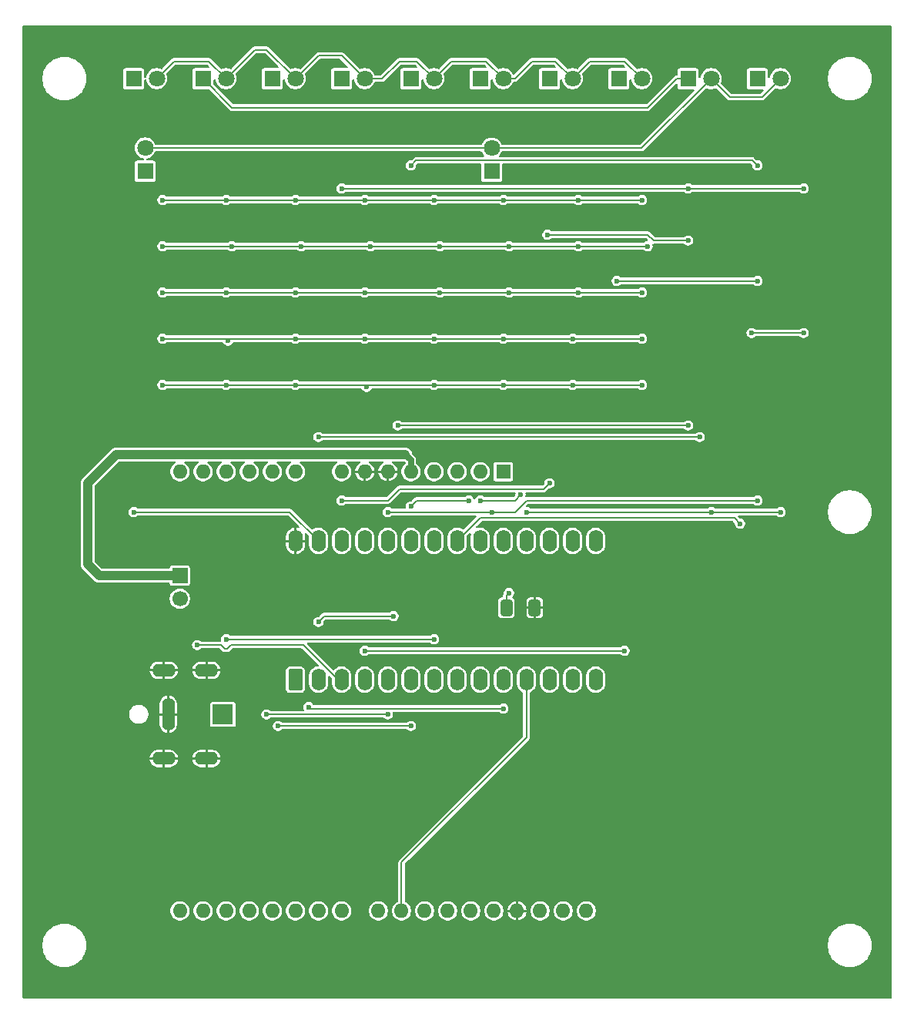
<source format=gbr>
%TF.GenerationSoftware,KiCad,Pcbnew,9.0.7-9.0.7~ubuntu24.04.1*%
%TF.CreationDate,2026-01-22T09:15:27-05:00*%
%TF.ProjectId,LED_proto_sector,4c45445f-7072-46f7-946f-5f736563746f,rev?*%
%TF.SameCoordinates,Original*%
%TF.FileFunction,Copper,L2,Bot*%
%TF.FilePolarity,Positive*%
%FSLAX46Y46*%
G04 Gerber Fmt 4.6, Leading zero omitted, Abs format (unit mm)*
G04 Created by KiCad (PCBNEW 9.0.7-9.0.7~ubuntu24.04.1) date 2026-01-22 09:15:27*
%MOMM*%
%LPD*%
G01*
G04 APERTURE LIST*
G04 Aperture macros list*
%AMRoundRect*
0 Rectangle with rounded corners*
0 $1 Rounding radius*
0 $2 $3 $4 $5 $6 $7 $8 $9 X,Y pos of 4 corners*
0 Add a 4 corners polygon primitive as box body*
4,1,4,$2,$3,$4,$5,$6,$7,$8,$9,$2,$3,0*
0 Add four circle primitives for the rounded corners*
1,1,$1+$1,$2,$3*
1,1,$1+$1,$4,$5*
1,1,$1+$1,$6,$7*
1,1,$1+$1,$8,$9*
0 Add four rect primitives between the rounded corners*
20,1,$1+$1,$2,$3,$4,$5,0*
20,1,$1+$1,$4,$5,$6,$7,0*
20,1,$1+$1,$6,$7,$8,$9,0*
20,1,$1+$1,$8,$9,$2,$3,0*%
G04 Aperture macros list end*
%TA.AperFunction,ComponentPad*%
%ADD10R,1.700000X1.700000*%
%TD*%
%TA.AperFunction,ComponentPad*%
%ADD11C,1.700000*%
%TD*%
%TA.AperFunction,ComponentPad*%
%ADD12R,1.600000X1.600000*%
%TD*%
%TA.AperFunction,ComponentPad*%
%ADD13O,1.600000X1.600000*%
%TD*%
%TA.AperFunction,ComponentPad*%
%ADD14R,1.800000X1.800000*%
%TD*%
%TA.AperFunction,ComponentPad*%
%ADD15C,1.800000*%
%TD*%
%TA.AperFunction,ComponentPad*%
%ADD16R,2.250000X2.250000*%
%TD*%
%TA.AperFunction,ComponentPad*%
%ADD17O,1.400000X3.600000*%
%TD*%
%TA.AperFunction,ComponentPad*%
%ADD18O,2.600000X1.400000*%
%TD*%
%TA.AperFunction,SMDPad,CuDef*%
%ADD19RoundRect,0.250000X-0.412500X-0.650000X0.412500X-0.650000X0.412500X0.650000X-0.412500X0.650000X0*%
%TD*%
%TA.AperFunction,ComponentPad*%
%ADD20RoundRect,0.250000X0.550000X-0.950000X0.550000X0.950000X-0.550000X0.950000X-0.550000X-0.950000X0*%
%TD*%
%TA.AperFunction,ComponentPad*%
%ADD21O,1.600000X2.400000*%
%TD*%
%TA.AperFunction,ViaPad*%
%ADD22C,0.600000*%
%TD*%
%TA.AperFunction,Conductor*%
%ADD23C,0.200000*%
%TD*%
%TA.AperFunction,Conductor*%
%ADD24C,1.016000*%
%TD*%
%TA.AperFunction,Conductor*%
%ADD25C,0.635000*%
%TD*%
G04 APERTURE END LIST*
D10*
%TO.P,JP1,1,A*%
%TO.N,Net-(A1-+5V)*%
X156210000Y-116840000D03*
D11*
%TO.P,JP1,2,B*%
%TO.N,+5V*%
X156210000Y-119380000D03*
%TD*%
D12*
%TO.P,A1,1,NC*%
%TO.N,unconnected-(A1-NC-Pad1)*%
X191770000Y-105410000D03*
D13*
%TO.P,A1,2,IOREF*%
%TO.N,unconnected-(A1-IOREF-Pad2)*%
X189230000Y-105410000D03*
%TO.P,A1,3,~{RESET}*%
%TO.N,unconnected-(A1-~{RESET}-Pad3)*%
X186690000Y-105410000D03*
%TO.P,A1,4,3V3*%
%TO.N,unconnected-(A1-3V3-Pad4)*%
X184150000Y-105410000D03*
%TO.P,A1,5,+5V*%
%TO.N,Net-(A1-+5V)*%
X181610000Y-105410000D03*
%TO.P,A1,6,GND*%
%TO.N,GND*%
X179070000Y-105410000D03*
%TO.P,A1,7,GND*%
X176530000Y-105410000D03*
%TO.P,A1,8,VIN*%
%TO.N,unconnected-(A1-VIN-Pad8)*%
X173990000Y-105410000D03*
%TO.P,A1,9,A0*%
%TO.N,/D4*%
X168910000Y-105410000D03*
%TO.P,A1,10,A1*%
%TO.N,/D5*%
X166370000Y-105410000D03*
%TO.P,A1,11,A2*%
%TO.N,/D6*%
X163830000Y-105410000D03*
%TO.P,A1,12,A3*%
%TO.N,/D7*%
X161290000Y-105410000D03*
%TO.P,A1,13,SDA/A4*%
%TO.N,unconnected-(A1-SDA{slash}A4-Pad13)*%
X158750000Y-105410000D03*
%TO.P,A1,14,SCL/A5*%
%TO.N,unconnected-(A1-SCL{slash}A5-Pad14)*%
X156210000Y-105410000D03*
%TO.P,A1,15,D0/RX*%
%TO.N,unconnected-(A1-D0{slash}RX-Pad15)*%
X156210000Y-153670000D03*
%TO.P,A1,16,D1/TX*%
%TO.N,unconnected-(A1-D1{slash}TX-Pad16)*%
X158750000Y-153670000D03*
%TO.P,A1,17,D2*%
%TO.N,unconnected-(A1-D2-Pad17)*%
X161290000Y-153670000D03*
%TO.P,A1,18,D3*%
%TO.N,unconnected-(A1-D3-Pad18)*%
X163830000Y-153670000D03*
%TO.P,A1,19,D4*%
%TO.N,unconnected-(A1-D4-Pad19)*%
X166370000Y-153670000D03*
%TO.P,A1,20,D5*%
%TO.N,unconnected-(A1-D5-Pad20)*%
X168910000Y-153670000D03*
%TO.P,A1,21,D6*%
%TO.N,/~{WR0}*%
X171450000Y-153670000D03*
%TO.P,A1,22,D7*%
%TO.N,/MODE*%
X173990000Y-153670000D03*
%TO.P,A1,23,D8*%
%TO.N,/D0*%
X178050000Y-153670000D03*
%TO.P,A1,24,D9*%
%TO.N,/D1*%
X180590000Y-153670000D03*
%TO.P,A1,25,D10*%
%TO.N,/D2*%
X183130000Y-153670000D03*
%TO.P,A1,26,D11*%
%TO.N,/D3*%
X185670000Y-153670000D03*
%TO.P,A1,27,D12*%
%TO.N,unconnected-(A1-D12-Pad27)*%
X188210000Y-153670000D03*
%TO.P,A1,28,D13*%
%TO.N,unconnected-(A1-D13-Pad28)*%
X190750000Y-153670000D03*
%TO.P,A1,29,GND*%
%TO.N,GND*%
X193290000Y-153670000D03*
%TO.P,A1,30,AREF*%
%TO.N,unconnected-(A1-AREF-Pad30)*%
X195830000Y-153670000D03*
%TO.P,A1,31,SDA/A4*%
%TO.N,unconnected-(A1-SDA{slash}A4-Pad31)*%
X198370000Y-153670000D03*
%TO.P,A1,32,SCL/A5*%
%TO.N,unconnected-(A1-SCL{slash}A5-Pad32)*%
X200910000Y-153670000D03*
%TD*%
D14*
%TO.P,D10,1,K*%
%TO.N,/Sector1/Sc*%
X219710000Y-62230000D03*
D15*
%TO.P,D10,2,A*%
%TO.N,/Sector1/LD7*%
X222250000Y-62230000D03*
%TD*%
D14*
%TO.P,D4,1,K*%
%TO.N,/Sector1/Sd*%
X173990000Y-62230000D03*
D15*
%TO.P,D4,2,A*%
%TO.N,/Sector1/LD1*%
X176530000Y-62230000D03*
%TD*%
D14*
%TO.P,D5,1,K*%
%TO.N,/Sector1/Se*%
X181610000Y-62230000D03*
D15*
%TO.P,D5,2,A*%
%TO.N,/Sector1/LD1*%
X184150000Y-62230000D03*
%TD*%
D14*
%TO.P,D3,1,K*%
%TO.N,/Sector1/Sc*%
X166370000Y-62230000D03*
D15*
%TO.P,D3,2,A*%
%TO.N,/Sector1/LD1*%
X168910000Y-62230000D03*
%TD*%
D14*
%TO.P,D2,1,K*%
%TO.N,/Sector1/Sb*%
X158750000Y-62230000D03*
D15*
%TO.P,D2,2,A*%
%TO.N,/Sector1/LD1*%
X161290000Y-62230000D03*
%TD*%
D16*
%TO.P,J2,1*%
%TO.N,+5V*%
X160940000Y-132080000D03*
D17*
%TO.P,J2,2*%
%TO.N,GND*%
X154940000Y-132080000D03*
D18*
%TO.P,J2,SH1,SHIELD*%
X154440000Y-127230000D03*
%TO.P,J2,SH2,SHIELD__1*%
X154440000Y-136930000D03*
%TO.P,J2,SH3,SHIELD__2*%
X159140000Y-127230000D03*
%TO.P,J2,SH4,SHIELD__3*%
X159140000Y-136930000D03*
%TD*%
D14*
%TO.P,D7,1,K*%
%TO.N,/Sector1/Sg*%
X196850000Y-62230000D03*
D15*
%TO.P,D7,2,A*%
%TO.N,/Sector1/LD1*%
X199390000Y-62230000D03*
%TD*%
D14*
%TO.P,D6,1,K*%
%TO.N,/Sector1/Sf*%
X189230000Y-62230000D03*
D15*
%TO.P,D6,2,A*%
%TO.N,/Sector1/LD1*%
X191770000Y-62230000D03*
%TD*%
D19*
%TO.P,C1,1*%
%TO.N,+5V*%
X192112500Y-120357500D03*
%TO.P,C1,2*%
%TO.N,GND*%
X195237500Y-120357500D03*
%TD*%
D14*
%TO.P,D9,1,K*%
%TO.N,/Sector1/Sb*%
X212090000Y-62230000D03*
D15*
%TO.P,D9,2,A*%
%TO.N,/Sector1/LD7*%
X214630000Y-62230000D03*
%TD*%
D20*
%TO.P,U1,1,c*%
%TO.N,/Sector1/Sc*%
X168910000Y-128270000D03*
D21*
%TO.P,U1,2,e*%
%TO.N,/Sector1/Se*%
X171450000Y-128270000D03*
%TO.P,U1,3,b*%
%TO.N,/Sector1/Sb*%
X173990000Y-128270000D03*
%TO.P,U1,4,dp*%
%TO.N,/Sector1/dp*%
X176530000Y-128270000D03*
%TO.P,U1,5,ID6*%
%TO.N,/D6*%
X179070000Y-128270000D03*
%TO.P,U1,6,ID5*%
%TO.N,/D5*%
X181610000Y-128270000D03*
%TO.P,U1,7,ID7*%
%TO.N,/D7*%
X184150000Y-128270000D03*
%TO.P,U1,8,nWR*%
%TO.N,/~{WR0}*%
X186690000Y-128270000D03*
%TO.P,U1,9,MODE*%
%TO.N,/MODE*%
X189230000Y-128270000D03*
%TO.P,U1,10,ID4*%
%TO.N,/D4*%
X191770000Y-128270000D03*
%TO.P,U1,11,ID1*%
%TO.N,/D1*%
X194310000Y-128270000D03*
%TO.P,U1,12,ID0*%
%TO.N,/D0*%
X196850000Y-128270000D03*
%TO.P,U1,13,ID2*%
%TO.N,/D2*%
X199390000Y-128270000D03*
%TO.P,U1,14,ID3*%
%TO.N,/D3*%
X201930000Y-128270000D03*
%TO.P,U1,15,d1*%
%TO.N,/Sector1/LD1*%
X201930000Y-113030000D03*
%TO.P,U1,16,d2*%
%TO.N,/Sector1/LD2*%
X199390000Y-113030000D03*
%TO.P,U1,17,d5*%
%TO.N,/Sector1/LD5*%
X196850000Y-113030000D03*
%TO.P,U1,18,d8*%
%TO.N,/Sector1/LD8*%
X194310000Y-113030000D03*
%TO.P,U1,19,V+*%
%TO.N,+5V*%
X191770000Y-113030000D03*
%TO.P,U1,20,d4*%
%TO.N,/Sector1/LD4*%
X189230000Y-113030000D03*
%TO.P,U1,21,d7*%
%TO.N,/Sector1/LD7*%
X186690000Y-113030000D03*
%TO.P,U1,22,d6*%
%TO.N,/Sector1/LD6*%
X184150000Y-113030000D03*
%TO.P,U1,23,d3*%
%TO.N,/Sector1/LD3*%
X181610000Y-113030000D03*
%TO.P,U1,24,f*%
%TO.N,/Sector1/Sf*%
X179070000Y-113030000D03*
%TO.P,U1,25,d*%
%TO.N,/Sector1/Sd*%
X176530000Y-113030000D03*
%TO.P,U1,26,g*%
%TO.N,/Sector1/Sg*%
X173990000Y-113030000D03*
%TO.P,U1,27,a*%
%TO.N,/Sector1/Sa*%
X171450000Y-113030000D03*
%TO.P,U1,28,GND*%
%TO.N,GND*%
X168910000Y-113030000D03*
%TD*%
D14*
%TO.P,D8,1,K*%
%TO.N,/Sector1/dp*%
X204470000Y-62230000D03*
D15*
%TO.P,D8,2,A*%
%TO.N,/Sector1/LD1*%
X207010000Y-62230000D03*
%TD*%
D14*
%TO.P,D11,1,K*%
%TO.N,/Sector1/Sa*%
X152400000Y-72390000D03*
D15*
%TO.P,D11,2,A*%
%TO.N,/Sector1/LD7*%
X152400000Y-69850000D03*
%TD*%
D14*
%TO.P,D1,1,K*%
%TO.N,/Sector1/Sa*%
X151130000Y-62230000D03*
D15*
%TO.P,D1,2,A*%
%TO.N,/Sector1/LD1*%
X153670000Y-62230000D03*
%TD*%
%TO.P,D12,2,A*%
%TO.N,/Sector1/LD7*%
X190500001Y-69855000D03*
D14*
%TO.P,D12,1,K*%
%TO.N,/Sector1/Sf*%
X190500001Y-72395000D03*
%TD*%
D22*
%TO.N,/Sector1/Sg*%
X196632500Y-79375000D03*
X212090000Y-80010000D03*
%TO.N,/Sector1/dp*%
X204252500Y-84455000D03*
X219710000Y-84455000D03*
%TO.N,+5V*%
X192405000Y-118745000D03*
%TO.N,/Sector1/Sf*%
X219710000Y-108585000D03*
%TO.N,/Sector1/Sd*%
X219075000Y-90170000D03*
X224790000Y-90170000D03*
X224790000Y-74295000D03*
%TO.N,/Sector1/LD3*%
X181610000Y-109220000D03*
X187960000Y-108585000D03*
%TO.N,/Sector1/Se*%
X180171000Y-100330000D03*
X212090000Y-100330000D03*
X181610000Y-71755000D03*
X219710000Y-71755000D03*
%TO.N,/Sector1/Sa*%
X213360000Y-101600000D03*
X171450000Y-101600000D03*
%TO.N,/Sector1/Sg*%
X196850000Y-106680000D03*
X173990000Y-108585000D03*
%TO.N,/Sector1/LD7*%
X217805000Y-111125000D03*
%TO.N,/Sector1/Sf*%
X190500000Y-109855000D03*
X179070000Y-109855000D03*
%TO.N,/Sector1/dp*%
X205105000Y-125095000D03*
%TO.N,/D7*%
X184150000Y-123825000D03*
%TO.N,/Sector1/dp*%
X176530000Y-125095000D03*
%TO.N,/Sector1/LD4*%
X189230000Y-108585000D03*
X193675000Y-107950000D03*
%TO.N,/Sector1/LD8*%
X214630000Y-109855000D03*
X222250000Y-109855000D03*
X194310000Y-109855000D03*
%TO.N,/Sector1/Se*%
X171450000Y-121920000D03*
X179705000Y-121285000D03*
%TO.N,/D4*%
X191770000Y-131445000D03*
%TO.N,/D5*%
X181610000Y-133350000D03*
%TO.N,/D6*%
X179070000Y-132080000D03*
%TO.N,/D4*%
X170349000Y-131276000D03*
%TO.N,/D5*%
X167005000Y-133350000D03*
%TO.N,/D6*%
X165735000Y-132080000D03*
%TO.N,/D7*%
X161290000Y-123825000D03*
%TO.N,/Sector1/Sb*%
X158115000Y-124460000D03*
%TO.N,/Sector1/Sa*%
X151130000Y-109855000D03*
%TO.N,/Sector1/Sd*%
X212090000Y-74295000D03*
X173990000Y-74295000D03*
%TO.N,/Sector1/LD6*%
X161290000Y-95885000D03*
X168910000Y-95885000D03*
X176747500Y-96102500D03*
X184150000Y-95885000D03*
X191770000Y-95885000D03*
X199390000Y-95885000D03*
X207010000Y-95885000D03*
X154305000Y-95885000D03*
%TO.N,/Sector1/LD5*%
X161507500Y-91022500D03*
X168910000Y-90805000D03*
X176530000Y-90805000D03*
X184150000Y-90805000D03*
X191770000Y-90805000D03*
X199390000Y-90805000D03*
X207010000Y-90805000D03*
X154305000Y-90805000D03*
%TO.N,/Sector1/LD4*%
X161290000Y-85725000D03*
X168910000Y-85725000D03*
X176530000Y-85725000D03*
X184785000Y-85725000D03*
X192405000Y-85725000D03*
X200025000Y-85725000D03*
X207010000Y-85725000D03*
X154305000Y-85725000D03*
%TO.N,/Sector1/LD2*%
X200025000Y-75565000D03*
X207010000Y-75565000D03*
%TO.N,/Sector1/LD3*%
X161925000Y-80645000D03*
X169545000Y-80645000D03*
X177165000Y-80645000D03*
X184785000Y-80645000D03*
X192405000Y-80645000D03*
X200025000Y-80645000D03*
X207645000Y-80645000D03*
X154305000Y-80645000D03*
%TO.N,/Sector1/LD2*%
X161290000Y-75565000D03*
X168910000Y-75565000D03*
X176530000Y-75565000D03*
X184150000Y-75565000D03*
X191770000Y-75565000D03*
X154305000Y-75565000D03*
%TD*%
D23*
%TO.N,/Sector1/Sg*%
X212090000Y-80010000D02*
X208280000Y-80010000D01*
X208280000Y-80010000D02*
X207645000Y-79375000D01*
X207645000Y-79375000D02*
X196632500Y-79375000D01*
D24*
%TO.N,Net-(A1-+5V)*%
X180975000Y-103505000D02*
X149225000Y-103505000D01*
X147320000Y-116840000D02*
X156210000Y-116840000D01*
X149225000Y-103505000D02*
X146050000Y-106680000D01*
X146050000Y-106680000D02*
X146050000Y-115570000D01*
X146050000Y-115570000D02*
X147320000Y-116840000D01*
D23*
%TO.N,/Sector1/Sg*%
X173990000Y-108585000D02*
X179070000Y-108585000D01*
X179070000Y-108585000D02*
X180340000Y-107315000D01*
X180340000Y-107315000D02*
X196215000Y-107315000D01*
X196215000Y-107315000D02*
X196850000Y-106680000D01*
%TO.N,/Sector1/LD3*%
X182245000Y-108585000D02*
X187960000Y-108585000D01*
X181610000Y-109220000D02*
X182245000Y-108585000D01*
%TO.N,/Sector1/dp*%
X219710000Y-84455000D02*
X204252500Y-84455000D01*
D25*
%TO.N,Net-(A1-+5V)*%
X181610000Y-105410000D02*
X181610000Y-104140000D01*
X181610000Y-104140000D02*
X180975000Y-103505000D01*
D23*
%TO.N,+5V*%
X192112500Y-120357500D02*
X192112500Y-119037500D01*
X192112500Y-119037500D02*
X192405000Y-118745000D01*
%TO.N,/Sector1/Sf*%
X219710000Y-108585000D02*
X194310000Y-108585000D01*
X194310000Y-108585000D02*
X193040000Y-109855000D01*
X193040000Y-109855000D02*
X190500000Y-109855000D01*
%TO.N,/Sector1/Sd*%
X224790000Y-90170000D02*
X219075000Y-90170000D01*
X212090000Y-74295000D02*
X224790000Y-74295000D01*
%TO.N,/Sector1/Se*%
X180171000Y-100330000D02*
X212090000Y-100330000D01*
X219710000Y-71755000D02*
X219149000Y-71194000D01*
X219149000Y-71194000D02*
X182171000Y-71194000D01*
X182171000Y-71194000D02*
X181610000Y-71755000D01*
%TO.N,/D1*%
X194310000Y-128270000D02*
X194310000Y-134620000D01*
X194310000Y-134620000D02*
X180590000Y-148340000D01*
X180590000Y-148340000D02*
X180590000Y-153670000D01*
%TO.N,/Sector1/Sa*%
X171450000Y-101600000D02*
X213360000Y-101600000D01*
%TO.N,/Sector1/LD7*%
X186690000Y-113030000D02*
X189230000Y-110490000D01*
X189230000Y-110490000D02*
X217170000Y-110490000D01*
X217170000Y-110490000D02*
X217805000Y-111125000D01*
%TO.N,/Sector1/Sf*%
X179070000Y-109855000D02*
X190500000Y-109855000D01*
%TO.N,/Sector1/dp*%
X176530000Y-125095000D02*
X205105000Y-125095000D01*
%TO.N,/D7*%
X161290000Y-123825000D02*
X184150000Y-123825000D01*
%TO.N,/Sector1/LD4*%
X193675000Y-107950000D02*
X193040000Y-108585000D01*
X193040000Y-108585000D02*
X189230000Y-108585000D01*
%TO.N,/Sector1/LD8*%
X194310000Y-109855000D02*
X222250000Y-109855000D01*
%TO.N,/Sector1/Se*%
X179705000Y-121285000D02*
X172085000Y-121285000D01*
X172085000Y-121285000D02*
X171450000Y-121920000D01*
%TO.N,/D4*%
X170349000Y-131276000D02*
X170518000Y-131445000D01*
X170518000Y-131445000D02*
X191770000Y-131445000D01*
%TO.N,/D5*%
X167005000Y-133350000D02*
X181610000Y-133350000D01*
%TO.N,/D6*%
X165735000Y-132080000D02*
X179070000Y-132080000D01*
%TO.N,/Sector1/Sb*%
X158115000Y-124460000D02*
X160724315Y-124460000D01*
X160724315Y-124460000D02*
X161124315Y-124860000D01*
X161124315Y-124860000D02*
X161455685Y-124860000D01*
X161455685Y-124860000D02*
X161855685Y-124460000D01*
X161855685Y-124460000D02*
X169780000Y-124460000D01*
X169780000Y-124460000D02*
X173590000Y-128270000D01*
X173590000Y-128270000D02*
X173990000Y-128270000D01*
%TO.N,/Sector1/Sa*%
X151130000Y-109855000D02*
X168275000Y-109855000D01*
X168275000Y-109855000D02*
X171450000Y-113030000D01*
%TO.N,/Sector1/Sb*%
X158750000Y-62230000D02*
X161925000Y-65405000D01*
X161925000Y-65405000D02*
X207645000Y-65405000D01*
X207645000Y-65405000D02*
X210820000Y-62230000D01*
X210820000Y-62230000D02*
X212090000Y-62230000D01*
%TO.N,/Sector1/Sd*%
X173990000Y-74295000D02*
X212090000Y-74295000D01*
%TO.N,/Sector1/LD6*%
X154305000Y-95885000D02*
X207010000Y-95885000D01*
%TO.N,/Sector1/LD5*%
X154305000Y-90805000D02*
X207010000Y-90805000D01*
%TO.N,/Sector1/LD4*%
X154305000Y-85725000D02*
X207010000Y-85725000D01*
%TO.N,/Sector1/LD2*%
X207010000Y-75565000D02*
X191770000Y-75565000D01*
%TO.N,/Sector1/LD3*%
X154305000Y-80645000D02*
X207645000Y-80645000D01*
%TO.N,/Sector1/LD2*%
X154305000Y-75565000D02*
X191770000Y-75565000D01*
%TO.N,/Sector1/LD1*%
X199390000Y-62230000D02*
X201295000Y-60325000D01*
X201295000Y-60325000D02*
X205105000Y-60325000D01*
X205105000Y-60325000D02*
X207010000Y-62230000D01*
X191770000Y-62230000D02*
X193040000Y-62230000D01*
X193040000Y-62230000D02*
X194945000Y-60325000D01*
X194945000Y-60325000D02*
X197485000Y-60325000D01*
X197485000Y-60325000D02*
X199390000Y-62230000D01*
X184150000Y-62230000D02*
X186055000Y-60325000D01*
X186055000Y-60325000D02*
X189865000Y-60325000D01*
X189865000Y-60325000D02*
X191770000Y-62230000D01*
X168910000Y-62230000D02*
X171450000Y-59690000D01*
X171450000Y-59690000D02*
X173990000Y-59690000D01*
X173990000Y-59690000D02*
X176530000Y-62230000D01*
X176530000Y-62230000D02*
X178435000Y-62230000D01*
X178435000Y-62230000D02*
X180340000Y-60325000D01*
X180340000Y-60325000D02*
X182245000Y-60325000D01*
X182245000Y-60325000D02*
X184150000Y-62230000D01*
X161290000Y-62230000D02*
X164465000Y-59055000D01*
X164465000Y-59055000D02*
X165735000Y-59055000D01*
X165735000Y-59055000D02*
X168910000Y-62230000D01*
X153670000Y-62230000D02*
X155575000Y-60325000D01*
X155575000Y-60325000D02*
X159385000Y-60325000D01*
X159385000Y-60325000D02*
X161290000Y-62230000D01*
%TO.N,/Sector1/LD7*%
X190500001Y-69855000D02*
X207005000Y-69855000D01*
X207005000Y-69855000D02*
X214630000Y-62230000D01*
X152400000Y-69850000D02*
X190495001Y-69850000D01*
X190495001Y-69850000D02*
X190500001Y-69855000D01*
X214630000Y-62230000D02*
X216662000Y-64262000D01*
X216662000Y-64262000D02*
X220218000Y-64262000D01*
X220218000Y-64262000D02*
X222250000Y-62230000D01*
%TD*%
%TA.AperFunction,Conductor*%
%TO.N,GND*%
G36*
X234392539Y-56400185D02*
G01*
X234438294Y-56452989D01*
X234449500Y-56504500D01*
X234449500Y-163205500D01*
X234429815Y-163272539D01*
X234377011Y-163318294D01*
X234325500Y-163329500D01*
X139054500Y-163329500D01*
X138987461Y-163309815D01*
X138941706Y-163257011D01*
X138930500Y-163205500D01*
X138930500Y-157345186D01*
X141109500Y-157345186D01*
X141109500Y-157614813D01*
X141139686Y-157882719D01*
X141139688Y-157882731D01*
X141199684Y-158145594D01*
X141199687Y-158145602D01*
X141288734Y-158400082D01*
X141405714Y-158642994D01*
X141405716Y-158642997D01*
X141549162Y-158871289D01*
X141717266Y-159082085D01*
X141907915Y-159272734D01*
X142118711Y-159440838D01*
X142347003Y-159584284D01*
X142589921Y-159701267D01*
X142781049Y-159768145D01*
X142844397Y-159790312D01*
X142844405Y-159790315D01*
X142844408Y-159790315D01*
X142844409Y-159790316D01*
X143107268Y-159850312D01*
X143375187Y-159880499D01*
X143375188Y-159880500D01*
X143375191Y-159880500D01*
X143644812Y-159880500D01*
X143644812Y-159880499D01*
X143912732Y-159850312D01*
X144175591Y-159790316D01*
X144430079Y-159701267D01*
X144672997Y-159584284D01*
X144901289Y-159440838D01*
X145112085Y-159272734D01*
X145302734Y-159082085D01*
X145470838Y-158871289D01*
X145614284Y-158642997D01*
X145731267Y-158400079D01*
X145820316Y-158145591D01*
X145880312Y-157882732D01*
X145910500Y-157614809D01*
X145910500Y-157345191D01*
X145910499Y-157345186D01*
X227469500Y-157345186D01*
X227469500Y-157614813D01*
X227499686Y-157882719D01*
X227499688Y-157882731D01*
X227559684Y-158145594D01*
X227559687Y-158145602D01*
X227648734Y-158400082D01*
X227765714Y-158642994D01*
X227765716Y-158642997D01*
X227909162Y-158871289D01*
X228077266Y-159082085D01*
X228267915Y-159272734D01*
X228478711Y-159440838D01*
X228707003Y-159584284D01*
X228949921Y-159701267D01*
X229141049Y-159768145D01*
X229204397Y-159790312D01*
X229204405Y-159790315D01*
X229204408Y-159790315D01*
X229204409Y-159790316D01*
X229467268Y-159850312D01*
X229735187Y-159880499D01*
X229735188Y-159880500D01*
X229735191Y-159880500D01*
X230004812Y-159880500D01*
X230004812Y-159880499D01*
X230272732Y-159850312D01*
X230535591Y-159790316D01*
X230790079Y-159701267D01*
X231032997Y-159584284D01*
X231261289Y-159440838D01*
X231472085Y-159272734D01*
X231662734Y-159082085D01*
X231830838Y-158871289D01*
X231974284Y-158642997D01*
X232091267Y-158400079D01*
X232180316Y-158145591D01*
X232240312Y-157882732D01*
X232270500Y-157614809D01*
X232270500Y-157345191D01*
X232240312Y-157077268D01*
X232180316Y-156814409D01*
X232091267Y-156559921D01*
X231974284Y-156317003D01*
X231830838Y-156088711D01*
X231662734Y-155877915D01*
X231472085Y-155687266D01*
X231261289Y-155519162D01*
X231032997Y-155375716D01*
X231032994Y-155375714D01*
X230790082Y-155258734D01*
X230535602Y-155169687D01*
X230535594Y-155169684D01*
X230338446Y-155124687D01*
X230272732Y-155109688D01*
X230272728Y-155109687D01*
X230272719Y-155109686D01*
X230004813Y-155079500D01*
X230004809Y-155079500D01*
X229735191Y-155079500D01*
X229735186Y-155079500D01*
X229467280Y-155109686D01*
X229467268Y-155109688D01*
X229204405Y-155169684D01*
X229204397Y-155169687D01*
X228949917Y-155258734D01*
X228707005Y-155375714D01*
X228478712Y-155519161D01*
X228267915Y-155687265D01*
X228077265Y-155877915D01*
X227909161Y-156088712D01*
X227765714Y-156317005D01*
X227648734Y-156559917D01*
X227559687Y-156814397D01*
X227559684Y-156814405D01*
X227499688Y-157077268D01*
X227499686Y-157077280D01*
X227469500Y-157345186D01*
X145910499Y-157345186D01*
X145880312Y-157077268D01*
X145820316Y-156814409D01*
X145731267Y-156559921D01*
X145614284Y-156317003D01*
X145470838Y-156088711D01*
X145302734Y-155877915D01*
X145112085Y-155687266D01*
X144901289Y-155519162D01*
X144672997Y-155375716D01*
X144672994Y-155375714D01*
X144430082Y-155258734D01*
X144175602Y-155169687D01*
X144175594Y-155169684D01*
X143978446Y-155124687D01*
X143912732Y-155109688D01*
X143912728Y-155109687D01*
X143912719Y-155109686D01*
X143644813Y-155079500D01*
X143644809Y-155079500D01*
X143375191Y-155079500D01*
X143375186Y-155079500D01*
X143107280Y-155109686D01*
X143107268Y-155109688D01*
X142844405Y-155169684D01*
X142844397Y-155169687D01*
X142589917Y-155258734D01*
X142347005Y-155375714D01*
X142118712Y-155519161D01*
X141907915Y-155687265D01*
X141717265Y-155877915D01*
X141549161Y-156088712D01*
X141405714Y-156317005D01*
X141288734Y-156559917D01*
X141199687Y-156814397D01*
X141199684Y-156814405D01*
X141139688Y-157077268D01*
X141139686Y-157077280D01*
X141109500Y-157345186D01*
X138930500Y-157345186D01*
X138930500Y-153566136D01*
X155155500Y-153566136D01*
X155155500Y-153773863D01*
X155196022Y-153977578D01*
X155196025Y-153977590D01*
X155275511Y-154169488D01*
X155275512Y-154169490D01*
X155390916Y-154342203D01*
X155390919Y-154342207D01*
X155537792Y-154489080D01*
X155537796Y-154489083D01*
X155710507Y-154604486D01*
X155710508Y-154604486D01*
X155710509Y-154604487D01*
X155710511Y-154604488D01*
X155902409Y-154683974D01*
X155902414Y-154683976D01*
X156106136Y-154724499D01*
X156106139Y-154724500D01*
X156106141Y-154724500D01*
X156313861Y-154724500D01*
X156313862Y-154724499D01*
X156517586Y-154683976D01*
X156709493Y-154604486D01*
X156882204Y-154489083D01*
X157029083Y-154342204D01*
X157144486Y-154169493D01*
X157223976Y-153977586D01*
X157264500Y-153773859D01*
X157264500Y-153566141D01*
X157264500Y-153566138D01*
X157264499Y-153566136D01*
X157695500Y-153566136D01*
X157695500Y-153773863D01*
X157736022Y-153977578D01*
X157736025Y-153977590D01*
X157815511Y-154169488D01*
X157815512Y-154169490D01*
X157930916Y-154342203D01*
X157930919Y-154342207D01*
X158077792Y-154489080D01*
X158077796Y-154489083D01*
X158250507Y-154604486D01*
X158250508Y-154604486D01*
X158250509Y-154604487D01*
X158250511Y-154604488D01*
X158442409Y-154683974D01*
X158442414Y-154683976D01*
X158646136Y-154724499D01*
X158646139Y-154724500D01*
X158646141Y-154724500D01*
X158853861Y-154724500D01*
X158853862Y-154724499D01*
X159057586Y-154683976D01*
X159249493Y-154604486D01*
X159422204Y-154489083D01*
X159569083Y-154342204D01*
X159684486Y-154169493D01*
X159763976Y-153977586D01*
X159804500Y-153773859D01*
X159804500Y-153566141D01*
X159804500Y-153566138D01*
X159804499Y-153566136D01*
X160235500Y-153566136D01*
X160235500Y-153773863D01*
X160276022Y-153977578D01*
X160276025Y-153977590D01*
X160355511Y-154169488D01*
X160355512Y-154169490D01*
X160470916Y-154342203D01*
X160470919Y-154342207D01*
X160617792Y-154489080D01*
X160617796Y-154489083D01*
X160790507Y-154604486D01*
X160790508Y-154604486D01*
X160790509Y-154604487D01*
X160790511Y-154604488D01*
X160982409Y-154683974D01*
X160982414Y-154683976D01*
X161186136Y-154724499D01*
X161186139Y-154724500D01*
X161186141Y-154724500D01*
X161393861Y-154724500D01*
X161393862Y-154724499D01*
X161597586Y-154683976D01*
X161789493Y-154604486D01*
X161962204Y-154489083D01*
X162109083Y-154342204D01*
X162224486Y-154169493D01*
X162303976Y-153977586D01*
X162344500Y-153773859D01*
X162344500Y-153566141D01*
X162344500Y-153566138D01*
X162344499Y-153566136D01*
X162775500Y-153566136D01*
X162775500Y-153773863D01*
X162816022Y-153977578D01*
X162816025Y-153977590D01*
X162895511Y-154169488D01*
X162895512Y-154169490D01*
X163010916Y-154342203D01*
X163010919Y-154342207D01*
X163157792Y-154489080D01*
X163157796Y-154489083D01*
X163330507Y-154604486D01*
X163330508Y-154604486D01*
X163330509Y-154604487D01*
X163330511Y-154604488D01*
X163522409Y-154683974D01*
X163522414Y-154683976D01*
X163726136Y-154724499D01*
X163726139Y-154724500D01*
X163726141Y-154724500D01*
X163933861Y-154724500D01*
X163933862Y-154724499D01*
X164137586Y-154683976D01*
X164329493Y-154604486D01*
X164502204Y-154489083D01*
X164649083Y-154342204D01*
X164764486Y-154169493D01*
X164843976Y-153977586D01*
X164884500Y-153773859D01*
X164884500Y-153566141D01*
X164884500Y-153566138D01*
X164884499Y-153566136D01*
X165315500Y-153566136D01*
X165315500Y-153773863D01*
X165356022Y-153977578D01*
X165356025Y-153977590D01*
X165435511Y-154169488D01*
X165435512Y-154169490D01*
X165550916Y-154342203D01*
X165550919Y-154342207D01*
X165697792Y-154489080D01*
X165697796Y-154489083D01*
X165870507Y-154604486D01*
X165870508Y-154604486D01*
X165870509Y-154604487D01*
X165870511Y-154604488D01*
X166062409Y-154683974D01*
X166062414Y-154683976D01*
X166266136Y-154724499D01*
X166266139Y-154724500D01*
X166266141Y-154724500D01*
X166473861Y-154724500D01*
X166473862Y-154724499D01*
X166677586Y-154683976D01*
X166869493Y-154604486D01*
X167042204Y-154489083D01*
X167189083Y-154342204D01*
X167304486Y-154169493D01*
X167383976Y-153977586D01*
X167424500Y-153773859D01*
X167424500Y-153566141D01*
X167424500Y-153566138D01*
X167424499Y-153566136D01*
X167855500Y-153566136D01*
X167855500Y-153773863D01*
X167896022Y-153977578D01*
X167896025Y-153977590D01*
X167975511Y-154169488D01*
X167975512Y-154169490D01*
X168090916Y-154342203D01*
X168090919Y-154342207D01*
X168237792Y-154489080D01*
X168237796Y-154489083D01*
X168410507Y-154604486D01*
X168410508Y-154604486D01*
X168410509Y-154604487D01*
X168410511Y-154604488D01*
X168602409Y-154683974D01*
X168602414Y-154683976D01*
X168806136Y-154724499D01*
X168806139Y-154724500D01*
X168806141Y-154724500D01*
X169013861Y-154724500D01*
X169013862Y-154724499D01*
X169217586Y-154683976D01*
X169409493Y-154604486D01*
X169582204Y-154489083D01*
X169729083Y-154342204D01*
X169844486Y-154169493D01*
X169923976Y-153977586D01*
X169964500Y-153773859D01*
X169964500Y-153566141D01*
X169964500Y-153566138D01*
X169964499Y-153566136D01*
X170395500Y-153566136D01*
X170395500Y-153773863D01*
X170436022Y-153977578D01*
X170436025Y-153977590D01*
X170515511Y-154169488D01*
X170515512Y-154169490D01*
X170630916Y-154342203D01*
X170630919Y-154342207D01*
X170777792Y-154489080D01*
X170777796Y-154489083D01*
X170950507Y-154604486D01*
X170950508Y-154604486D01*
X170950509Y-154604487D01*
X170950511Y-154604488D01*
X171142409Y-154683974D01*
X171142414Y-154683976D01*
X171346136Y-154724499D01*
X171346139Y-154724500D01*
X171346141Y-154724500D01*
X171553861Y-154724500D01*
X171553862Y-154724499D01*
X171757586Y-154683976D01*
X171949493Y-154604486D01*
X172122204Y-154489083D01*
X172269083Y-154342204D01*
X172384486Y-154169493D01*
X172463976Y-153977586D01*
X172504500Y-153773859D01*
X172504500Y-153566141D01*
X172504500Y-153566138D01*
X172504499Y-153566136D01*
X172935500Y-153566136D01*
X172935500Y-153773863D01*
X172976022Y-153977578D01*
X172976025Y-153977590D01*
X173055511Y-154169488D01*
X173055512Y-154169490D01*
X173170916Y-154342203D01*
X173170919Y-154342207D01*
X173317792Y-154489080D01*
X173317796Y-154489083D01*
X173490507Y-154604486D01*
X173490508Y-154604486D01*
X173490509Y-154604487D01*
X173490511Y-154604488D01*
X173682409Y-154683974D01*
X173682414Y-154683976D01*
X173886136Y-154724499D01*
X173886139Y-154724500D01*
X173886141Y-154724500D01*
X174093861Y-154724500D01*
X174093862Y-154724499D01*
X174297586Y-154683976D01*
X174489493Y-154604486D01*
X174662204Y-154489083D01*
X174809083Y-154342204D01*
X174924486Y-154169493D01*
X175003976Y-153977586D01*
X175044500Y-153773859D01*
X175044500Y-153566141D01*
X175044500Y-153566138D01*
X175044499Y-153566136D01*
X176995500Y-153566136D01*
X176995500Y-153773863D01*
X177036022Y-153977578D01*
X177036025Y-153977590D01*
X177115511Y-154169488D01*
X177115512Y-154169490D01*
X177230916Y-154342203D01*
X177230919Y-154342207D01*
X177377792Y-154489080D01*
X177377796Y-154489083D01*
X177550507Y-154604486D01*
X177550508Y-154604486D01*
X177550509Y-154604487D01*
X177550511Y-154604488D01*
X177742409Y-154683974D01*
X177742414Y-154683976D01*
X177946136Y-154724499D01*
X177946139Y-154724500D01*
X177946141Y-154724500D01*
X178153861Y-154724500D01*
X178153862Y-154724499D01*
X178357586Y-154683976D01*
X178549493Y-154604486D01*
X178722204Y-154489083D01*
X178869083Y-154342204D01*
X178984486Y-154169493D01*
X179063976Y-153977586D01*
X179104500Y-153773859D01*
X179104500Y-153566141D01*
X179104500Y-153566138D01*
X179104499Y-153566136D01*
X179535500Y-153566136D01*
X179535500Y-153773863D01*
X179576022Y-153977578D01*
X179576025Y-153977590D01*
X179655511Y-154169488D01*
X179655512Y-154169490D01*
X179770916Y-154342203D01*
X179770919Y-154342207D01*
X179917792Y-154489080D01*
X179917796Y-154489083D01*
X180090507Y-154604486D01*
X180090508Y-154604486D01*
X180090509Y-154604487D01*
X180090511Y-154604488D01*
X180282409Y-154683974D01*
X180282414Y-154683976D01*
X180486136Y-154724499D01*
X180486139Y-154724500D01*
X180486141Y-154724500D01*
X180693861Y-154724500D01*
X180693862Y-154724499D01*
X180897586Y-154683976D01*
X181089493Y-154604486D01*
X181262204Y-154489083D01*
X181409083Y-154342204D01*
X181524486Y-154169493D01*
X181603976Y-153977586D01*
X181644500Y-153773859D01*
X181644500Y-153566141D01*
X181644500Y-153566138D01*
X181644499Y-153566136D01*
X182075500Y-153566136D01*
X182075500Y-153773863D01*
X182116022Y-153977578D01*
X182116025Y-153977590D01*
X182195511Y-154169488D01*
X182195512Y-154169490D01*
X182310916Y-154342203D01*
X182310919Y-154342207D01*
X182457792Y-154489080D01*
X182457796Y-154489083D01*
X182630507Y-154604486D01*
X182630508Y-154604486D01*
X182630509Y-154604487D01*
X182630511Y-154604488D01*
X182822409Y-154683974D01*
X182822414Y-154683976D01*
X183026136Y-154724499D01*
X183026139Y-154724500D01*
X183026141Y-154724500D01*
X183233861Y-154724500D01*
X183233862Y-154724499D01*
X183437586Y-154683976D01*
X183629493Y-154604486D01*
X183802204Y-154489083D01*
X183949083Y-154342204D01*
X184064486Y-154169493D01*
X184143976Y-153977586D01*
X184184500Y-153773859D01*
X184184500Y-153566141D01*
X184184500Y-153566138D01*
X184184499Y-153566136D01*
X184615500Y-153566136D01*
X184615500Y-153773863D01*
X184656022Y-153977578D01*
X184656025Y-153977590D01*
X184735511Y-154169488D01*
X184735512Y-154169490D01*
X184850916Y-154342203D01*
X184850919Y-154342207D01*
X184997792Y-154489080D01*
X184997796Y-154489083D01*
X185170507Y-154604486D01*
X185170508Y-154604486D01*
X185170509Y-154604487D01*
X185170511Y-154604488D01*
X185362409Y-154683974D01*
X185362414Y-154683976D01*
X185566136Y-154724499D01*
X185566139Y-154724500D01*
X185566141Y-154724500D01*
X185773861Y-154724500D01*
X185773862Y-154724499D01*
X185977586Y-154683976D01*
X186169493Y-154604486D01*
X186342204Y-154489083D01*
X186489083Y-154342204D01*
X186604486Y-154169493D01*
X186683976Y-153977586D01*
X186724500Y-153773859D01*
X186724500Y-153566141D01*
X186724500Y-153566138D01*
X186724499Y-153566136D01*
X187155500Y-153566136D01*
X187155500Y-153773863D01*
X187196022Y-153977578D01*
X187196025Y-153977590D01*
X187275511Y-154169488D01*
X187275512Y-154169490D01*
X187390916Y-154342203D01*
X187390919Y-154342207D01*
X187537792Y-154489080D01*
X187537796Y-154489083D01*
X187710507Y-154604486D01*
X187710508Y-154604486D01*
X187710509Y-154604487D01*
X187710511Y-154604488D01*
X187902409Y-154683974D01*
X187902414Y-154683976D01*
X188106136Y-154724499D01*
X188106139Y-154724500D01*
X188106141Y-154724500D01*
X188313861Y-154724500D01*
X188313862Y-154724499D01*
X188517586Y-154683976D01*
X188709493Y-154604486D01*
X188882204Y-154489083D01*
X189029083Y-154342204D01*
X189144486Y-154169493D01*
X189223976Y-153977586D01*
X189264500Y-153773859D01*
X189264500Y-153566141D01*
X189264500Y-153566138D01*
X189264499Y-153566136D01*
X189695500Y-153566136D01*
X189695500Y-153773863D01*
X189736022Y-153977578D01*
X189736025Y-153977590D01*
X189815511Y-154169488D01*
X189815512Y-154169490D01*
X189930916Y-154342203D01*
X189930919Y-154342207D01*
X190077792Y-154489080D01*
X190077796Y-154489083D01*
X190250507Y-154604486D01*
X190250508Y-154604486D01*
X190250509Y-154604487D01*
X190250511Y-154604488D01*
X190442409Y-154683974D01*
X190442414Y-154683976D01*
X190646136Y-154724499D01*
X190646139Y-154724500D01*
X190646141Y-154724500D01*
X190853861Y-154724500D01*
X190853862Y-154724499D01*
X191057586Y-154683976D01*
X191249493Y-154604486D01*
X191422204Y-154489083D01*
X191569083Y-154342204D01*
X191684486Y-154169493D01*
X191763976Y-153977586D01*
X191804500Y-153773859D01*
X191804500Y-153566141D01*
X191804500Y-153566138D01*
X191804499Y-153566136D01*
X191799897Y-153542999D01*
X192240612Y-153542999D01*
X192240613Y-153543000D01*
X192806392Y-153543000D01*
X192790000Y-153604174D01*
X192790000Y-153735826D01*
X192806392Y-153797000D01*
X192240612Y-153797000D01*
X192276502Y-153977433D01*
X192276504Y-153977441D01*
X192355955Y-154169252D01*
X192355960Y-154169262D01*
X192471304Y-154341885D01*
X192471307Y-154341889D01*
X192618110Y-154488692D01*
X192618114Y-154488695D01*
X192790737Y-154604039D01*
X192790747Y-154604044D01*
X192982558Y-154683495D01*
X192982566Y-154683497D01*
X193162999Y-154719387D01*
X193163000Y-154719387D01*
X193163000Y-154153608D01*
X193224174Y-154170000D01*
X193355826Y-154170000D01*
X193417000Y-154153608D01*
X193417000Y-154719387D01*
X193597433Y-154683497D01*
X193597441Y-154683495D01*
X193789252Y-154604044D01*
X193789262Y-154604039D01*
X193961885Y-154488695D01*
X193961889Y-154488692D01*
X194108692Y-154341889D01*
X194108695Y-154341885D01*
X194224039Y-154169262D01*
X194224044Y-154169252D01*
X194303495Y-153977441D01*
X194303497Y-153977433D01*
X194339387Y-153797000D01*
X193773608Y-153797000D01*
X193790000Y-153735826D01*
X193790000Y-153604174D01*
X193779807Y-153566136D01*
X194775500Y-153566136D01*
X194775500Y-153773863D01*
X194816022Y-153977578D01*
X194816025Y-153977590D01*
X194895511Y-154169488D01*
X194895512Y-154169490D01*
X195010916Y-154342203D01*
X195010919Y-154342207D01*
X195157792Y-154489080D01*
X195157796Y-154489083D01*
X195330507Y-154604486D01*
X195330508Y-154604486D01*
X195330509Y-154604487D01*
X195330511Y-154604488D01*
X195522409Y-154683974D01*
X195522414Y-154683976D01*
X195726136Y-154724499D01*
X195726139Y-154724500D01*
X195726141Y-154724500D01*
X195933861Y-154724500D01*
X195933862Y-154724499D01*
X196137586Y-154683976D01*
X196329493Y-154604486D01*
X196502204Y-154489083D01*
X196649083Y-154342204D01*
X196764486Y-154169493D01*
X196843976Y-153977586D01*
X196884500Y-153773859D01*
X196884500Y-153566141D01*
X196884500Y-153566138D01*
X196884499Y-153566136D01*
X197315500Y-153566136D01*
X197315500Y-153773863D01*
X197356022Y-153977578D01*
X197356025Y-153977590D01*
X197435511Y-154169488D01*
X197435512Y-154169490D01*
X197550916Y-154342203D01*
X197550919Y-154342207D01*
X197697792Y-154489080D01*
X197697796Y-154489083D01*
X197870507Y-154604486D01*
X197870508Y-154604486D01*
X197870509Y-154604487D01*
X197870511Y-154604488D01*
X198062409Y-154683974D01*
X198062414Y-154683976D01*
X198266136Y-154724499D01*
X198266139Y-154724500D01*
X198266141Y-154724500D01*
X198473861Y-154724500D01*
X198473862Y-154724499D01*
X198677586Y-154683976D01*
X198869493Y-154604486D01*
X199042204Y-154489083D01*
X199189083Y-154342204D01*
X199304486Y-154169493D01*
X199383976Y-153977586D01*
X199424500Y-153773859D01*
X199424500Y-153566141D01*
X199424500Y-153566138D01*
X199424499Y-153566136D01*
X199855500Y-153566136D01*
X199855500Y-153773863D01*
X199896022Y-153977578D01*
X199896025Y-153977590D01*
X199975511Y-154169488D01*
X199975512Y-154169490D01*
X200090916Y-154342203D01*
X200090919Y-154342207D01*
X200237792Y-154489080D01*
X200237796Y-154489083D01*
X200410507Y-154604486D01*
X200410508Y-154604486D01*
X200410509Y-154604487D01*
X200410511Y-154604488D01*
X200602409Y-154683974D01*
X200602414Y-154683976D01*
X200806136Y-154724499D01*
X200806139Y-154724500D01*
X200806141Y-154724500D01*
X201013861Y-154724500D01*
X201013862Y-154724499D01*
X201217586Y-154683976D01*
X201409493Y-154604486D01*
X201582204Y-154489083D01*
X201729083Y-154342204D01*
X201844486Y-154169493D01*
X201923976Y-153977586D01*
X201964500Y-153773859D01*
X201964500Y-153566141D01*
X201964500Y-153566138D01*
X201964499Y-153566136D01*
X201924006Y-153362566D01*
X201923976Y-153362414D01*
X201885656Y-153269901D01*
X201844488Y-153170511D01*
X201844487Y-153170509D01*
X201729083Y-152997796D01*
X201729080Y-152997792D01*
X201582207Y-152850919D01*
X201582203Y-152850916D01*
X201409490Y-152735512D01*
X201409488Y-152735511D01*
X201217590Y-152656025D01*
X201217578Y-152656022D01*
X201013862Y-152615500D01*
X201013859Y-152615500D01*
X200806141Y-152615500D01*
X200806138Y-152615500D01*
X200602421Y-152656022D01*
X200602409Y-152656025D01*
X200410511Y-152735511D01*
X200410509Y-152735512D01*
X200237796Y-152850916D01*
X200237792Y-152850919D01*
X200090919Y-152997792D01*
X200090916Y-152997796D01*
X199975512Y-153170509D01*
X199975511Y-153170511D01*
X199896025Y-153362409D01*
X199896022Y-153362421D01*
X199855500Y-153566136D01*
X199424499Y-153566136D01*
X199384006Y-153362566D01*
X199383976Y-153362414D01*
X199345656Y-153269901D01*
X199304488Y-153170511D01*
X199304487Y-153170509D01*
X199189083Y-152997796D01*
X199189080Y-152997792D01*
X199042207Y-152850919D01*
X199042203Y-152850916D01*
X198869490Y-152735512D01*
X198869488Y-152735511D01*
X198677590Y-152656025D01*
X198677578Y-152656022D01*
X198473862Y-152615500D01*
X198473859Y-152615500D01*
X198266141Y-152615500D01*
X198266138Y-152615500D01*
X198062421Y-152656022D01*
X198062409Y-152656025D01*
X197870511Y-152735511D01*
X197870509Y-152735512D01*
X197697796Y-152850916D01*
X197697792Y-152850919D01*
X197550919Y-152997792D01*
X197550916Y-152997796D01*
X197435512Y-153170509D01*
X197435511Y-153170511D01*
X197356025Y-153362409D01*
X197356022Y-153362421D01*
X197315500Y-153566136D01*
X196884499Y-153566136D01*
X196844006Y-153362566D01*
X196843976Y-153362414D01*
X196805656Y-153269901D01*
X196764488Y-153170511D01*
X196764487Y-153170509D01*
X196649083Y-152997796D01*
X196649080Y-152997792D01*
X196502207Y-152850919D01*
X196502203Y-152850916D01*
X196329490Y-152735512D01*
X196329488Y-152735511D01*
X196137590Y-152656025D01*
X196137578Y-152656022D01*
X195933862Y-152615500D01*
X195933859Y-152615500D01*
X195726141Y-152615500D01*
X195726138Y-152615500D01*
X195522421Y-152656022D01*
X195522409Y-152656025D01*
X195330511Y-152735511D01*
X195330509Y-152735512D01*
X195157796Y-152850916D01*
X195157792Y-152850919D01*
X195010919Y-152997792D01*
X195010916Y-152997796D01*
X194895512Y-153170509D01*
X194895511Y-153170511D01*
X194816025Y-153362409D01*
X194816022Y-153362421D01*
X194775500Y-153566136D01*
X193779807Y-153566136D01*
X193773608Y-153543000D01*
X194339387Y-153543000D01*
X194339387Y-153542999D01*
X194303497Y-153362566D01*
X194303495Y-153362558D01*
X194224044Y-153170747D01*
X194224039Y-153170737D01*
X194108695Y-152998114D01*
X194108692Y-152998110D01*
X193961889Y-152851307D01*
X193961885Y-152851304D01*
X193789262Y-152735960D01*
X193789252Y-152735955D01*
X193597441Y-152656504D01*
X193597433Y-152656502D01*
X193417000Y-152620611D01*
X193417000Y-153186391D01*
X193355826Y-153170000D01*
X193224174Y-153170000D01*
X193163000Y-153186391D01*
X193163000Y-152620611D01*
X192982566Y-152656502D01*
X192982558Y-152656504D01*
X192790747Y-152735955D01*
X192790737Y-152735960D01*
X192618114Y-152851304D01*
X192618110Y-152851307D01*
X192471307Y-152998110D01*
X192471304Y-152998114D01*
X192355960Y-153170737D01*
X192355955Y-153170747D01*
X192276504Y-153362558D01*
X192276502Y-153362566D01*
X192240612Y-153542999D01*
X191799897Y-153542999D01*
X191764006Y-153362566D01*
X191763976Y-153362414D01*
X191725656Y-153269901D01*
X191684488Y-153170511D01*
X191684487Y-153170509D01*
X191569083Y-152997796D01*
X191569080Y-152997792D01*
X191422207Y-152850919D01*
X191422203Y-152850916D01*
X191249490Y-152735512D01*
X191249488Y-152735511D01*
X191057590Y-152656025D01*
X191057578Y-152656022D01*
X190853862Y-152615500D01*
X190853859Y-152615500D01*
X190646141Y-152615500D01*
X190646138Y-152615500D01*
X190442421Y-152656022D01*
X190442409Y-152656025D01*
X190250511Y-152735511D01*
X190250509Y-152735512D01*
X190077796Y-152850916D01*
X190077792Y-152850919D01*
X189930919Y-152997792D01*
X189930916Y-152997796D01*
X189815512Y-153170509D01*
X189815511Y-153170511D01*
X189736025Y-153362409D01*
X189736022Y-153362421D01*
X189695500Y-153566136D01*
X189264499Y-153566136D01*
X189224006Y-153362566D01*
X189223976Y-153362414D01*
X189185656Y-153269901D01*
X189144488Y-153170511D01*
X189144487Y-153170509D01*
X189029083Y-152997796D01*
X189029080Y-152997792D01*
X188882207Y-152850919D01*
X188882203Y-152850916D01*
X188709490Y-152735512D01*
X188709488Y-152735511D01*
X188517590Y-152656025D01*
X188517578Y-152656022D01*
X188313862Y-152615500D01*
X188313859Y-152615500D01*
X188106141Y-152615500D01*
X188106138Y-152615500D01*
X187902421Y-152656022D01*
X187902409Y-152656025D01*
X187710511Y-152735511D01*
X187710509Y-152735512D01*
X187537796Y-152850916D01*
X187537792Y-152850919D01*
X187390919Y-152997792D01*
X187390916Y-152997796D01*
X187275512Y-153170509D01*
X187275511Y-153170511D01*
X187196025Y-153362409D01*
X187196022Y-153362421D01*
X187155500Y-153566136D01*
X186724499Y-153566136D01*
X186684006Y-153362566D01*
X186683976Y-153362414D01*
X186645656Y-153269901D01*
X186604488Y-153170511D01*
X186604487Y-153170509D01*
X186489083Y-152997796D01*
X186489080Y-152997792D01*
X186342207Y-152850919D01*
X186342203Y-152850916D01*
X186169490Y-152735512D01*
X186169488Y-152735511D01*
X185977590Y-152656025D01*
X185977578Y-152656022D01*
X185773862Y-152615500D01*
X185773859Y-152615500D01*
X185566141Y-152615500D01*
X185566138Y-152615500D01*
X185362421Y-152656022D01*
X185362409Y-152656025D01*
X185170511Y-152735511D01*
X185170509Y-152735512D01*
X184997796Y-152850916D01*
X184997792Y-152850919D01*
X184850919Y-152997792D01*
X184850916Y-152997796D01*
X184735512Y-153170509D01*
X184735511Y-153170511D01*
X184656025Y-153362409D01*
X184656022Y-153362421D01*
X184615500Y-153566136D01*
X184184499Y-153566136D01*
X184144006Y-153362566D01*
X184143976Y-153362414D01*
X184105656Y-153269901D01*
X184064488Y-153170511D01*
X184064487Y-153170509D01*
X183949083Y-152997796D01*
X183949080Y-152997792D01*
X183802207Y-152850919D01*
X183802203Y-152850916D01*
X183629490Y-152735512D01*
X183629488Y-152735511D01*
X183437590Y-152656025D01*
X183437578Y-152656022D01*
X183233862Y-152615500D01*
X183233859Y-152615500D01*
X183026141Y-152615500D01*
X183026138Y-152615500D01*
X182822421Y-152656022D01*
X182822409Y-152656025D01*
X182630511Y-152735511D01*
X182630509Y-152735512D01*
X182457796Y-152850916D01*
X182457792Y-152850919D01*
X182310919Y-152997792D01*
X182310916Y-152997796D01*
X182195512Y-153170509D01*
X182195511Y-153170511D01*
X182116025Y-153362409D01*
X182116022Y-153362421D01*
X182075500Y-153566136D01*
X181644499Y-153566136D01*
X181604006Y-153362566D01*
X181603976Y-153362414D01*
X181565656Y-153269901D01*
X181524488Y-153170511D01*
X181524487Y-153170509D01*
X181409083Y-152997796D01*
X181409080Y-152997792D01*
X181262207Y-152850919D01*
X181262203Y-152850916D01*
X181089490Y-152735512D01*
X181021047Y-152707162D01*
X180966643Y-152663320D01*
X180944579Y-152597026D01*
X180944500Y-152592601D01*
X180944500Y-148538201D01*
X180964185Y-148471162D01*
X180980819Y-148450520D01*
X181375010Y-148056329D01*
X194593671Y-134837668D01*
X194640341Y-134756832D01*
X194664500Y-134666671D01*
X194664500Y-134573329D01*
X194664500Y-129747397D01*
X194684185Y-129680358D01*
X194736989Y-129634603D01*
X194741005Y-129632854D01*
X194809493Y-129604486D01*
X194982204Y-129489083D01*
X195129083Y-129342204D01*
X195244486Y-129169493D01*
X195323976Y-128977586D01*
X195364500Y-128773859D01*
X195364500Y-127766141D01*
X195364500Y-127766138D01*
X195364499Y-127766136D01*
X195795500Y-127766136D01*
X195795500Y-128773863D01*
X195836022Y-128977578D01*
X195836025Y-128977590D01*
X195915511Y-129169488D01*
X195915512Y-129169490D01*
X196030916Y-129342203D01*
X196030919Y-129342207D01*
X196177792Y-129489080D01*
X196177796Y-129489083D01*
X196350507Y-129604486D01*
X196350508Y-129604486D01*
X196350509Y-129604487D01*
X196350511Y-129604488D01*
X196524790Y-129676676D01*
X196542414Y-129683976D01*
X196713660Y-129718039D01*
X196746136Y-129724499D01*
X196746139Y-129724500D01*
X196746141Y-129724500D01*
X196953861Y-129724500D01*
X196953862Y-129724499D01*
X197157586Y-129683976D01*
X197349493Y-129604486D01*
X197522204Y-129489083D01*
X197669083Y-129342204D01*
X197784486Y-129169493D01*
X197863976Y-128977586D01*
X197904500Y-128773859D01*
X197904500Y-127766141D01*
X197904500Y-127766138D01*
X197904499Y-127766136D01*
X198335500Y-127766136D01*
X198335500Y-128773863D01*
X198376022Y-128977578D01*
X198376025Y-128977590D01*
X198455511Y-129169488D01*
X198455512Y-129169490D01*
X198570916Y-129342203D01*
X198570919Y-129342207D01*
X198717792Y-129489080D01*
X198717796Y-129489083D01*
X198890507Y-129604486D01*
X198890508Y-129604486D01*
X198890509Y-129604487D01*
X198890511Y-129604488D01*
X199064790Y-129676676D01*
X199082414Y-129683976D01*
X199253660Y-129718039D01*
X199286136Y-129724499D01*
X199286139Y-129724500D01*
X199286141Y-129724500D01*
X199493861Y-129724500D01*
X199493862Y-129724499D01*
X199697586Y-129683976D01*
X199889493Y-129604486D01*
X200062204Y-129489083D01*
X200209083Y-129342204D01*
X200324486Y-129169493D01*
X200403976Y-128977586D01*
X200444500Y-128773859D01*
X200444500Y-127766141D01*
X200444500Y-127766138D01*
X200444499Y-127766136D01*
X200875500Y-127766136D01*
X200875500Y-128773863D01*
X200916022Y-128977578D01*
X200916025Y-128977590D01*
X200995511Y-129169488D01*
X200995512Y-129169490D01*
X201110916Y-129342203D01*
X201110919Y-129342207D01*
X201257792Y-129489080D01*
X201257796Y-129489083D01*
X201430507Y-129604486D01*
X201430508Y-129604486D01*
X201430509Y-129604487D01*
X201430511Y-129604488D01*
X201604790Y-129676676D01*
X201622414Y-129683976D01*
X201793660Y-129718039D01*
X201826136Y-129724499D01*
X201826139Y-129724500D01*
X201826141Y-129724500D01*
X202033861Y-129724500D01*
X202033862Y-129724499D01*
X202237586Y-129683976D01*
X202429493Y-129604486D01*
X202602204Y-129489083D01*
X202749083Y-129342204D01*
X202864486Y-129169493D01*
X202943976Y-128977586D01*
X202984500Y-128773859D01*
X202984500Y-127766141D01*
X202984500Y-127766138D01*
X202984499Y-127766136D01*
X202967742Y-127681894D01*
X202943976Y-127562414D01*
X202938867Y-127550080D01*
X202864488Y-127370511D01*
X202864487Y-127370509D01*
X202809878Y-127288782D01*
X202749083Y-127197796D01*
X202749080Y-127197792D01*
X202602207Y-127050919D01*
X202602203Y-127050916D01*
X202429490Y-126935512D01*
X202429488Y-126935511D01*
X202237590Y-126856025D01*
X202237578Y-126856022D01*
X202033862Y-126815500D01*
X202033859Y-126815500D01*
X201826141Y-126815500D01*
X201826138Y-126815500D01*
X201622421Y-126856022D01*
X201622409Y-126856025D01*
X201430511Y-126935511D01*
X201430509Y-126935512D01*
X201257796Y-127050916D01*
X201257792Y-127050919D01*
X201110919Y-127197792D01*
X201110916Y-127197796D01*
X200995512Y-127370509D01*
X200995511Y-127370511D01*
X200916025Y-127562409D01*
X200916022Y-127562421D01*
X200875500Y-127766136D01*
X200444499Y-127766136D01*
X200427742Y-127681894D01*
X200403976Y-127562414D01*
X200398867Y-127550080D01*
X200324488Y-127370511D01*
X200324487Y-127370509D01*
X200269878Y-127288782D01*
X200209083Y-127197796D01*
X200209080Y-127197792D01*
X200062207Y-127050919D01*
X200062203Y-127050916D01*
X199889490Y-126935512D01*
X199889488Y-126935511D01*
X199697590Y-126856025D01*
X199697578Y-126856022D01*
X199493862Y-126815500D01*
X199493859Y-126815500D01*
X199286141Y-126815500D01*
X199286138Y-126815500D01*
X199082421Y-126856022D01*
X199082409Y-126856025D01*
X198890511Y-126935511D01*
X198890509Y-126935512D01*
X198717796Y-127050916D01*
X198717792Y-127050919D01*
X198570919Y-127197792D01*
X198570916Y-127197796D01*
X198455512Y-127370509D01*
X198455511Y-127370511D01*
X198376025Y-127562409D01*
X198376022Y-127562421D01*
X198335500Y-127766136D01*
X197904499Y-127766136D01*
X197887742Y-127681894D01*
X197863976Y-127562414D01*
X197858867Y-127550080D01*
X197784488Y-127370511D01*
X197784487Y-127370509D01*
X197729878Y-127288782D01*
X197669083Y-127197796D01*
X197669080Y-127197792D01*
X197522207Y-127050919D01*
X197522203Y-127050916D01*
X197349490Y-126935512D01*
X197349488Y-126935511D01*
X197157590Y-126856025D01*
X197157578Y-126856022D01*
X196953862Y-126815500D01*
X196953859Y-126815500D01*
X196746141Y-126815500D01*
X196746138Y-126815500D01*
X196542421Y-126856022D01*
X196542409Y-126856025D01*
X196350511Y-126935511D01*
X196350509Y-126935512D01*
X196177796Y-127050916D01*
X196177792Y-127050919D01*
X196030919Y-127197792D01*
X196030916Y-127197796D01*
X195915512Y-127370509D01*
X195915511Y-127370511D01*
X195836025Y-127562409D01*
X195836022Y-127562421D01*
X195795500Y-127766136D01*
X195364499Y-127766136D01*
X195347742Y-127681894D01*
X195323976Y-127562414D01*
X195318867Y-127550080D01*
X195244488Y-127370511D01*
X195244487Y-127370509D01*
X195189878Y-127288782D01*
X195129083Y-127197796D01*
X195129080Y-127197792D01*
X194982207Y-127050919D01*
X194982203Y-127050916D01*
X194809490Y-126935512D01*
X194809488Y-126935511D01*
X194617590Y-126856025D01*
X194617578Y-126856022D01*
X194413862Y-126815500D01*
X194413859Y-126815500D01*
X194206141Y-126815500D01*
X194206138Y-126815500D01*
X194002421Y-126856022D01*
X194002409Y-126856025D01*
X193810511Y-126935511D01*
X193810509Y-126935512D01*
X193637796Y-127050916D01*
X193637792Y-127050919D01*
X193490919Y-127197792D01*
X193490916Y-127197796D01*
X193375512Y-127370509D01*
X193375511Y-127370511D01*
X193296025Y-127562409D01*
X193296022Y-127562421D01*
X193255500Y-127766136D01*
X193255500Y-128773863D01*
X193296022Y-128977578D01*
X193296025Y-128977590D01*
X193375511Y-129169488D01*
X193375512Y-129169490D01*
X193490916Y-129342203D01*
X193490919Y-129342207D01*
X193637792Y-129489080D01*
X193637796Y-129489083D01*
X193810502Y-129604483D01*
X193810503Y-129604483D01*
X193810507Y-129604486D01*
X193878953Y-129632836D01*
X193933355Y-129676676D01*
X193955421Y-129742970D01*
X193955500Y-129747397D01*
X193955500Y-134421799D01*
X193935815Y-134488838D01*
X193919181Y-134509480D01*
X180306330Y-148122330D01*
X180306328Y-148122333D01*
X180259659Y-148203167D01*
X180235500Y-148293330D01*
X180235500Y-152592601D01*
X180215815Y-152659640D01*
X180163011Y-152705395D01*
X180158953Y-152707162D01*
X180090509Y-152735512D01*
X179917796Y-152850916D01*
X179917792Y-152850919D01*
X179770919Y-152997792D01*
X179770916Y-152997796D01*
X179655512Y-153170509D01*
X179655511Y-153170511D01*
X179576025Y-153362409D01*
X179576022Y-153362421D01*
X179535500Y-153566136D01*
X179104499Y-153566136D01*
X179064006Y-153362566D01*
X179063976Y-153362414D01*
X179025656Y-153269901D01*
X178984488Y-153170511D01*
X178984487Y-153170509D01*
X178869083Y-152997796D01*
X178869080Y-152997792D01*
X178722207Y-152850919D01*
X178722203Y-152850916D01*
X178549490Y-152735512D01*
X178549488Y-152735511D01*
X178357590Y-152656025D01*
X178357578Y-152656022D01*
X178153862Y-152615500D01*
X178153859Y-152615500D01*
X177946141Y-152615500D01*
X177946138Y-152615500D01*
X177742421Y-152656022D01*
X177742409Y-152656025D01*
X177550511Y-152735511D01*
X177550509Y-152735512D01*
X177377796Y-152850916D01*
X177377792Y-152850919D01*
X177230919Y-152997792D01*
X177230916Y-152997796D01*
X177115512Y-153170509D01*
X177115511Y-153170511D01*
X177036025Y-153362409D01*
X177036022Y-153362421D01*
X176995500Y-153566136D01*
X175044499Y-153566136D01*
X175004006Y-153362566D01*
X175003976Y-153362414D01*
X174965656Y-153269901D01*
X174924488Y-153170511D01*
X174924487Y-153170509D01*
X174809083Y-152997796D01*
X174809080Y-152997792D01*
X174662207Y-152850919D01*
X174662203Y-152850916D01*
X174489490Y-152735512D01*
X174489488Y-152735511D01*
X174297590Y-152656025D01*
X174297578Y-152656022D01*
X174093862Y-152615500D01*
X174093859Y-152615500D01*
X173886141Y-152615500D01*
X173886138Y-152615500D01*
X173682421Y-152656022D01*
X173682409Y-152656025D01*
X173490511Y-152735511D01*
X173490509Y-152735512D01*
X173317796Y-152850916D01*
X173317792Y-152850919D01*
X173170919Y-152997792D01*
X173170916Y-152997796D01*
X173055512Y-153170509D01*
X173055511Y-153170511D01*
X172976025Y-153362409D01*
X172976022Y-153362421D01*
X172935500Y-153566136D01*
X172504499Y-153566136D01*
X172464006Y-153362566D01*
X172463976Y-153362414D01*
X172425656Y-153269901D01*
X172384488Y-153170511D01*
X172384487Y-153170509D01*
X172269083Y-152997796D01*
X172269080Y-152997792D01*
X172122207Y-152850919D01*
X172122203Y-152850916D01*
X171949490Y-152735512D01*
X171949488Y-152735511D01*
X171757590Y-152656025D01*
X171757578Y-152656022D01*
X171553862Y-152615500D01*
X171553859Y-152615500D01*
X171346141Y-152615500D01*
X171346138Y-152615500D01*
X171142421Y-152656022D01*
X171142409Y-152656025D01*
X170950511Y-152735511D01*
X170950509Y-152735512D01*
X170777796Y-152850916D01*
X170777792Y-152850919D01*
X170630919Y-152997792D01*
X170630916Y-152997796D01*
X170515512Y-153170509D01*
X170515511Y-153170511D01*
X170436025Y-153362409D01*
X170436022Y-153362421D01*
X170395500Y-153566136D01*
X169964499Y-153566136D01*
X169924006Y-153362566D01*
X169923976Y-153362414D01*
X169885656Y-153269901D01*
X169844488Y-153170511D01*
X169844487Y-153170509D01*
X169729083Y-152997796D01*
X169729080Y-152997792D01*
X169582207Y-152850919D01*
X169582203Y-152850916D01*
X169409490Y-152735512D01*
X169409488Y-152735511D01*
X169217590Y-152656025D01*
X169217578Y-152656022D01*
X169013862Y-152615500D01*
X169013859Y-152615500D01*
X168806141Y-152615500D01*
X168806138Y-152615500D01*
X168602421Y-152656022D01*
X168602409Y-152656025D01*
X168410511Y-152735511D01*
X168410509Y-152735512D01*
X168237796Y-152850916D01*
X168237792Y-152850919D01*
X168090919Y-152997792D01*
X168090916Y-152997796D01*
X167975512Y-153170509D01*
X167975511Y-153170511D01*
X167896025Y-153362409D01*
X167896022Y-153362421D01*
X167855500Y-153566136D01*
X167424499Y-153566136D01*
X167384006Y-153362566D01*
X167383976Y-153362414D01*
X167345656Y-153269901D01*
X167304488Y-153170511D01*
X167304487Y-153170509D01*
X167189083Y-152997796D01*
X167189080Y-152997792D01*
X167042207Y-152850919D01*
X167042203Y-152850916D01*
X166869490Y-152735512D01*
X166869488Y-152735511D01*
X166677590Y-152656025D01*
X166677578Y-152656022D01*
X166473862Y-152615500D01*
X166473859Y-152615500D01*
X166266141Y-152615500D01*
X166266138Y-152615500D01*
X166062421Y-152656022D01*
X166062409Y-152656025D01*
X165870511Y-152735511D01*
X165870509Y-152735512D01*
X165697796Y-152850916D01*
X165697792Y-152850919D01*
X165550919Y-152997792D01*
X165550916Y-152997796D01*
X165435512Y-153170509D01*
X165435511Y-153170511D01*
X165356025Y-153362409D01*
X165356022Y-153362421D01*
X165315500Y-153566136D01*
X164884499Y-153566136D01*
X164844006Y-153362566D01*
X164843976Y-153362414D01*
X164805656Y-153269901D01*
X164764488Y-153170511D01*
X164764487Y-153170509D01*
X164649083Y-152997796D01*
X164649080Y-152997792D01*
X164502207Y-152850919D01*
X164502203Y-152850916D01*
X164329490Y-152735512D01*
X164329488Y-152735511D01*
X164137590Y-152656025D01*
X164137578Y-152656022D01*
X163933862Y-152615500D01*
X163933859Y-152615500D01*
X163726141Y-152615500D01*
X163726138Y-152615500D01*
X163522421Y-152656022D01*
X163522409Y-152656025D01*
X163330511Y-152735511D01*
X163330509Y-152735512D01*
X163157796Y-152850916D01*
X163157792Y-152850919D01*
X163010919Y-152997792D01*
X163010916Y-152997796D01*
X162895512Y-153170509D01*
X162895511Y-153170511D01*
X162816025Y-153362409D01*
X162816022Y-153362421D01*
X162775500Y-153566136D01*
X162344499Y-153566136D01*
X162304006Y-153362566D01*
X162303976Y-153362414D01*
X162265656Y-153269901D01*
X162224488Y-153170511D01*
X162224487Y-153170509D01*
X162109083Y-152997796D01*
X162109080Y-152997792D01*
X161962207Y-152850919D01*
X161962203Y-152850916D01*
X161789490Y-152735512D01*
X161789488Y-152735511D01*
X161597590Y-152656025D01*
X161597578Y-152656022D01*
X161393862Y-152615500D01*
X161393859Y-152615500D01*
X161186141Y-152615500D01*
X161186138Y-152615500D01*
X160982421Y-152656022D01*
X160982409Y-152656025D01*
X160790511Y-152735511D01*
X160790509Y-152735512D01*
X160617796Y-152850916D01*
X160617792Y-152850919D01*
X160470919Y-152997792D01*
X160470916Y-152997796D01*
X160355512Y-153170509D01*
X160355511Y-153170511D01*
X160276025Y-153362409D01*
X160276022Y-153362421D01*
X160235500Y-153566136D01*
X159804499Y-153566136D01*
X159764006Y-153362566D01*
X159763976Y-153362414D01*
X159725656Y-153269901D01*
X159684488Y-153170511D01*
X159684487Y-153170509D01*
X159569083Y-152997796D01*
X159569080Y-152997792D01*
X159422207Y-152850919D01*
X159422203Y-152850916D01*
X159249490Y-152735512D01*
X159249488Y-152735511D01*
X159057590Y-152656025D01*
X159057578Y-152656022D01*
X158853862Y-152615500D01*
X158853859Y-152615500D01*
X158646141Y-152615500D01*
X158646138Y-152615500D01*
X158442421Y-152656022D01*
X158442409Y-152656025D01*
X158250511Y-152735511D01*
X158250509Y-152735512D01*
X158077796Y-152850916D01*
X158077792Y-152850919D01*
X157930919Y-152997792D01*
X157930916Y-152997796D01*
X157815512Y-153170509D01*
X157815511Y-153170511D01*
X157736025Y-153362409D01*
X157736022Y-153362421D01*
X157695500Y-153566136D01*
X157264499Y-153566136D01*
X157224006Y-153362566D01*
X157223976Y-153362414D01*
X157185656Y-153269901D01*
X157144488Y-153170511D01*
X157144487Y-153170509D01*
X157029083Y-152997796D01*
X157029080Y-152997792D01*
X156882207Y-152850919D01*
X156882203Y-152850916D01*
X156709490Y-152735512D01*
X156709488Y-152735511D01*
X156517590Y-152656025D01*
X156517578Y-152656022D01*
X156313862Y-152615500D01*
X156313859Y-152615500D01*
X156106141Y-152615500D01*
X156106138Y-152615500D01*
X155902421Y-152656022D01*
X155902409Y-152656025D01*
X155710511Y-152735511D01*
X155710509Y-152735512D01*
X155537796Y-152850916D01*
X155537792Y-152850919D01*
X155390919Y-152997792D01*
X155390916Y-152997796D01*
X155275512Y-153170509D01*
X155275511Y-153170511D01*
X155196025Y-153362409D01*
X155196022Y-153362421D01*
X155155500Y-153566136D01*
X138930500Y-153566136D01*
X138930500Y-136802999D01*
X152892571Y-136802999D01*
X152892572Y-136803000D01*
X153459919Y-136803000D01*
X153440000Y-136877339D01*
X153440000Y-136982661D01*
X153459919Y-137057000D01*
X152892571Y-137057000D01*
X152922660Y-137208264D01*
X152922663Y-137208276D01*
X152994572Y-137381881D01*
X152994579Y-137381894D01*
X153098979Y-137538139D01*
X153098982Y-137538143D01*
X153231856Y-137671017D01*
X153231860Y-137671020D01*
X153388105Y-137775420D01*
X153388118Y-137775427D01*
X153561723Y-137847336D01*
X153561735Y-137847339D01*
X153746034Y-137883999D01*
X153746037Y-137884000D01*
X154313000Y-137884000D01*
X154313000Y-137330000D01*
X154567000Y-137330000D01*
X154567000Y-137884000D01*
X155133963Y-137884000D01*
X155133965Y-137883999D01*
X155318264Y-137847339D01*
X155318276Y-137847336D01*
X155491881Y-137775427D01*
X155491894Y-137775420D01*
X155648139Y-137671020D01*
X155648143Y-137671017D01*
X155781017Y-137538143D01*
X155781020Y-137538139D01*
X155885420Y-137381894D01*
X155885427Y-137381881D01*
X155957336Y-137208276D01*
X155957339Y-137208264D01*
X155987428Y-137057000D01*
X155420081Y-137057000D01*
X155440000Y-136982661D01*
X155440000Y-136877339D01*
X155420081Y-136803000D01*
X155987428Y-136803000D01*
X155987428Y-136802999D01*
X157592571Y-136802999D01*
X157592572Y-136803000D01*
X158159919Y-136803000D01*
X158140000Y-136877339D01*
X158140000Y-136982661D01*
X158159919Y-137057000D01*
X157592571Y-137057000D01*
X157622660Y-137208264D01*
X157622663Y-137208276D01*
X157694572Y-137381881D01*
X157694579Y-137381894D01*
X157798979Y-137538139D01*
X157798982Y-137538143D01*
X157931856Y-137671017D01*
X157931860Y-137671020D01*
X158088105Y-137775420D01*
X158088118Y-137775427D01*
X158261723Y-137847336D01*
X158261735Y-137847339D01*
X158446034Y-137883999D01*
X158446037Y-137884000D01*
X159013000Y-137884000D01*
X159013000Y-137330000D01*
X159267000Y-137330000D01*
X159267000Y-137884000D01*
X159833963Y-137884000D01*
X159833965Y-137883999D01*
X160018264Y-137847339D01*
X160018276Y-137847336D01*
X160191881Y-137775427D01*
X160191894Y-137775420D01*
X160348139Y-137671020D01*
X160348143Y-137671017D01*
X160481017Y-137538143D01*
X160481020Y-137538139D01*
X160585420Y-137381894D01*
X160585427Y-137381881D01*
X160657336Y-137208276D01*
X160657339Y-137208264D01*
X160687428Y-137057000D01*
X160120081Y-137057000D01*
X160140000Y-136982661D01*
X160140000Y-136877339D01*
X160120081Y-136803000D01*
X160687428Y-136803000D01*
X160687428Y-136802999D01*
X160657339Y-136651735D01*
X160657336Y-136651723D01*
X160585427Y-136478118D01*
X160585420Y-136478105D01*
X160481020Y-136321860D01*
X160481017Y-136321856D01*
X160348143Y-136188982D01*
X160348139Y-136188979D01*
X160191894Y-136084579D01*
X160191881Y-136084572D01*
X160018276Y-136012663D01*
X160018264Y-136012660D01*
X159833964Y-135976000D01*
X159267000Y-135976000D01*
X159267000Y-136530000D01*
X159013000Y-136530000D01*
X159013000Y-135976000D01*
X158446036Y-135976000D01*
X158261735Y-136012660D01*
X158261723Y-136012663D01*
X158088118Y-136084572D01*
X158088105Y-136084579D01*
X157931860Y-136188979D01*
X157931856Y-136188982D01*
X157798982Y-136321856D01*
X157798979Y-136321860D01*
X157694579Y-136478105D01*
X157694572Y-136478118D01*
X157622663Y-136651723D01*
X157622660Y-136651735D01*
X157592571Y-136802999D01*
X155987428Y-136802999D01*
X155957339Y-136651735D01*
X155957336Y-136651723D01*
X155885427Y-136478118D01*
X155885420Y-136478105D01*
X155781020Y-136321860D01*
X155781017Y-136321856D01*
X155648143Y-136188982D01*
X155648139Y-136188979D01*
X155491894Y-136084579D01*
X155491881Y-136084572D01*
X155318276Y-136012663D01*
X155318264Y-136012660D01*
X155133964Y-135976000D01*
X154567000Y-135976000D01*
X154567000Y-136530000D01*
X154313000Y-136530000D01*
X154313000Y-135976000D01*
X153746036Y-135976000D01*
X153561735Y-136012660D01*
X153561723Y-136012663D01*
X153388118Y-136084572D01*
X153388105Y-136084579D01*
X153231860Y-136188979D01*
X153231856Y-136188982D01*
X153098982Y-136321856D01*
X153098979Y-136321860D01*
X152994579Y-136478105D01*
X152994572Y-136478118D01*
X152922663Y-136651723D01*
X152922660Y-136651735D01*
X152892571Y-136802999D01*
X138930500Y-136802999D01*
X138930500Y-131976530D01*
X150639500Y-131976530D01*
X150639500Y-132183469D01*
X150679868Y-132386412D01*
X150679870Y-132386420D01*
X150699785Y-132434500D01*
X150759059Y-132577598D01*
X150816541Y-132663626D01*
X150874024Y-132749657D01*
X151020342Y-132895975D01*
X151020345Y-132895977D01*
X151192402Y-133010941D01*
X151383580Y-133090130D01*
X151586530Y-133130499D01*
X151586534Y-133130500D01*
X151586535Y-133130500D01*
X151793466Y-133130500D01*
X151793467Y-133130499D01*
X151996420Y-133090130D01*
X152187598Y-133010941D01*
X152359655Y-132895977D01*
X152505977Y-132749655D01*
X152620941Y-132577598D01*
X152700130Y-132386420D01*
X152740500Y-132183465D01*
X152740500Y-131976535D01*
X152700130Y-131773580D01*
X152620941Y-131582402D01*
X152505977Y-131410345D01*
X152505975Y-131410342D01*
X152359657Y-131264024D01*
X152268325Y-131202999D01*
X152187598Y-131149059D01*
X151996420Y-131069870D01*
X151996412Y-131069868D01*
X151793469Y-131029500D01*
X151793465Y-131029500D01*
X151586535Y-131029500D01*
X151586530Y-131029500D01*
X151383587Y-131069868D01*
X151383579Y-131069870D01*
X151192403Y-131149058D01*
X151020342Y-131264024D01*
X150874024Y-131410342D01*
X150759058Y-131582403D01*
X150679870Y-131773579D01*
X150679868Y-131773587D01*
X150639500Y-131976530D01*
X138930500Y-131976530D01*
X138930500Y-130886034D01*
X153986000Y-130886034D01*
X153986000Y-131953000D01*
X154540000Y-131953000D01*
X154540000Y-132207000D01*
X153986000Y-132207000D01*
X153986000Y-133273965D01*
X154022660Y-133458264D01*
X154022663Y-133458276D01*
X154094572Y-133631881D01*
X154094579Y-133631894D01*
X154198979Y-133788139D01*
X154198982Y-133788143D01*
X154331856Y-133921017D01*
X154331860Y-133921020D01*
X154488105Y-134025420D01*
X154488118Y-134025427D01*
X154661723Y-134097336D01*
X154661735Y-134097339D01*
X154812999Y-134127428D01*
X154813000Y-134127427D01*
X154813000Y-133560081D01*
X154887339Y-133580000D01*
X154992661Y-133580000D01*
X155067000Y-133560081D01*
X155067000Y-134127428D01*
X155218264Y-134097339D01*
X155218276Y-134097336D01*
X155391881Y-134025427D01*
X155391894Y-134025420D01*
X155548139Y-133921020D01*
X155548143Y-133921017D01*
X155681017Y-133788143D01*
X155681020Y-133788139D01*
X155785420Y-133631894D01*
X155785427Y-133631881D01*
X155857336Y-133458276D01*
X155857339Y-133458264D01*
X155893999Y-133273965D01*
X155894000Y-133273963D01*
X155894000Y-132207000D01*
X155340000Y-132207000D01*
X155340000Y-131953000D01*
X155894000Y-131953000D01*
X155894000Y-130929928D01*
X159560500Y-130929928D01*
X159560500Y-133230063D01*
X159575266Y-133304301D01*
X159631515Y-133388484D01*
X159665234Y-133411014D01*
X159715699Y-133444734D01*
X159715702Y-133444734D01*
X159715703Y-133444735D01*
X159740666Y-133449700D01*
X159789933Y-133459500D01*
X162090066Y-133459499D01*
X162164301Y-133444734D01*
X162248484Y-133388484D01*
X162304734Y-133304301D01*
X162304735Y-133304296D01*
X162310165Y-133276999D01*
X166450500Y-133276999D01*
X166450500Y-133423001D01*
X166485264Y-133552741D01*
X166488288Y-133564028D01*
X166488289Y-133564031D01*
X166561286Y-133690467D01*
X166561288Y-133690470D01*
X166561289Y-133690471D01*
X166664529Y-133793711D01*
X166790971Y-133866712D01*
X166931999Y-133904500D01*
X166932001Y-133904500D01*
X167077999Y-133904500D01*
X167078001Y-133904500D01*
X167219029Y-133866712D01*
X167345471Y-133793711D01*
X167398363Y-133740819D01*
X167459686Y-133707334D01*
X167486044Y-133704500D01*
X181128956Y-133704500D01*
X181195995Y-133724185D01*
X181216637Y-133740819D01*
X181269529Y-133793711D01*
X181395971Y-133866712D01*
X181536999Y-133904500D01*
X181537001Y-133904500D01*
X181682999Y-133904500D01*
X181683001Y-133904500D01*
X181824029Y-133866712D01*
X181950471Y-133793711D01*
X182053711Y-133690471D01*
X182126712Y-133564029D01*
X182164500Y-133423001D01*
X182164500Y-133276999D01*
X182126712Y-133135971D01*
X182053711Y-133009529D01*
X181950471Y-132906289D01*
X181950470Y-132906288D01*
X181950467Y-132906286D01*
X181824031Y-132833289D01*
X181824030Y-132833288D01*
X181824029Y-132833288D01*
X181683001Y-132795500D01*
X181536999Y-132795500D01*
X181395971Y-132833288D01*
X181395968Y-132833289D01*
X181269532Y-132906286D01*
X181269527Y-132906290D01*
X181216637Y-132959181D01*
X181155314Y-132992666D01*
X181128956Y-132995500D01*
X167486044Y-132995500D01*
X167419005Y-132975815D01*
X167398363Y-132959181D01*
X167345472Y-132906290D01*
X167345467Y-132906286D01*
X167219031Y-132833289D01*
X167219030Y-132833288D01*
X167219029Y-132833288D01*
X167078001Y-132795500D01*
X166931999Y-132795500D01*
X166790971Y-132833288D01*
X166790968Y-132833289D01*
X166664532Y-132906286D01*
X166664527Y-132906290D01*
X166561290Y-133009527D01*
X166561286Y-133009532D01*
X166488289Y-133135968D01*
X166488288Y-133135971D01*
X166450500Y-133276999D01*
X162310165Y-133276999D01*
X162316589Y-133244704D01*
X162316593Y-133244683D01*
X162317248Y-133241386D01*
X162319500Y-133230067D01*
X162319499Y-132006999D01*
X165180500Y-132006999D01*
X165180500Y-132153000D01*
X165218288Y-132294028D01*
X165218289Y-132294031D01*
X165291286Y-132420467D01*
X165291288Y-132420470D01*
X165291289Y-132420471D01*
X165394529Y-132523711D01*
X165520971Y-132596712D01*
X165661999Y-132634500D01*
X165662001Y-132634500D01*
X165807999Y-132634500D01*
X165808001Y-132634500D01*
X165949029Y-132596712D01*
X166075471Y-132523711D01*
X166128363Y-132470819D01*
X166189686Y-132437334D01*
X166216044Y-132434500D01*
X178588956Y-132434500D01*
X178655995Y-132454185D01*
X178676637Y-132470819D01*
X178729529Y-132523711D01*
X178855971Y-132596712D01*
X178996999Y-132634500D01*
X178997001Y-132634500D01*
X179142999Y-132634500D01*
X179143001Y-132634500D01*
X179284029Y-132596712D01*
X179410471Y-132523711D01*
X179513711Y-132420471D01*
X179586712Y-132294029D01*
X179624500Y-132153001D01*
X179624500Y-132006999D01*
X179616336Y-131976530D01*
X179610726Y-131955592D01*
X179612389Y-131885743D01*
X179651552Y-131827880D01*
X179715781Y-131800377D01*
X179730501Y-131799500D01*
X191288956Y-131799500D01*
X191355995Y-131819185D01*
X191376637Y-131835819D01*
X191429529Y-131888711D01*
X191555971Y-131961712D01*
X191696999Y-131999500D01*
X191697001Y-131999500D01*
X191842999Y-131999500D01*
X191843001Y-131999500D01*
X191984029Y-131961712D01*
X192110471Y-131888711D01*
X192213711Y-131785471D01*
X192286712Y-131659029D01*
X192324500Y-131518001D01*
X192324500Y-131371999D01*
X192286712Y-131230971D01*
X192213711Y-131104529D01*
X192110471Y-131001289D01*
X192110470Y-131001288D01*
X192110467Y-131001286D01*
X191984031Y-130928289D01*
X191984030Y-130928288D01*
X191984029Y-130928288D01*
X191843001Y-130890500D01*
X191696999Y-130890500D01*
X191555971Y-130928288D01*
X191555968Y-130928289D01*
X191429532Y-131001286D01*
X191429527Y-131001290D01*
X191376637Y-131054181D01*
X191315314Y-131087666D01*
X191288956Y-131090500D01*
X170953775Y-131090500D01*
X170886736Y-131070815D01*
X170846388Y-131028500D01*
X170792713Y-130935532D01*
X170792709Y-130935527D01*
X170689472Y-130832290D01*
X170689467Y-130832286D01*
X170563031Y-130759289D01*
X170563030Y-130759288D01*
X170563029Y-130759288D01*
X170422001Y-130721500D01*
X170275999Y-130721500D01*
X170134971Y-130759288D01*
X170134968Y-130759289D01*
X170008532Y-130832286D01*
X170008527Y-130832290D01*
X169905290Y-130935527D01*
X169905286Y-130935532D01*
X169832289Y-131061968D01*
X169832288Y-131061971D01*
X169794500Y-131202999D01*
X169794500Y-131349001D01*
X169800663Y-131371999D01*
X169832288Y-131490028D01*
X169832289Y-131490031D01*
X169860850Y-131539500D01*
X169877323Y-131607400D01*
X169854470Y-131673427D01*
X169799549Y-131716618D01*
X169753463Y-131725500D01*
X166216044Y-131725500D01*
X166149005Y-131705815D01*
X166128363Y-131689181D01*
X166075472Y-131636290D01*
X166075467Y-131636286D01*
X165949031Y-131563289D01*
X165949030Y-131563288D01*
X165949029Y-131563288D01*
X165808001Y-131525500D01*
X165661999Y-131525500D01*
X165520971Y-131563288D01*
X165520968Y-131563289D01*
X165394532Y-131636286D01*
X165394527Y-131636290D01*
X165291290Y-131739527D01*
X165291286Y-131739532D01*
X165218289Y-131865968D01*
X165218288Y-131865971D01*
X165180500Y-132006999D01*
X162319499Y-132006999D01*
X162319499Y-130929934D01*
X162304734Y-130855699D01*
X162284626Y-130825606D01*
X162248484Y-130771515D01*
X162192928Y-130734394D01*
X162164301Y-130715266D01*
X162164299Y-130715265D01*
X162164296Y-130715264D01*
X162090069Y-130700500D01*
X159789936Y-130700500D01*
X159715698Y-130715266D01*
X159631515Y-130771515D01*
X159575266Y-130855699D01*
X159575264Y-130855703D01*
X159560500Y-130929928D01*
X155894000Y-130929928D01*
X155894000Y-130886036D01*
X155893999Y-130886034D01*
X155857339Y-130701735D01*
X155857336Y-130701723D01*
X155785427Y-130528118D01*
X155785420Y-130528105D01*
X155681020Y-130371860D01*
X155681017Y-130371856D01*
X155548143Y-130238982D01*
X155548139Y-130238979D01*
X155391894Y-130134579D01*
X155391881Y-130134572D01*
X155218274Y-130062662D01*
X155218266Y-130062660D01*
X155067000Y-130032570D01*
X155067000Y-130599918D01*
X154992661Y-130580000D01*
X154887339Y-130580000D01*
X154813000Y-130599918D01*
X154813000Y-130032571D01*
X154812999Y-130032570D01*
X154661733Y-130062660D01*
X154661725Y-130062662D01*
X154488118Y-130134572D01*
X154488105Y-130134579D01*
X154331860Y-130238979D01*
X154331856Y-130238982D01*
X154198982Y-130371856D01*
X154198979Y-130371860D01*
X154094579Y-130528105D01*
X154094572Y-130528118D01*
X154022663Y-130701723D01*
X154022660Y-130701735D01*
X153986000Y-130886034D01*
X138930500Y-130886034D01*
X138930500Y-127102999D01*
X152892571Y-127102999D01*
X152892572Y-127103000D01*
X153459919Y-127103000D01*
X153440000Y-127177339D01*
X153440000Y-127282661D01*
X153459919Y-127357000D01*
X152892571Y-127357000D01*
X152922660Y-127508264D01*
X152922663Y-127508276D01*
X152994572Y-127681881D01*
X152994579Y-127681894D01*
X153098979Y-127838139D01*
X153098982Y-127838143D01*
X153231856Y-127971017D01*
X153231860Y-127971020D01*
X153388105Y-128075420D01*
X153388118Y-128075427D01*
X153561723Y-128147336D01*
X153561735Y-128147339D01*
X153746034Y-128183999D01*
X153746037Y-128184000D01*
X154313000Y-128184000D01*
X154313000Y-127630000D01*
X154567000Y-127630000D01*
X154567000Y-128184000D01*
X155133963Y-128184000D01*
X155133965Y-128183999D01*
X155318264Y-128147339D01*
X155318276Y-128147336D01*
X155491881Y-128075427D01*
X155491894Y-128075420D01*
X155648139Y-127971020D01*
X155648143Y-127971017D01*
X155781017Y-127838143D01*
X155781020Y-127838139D01*
X155885420Y-127681894D01*
X155885427Y-127681881D01*
X155957336Y-127508276D01*
X155957339Y-127508264D01*
X155987428Y-127357000D01*
X155420081Y-127357000D01*
X155440000Y-127282661D01*
X155440000Y-127177339D01*
X155420081Y-127103000D01*
X155987428Y-127103000D01*
X155987428Y-127102999D01*
X157592571Y-127102999D01*
X157592572Y-127103000D01*
X158159919Y-127103000D01*
X158140000Y-127177339D01*
X158140000Y-127282661D01*
X158159919Y-127357000D01*
X157592571Y-127357000D01*
X157622660Y-127508264D01*
X157622663Y-127508276D01*
X157694572Y-127681881D01*
X157694579Y-127681894D01*
X157798979Y-127838139D01*
X157798982Y-127838143D01*
X157931856Y-127971017D01*
X157931860Y-127971020D01*
X158088105Y-128075420D01*
X158088118Y-128075427D01*
X158261723Y-128147336D01*
X158261735Y-128147339D01*
X158446034Y-128183999D01*
X158446037Y-128184000D01*
X159013000Y-128184000D01*
X159013000Y-127630000D01*
X159267000Y-127630000D01*
X159267000Y-128184000D01*
X159833963Y-128184000D01*
X159833965Y-128183999D01*
X160018264Y-128147339D01*
X160018276Y-128147336D01*
X160191881Y-128075427D01*
X160191894Y-128075420D01*
X160348139Y-127971020D01*
X160348143Y-127971017D01*
X160481017Y-127838143D01*
X160481020Y-127838139D01*
X160585420Y-127681894D01*
X160585427Y-127681881D01*
X160657336Y-127508276D01*
X160657339Y-127508264D01*
X160687428Y-127357000D01*
X160120081Y-127357000D01*
X160140000Y-127282661D01*
X160140000Y-127271728D01*
X167855500Y-127271728D01*
X167855500Y-129268251D01*
X167855501Y-129268257D01*
X167861960Y-129328344D01*
X167912655Y-129464261D01*
X167912656Y-129464264D01*
X167912658Y-129464267D01*
X167931233Y-129489080D01*
X167999595Y-129580404D01*
X168057443Y-129623707D01*
X168115733Y-129667342D01*
X168251658Y-129718040D01*
X168311745Y-129724500D01*
X169508254Y-129724499D01*
X169568342Y-129718040D01*
X169704267Y-129667342D01*
X169820404Y-129580404D01*
X169907342Y-129464267D01*
X169958040Y-129328342D01*
X169960800Y-129302664D01*
X169964499Y-129268271D01*
X169964499Y-129268264D01*
X169964500Y-129268255D01*
X169964499Y-127271746D01*
X169958040Y-127211658D01*
X169907342Y-127075733D01*
X169863707Y-127017443D01*
X169820404Y-126959595D01*
X169743126Y-126901747D01*
X169704267Y-126872658D01*
X169568342Y-126821960D01*
X169568338Y-126821959D01*
X169508262Y-126815500D01*
X168311748Y-126815500D01*
X168311742Y-126815501D01*
X168251655Y-126821960D01*
X168115738Y-126872655D01*
X168115730Y-126872660D01*
X167999595Y-126959595D01*
X167931233Y-127050919D01*
X167912658Y-127075733D01*
X167861960Y-127211658D01*
X167861959Y-127211662D01*
X167855500Y-127271728D01*
X160140000Y-127271728D01*
X160140000Y-127177339D01*
X160120081Y-127103000D01*
X160687428Y-127103000D01*
X160687428Y-127102999D01*
X160657339Y-126951735D01*
X160657336Y-126951723D01*
X160585427Y-126778118D01*
X160585420Y-126778105D01*
X160481020Y-126621860D01*
X160481017Y-126621856D01*
X160348143Y-126488982D01*
X160348139Y-126488979D01*
X160191894Y-126384579D01*
X160191881Y-126384572D01*
X160018276Y-126312663D01*
X160018264Y-126312660D01*
X159833964Y-126276000D01*
X159267000Y-126276000D01*
X159267000Y-126830000D01*
X159013000Y-126830000D01*
X159013000Y-126276000D01*
X158446036Y-126276000D01*
X158261735Y-126312660D01*
X158261723Y-126312663D01*
X158088118Y-126384572D01*
X158088105Y-126384579D01*
X157931860Y-126488979D01*
X157931856Y-126488982D01*
X157798982Y-126621856D01*
X157798979Y-126621860D01*
X157694579Y-126778105D01*
X157694572Y-126778118D01*
X157622663Y-126951723D01*
X157622660Y-126951735D01*
X157592571Y-127102999D01*
X155987428Y-127102999D01*
X155957339Y-126951735D01*
X155957336Y-126951723D01*
X155885427Y-126778118D01*
X155885420Y-126778105D01*
X155781020Y-126621860D01*
X155781017Y-126621856D01*
X155648143Y-126488982D01*
X155648139Y-126488979D01*
X155491894Y-126384579D01*
X155491881Y-126384572D01*
X155318276Y-126312663D01*
X155318264Y-126312660D01*
X155133964Y-126276000D01*
X154567000Y-126276000D01*
X154567000Y-126830000D01*
X154313000Y-126830000D01*
X154313000Y-126276000D01*
X153746036Y-126276000D01*
X153561735Y-126312660D01*
X153561723Y-126312663D01*
X153388118Y-126384572D01*
X153388105Y-126384579D01*
X153231860Y-126488979D01*
X153231856Y-126488982D01*
X153098982Y-126621856D01*
X153098979Y-126621860D01*
X152994579Y-126778105D01*
X152994572Y-126778118D01*
X152922663Y-126951723D01*
X152922660Y-126951735D01*
X152892571Y-127102999D01*
X138930500Y-127102999D01*
X138930500Y-124386999D01*
X157560500Y-124386999D01*
X157560500Y-124533001D01*
X157562510Y-124540500D01*
X157598288Y-124674028D01*
X157598289Y-124674031D01*
X157671286Y-124800467D01*
X157671288Y-124800470D01*
X157671289Y-124800471D01*
X157774529Y-124903711D01*
X157900971Y-124976712D01*
X158041999Y-125014500D01*
X158042001Y-125014500D01*
X158187999Y-125014500D01*
X158188001Y-125014500D01*
X158329029Y-124976712D01*
X158455471Y-124903711D01*
X158508363Y-124850819D01*
X158569686Y-124817334D01*
X158596044Y-124814500D01*
X160526114Y-124814500D01*
X160593153Y-124834185D01*
X160613795Y-124850819D01*
X160836303Y-125073326D01*
X160836313Y-125073337D01*
X160906648Y-125143672D01*
X160947065Y-125167006D01*
X160987483Y-125190341D01*
X161077644Y-125214500D01*
X161077646Y-125214500D01*
X161502354Y-125214500D01*
X161502356Y-125214500D01*
X161592517Y-125190341D01*
X161673353Y-125143671D01*
X161966204Y-124850818D01*
X162027527Y-124817334D01*
X162053885Y-124814500D01*
X169581799Y-124814500D01*
X169648838Y-124834185D01*
X169669480Y-124850819D01*
X171422950Y-126604289D01*
X171456435Y-126665612D01*
X171451451Y-126735304D01*
X171409579Y-126791237D01*
X171351975Y-126813608D01*
X171352115Y-126814311D01*
X171348117Y-126815106D01*
X171347433Y-126815372D01*
X171346140Y-126815499D01*
X171142421Y-126856022D01*
X171142409Y-126856025D01*
X170950511Y-126935511D01*
X170950509Y-126935512D01*
X170777796Y-127050916D01*
X170777792Y-127050919D01*
X170630919Y-127197792D01*
X170630916Y-127197796D01*
X170515512Y-127370509D01*
X170515511Y-127370511D01*
X170436025Y-127562409D01*
X170436022Y-127562421D01*
X170395500Y-127766136D01*
X170395500Y-128773863D01*
X170436022Y-128977578D01*
X170436025Y-128977590D01*
X170515511Y-129169488D01*
X170515512Y-129169490D01*
X170630916Y-129342203D01*
X170630919Y-129342207D01*
X170777792Y-129489080D01*
X170777796Y-129489083D01*
X170950507Y-129604486D01*
X170950508Y-129604486D01*
X170950509Y-129604487D01*
X170950511Y-129604488D01*
X171124790Y-129676676D01*
X171142414Y-129683976D01*
X171313660Y-129718039D01*
X171346136Y-129724499D01*
X171346139Y-129724500D01*
X171346141Y-129724500D01*
X171553861Y-129724500D01*
X171553862Y-129724499D01*
X171757586Y-129683976D01*
X171949493Y-129604486D01*
X172122204Y-129489083D01*
X172269083Y-129342204D01*
X172384486Y-129169493D01*
X172463976Y-128977586D01*
X172504500Y-128773859D01*
X172504500Y-127985201D01*
X172524185Y-127918162D01*
X172576989Y-127872407D01*
X172646147Y-127862463D01*
X172709703Y-127891488D01*
X172716181Y-127897520D01*
X172899181Y-128080520D01*
X172932666Y-128141843D01*
X172935500Y-128168201D01*
X172935500Y-128773863D01*
X172976022Y-128977578D01*
X172976025Y-128977590D01*
X173055511Y-129169488D01*
X173055512Y-129169490D01*
X173170916Y-129342203D01*
X173170919Y-129342207D01*
X173317792Y-129489080D01*
X173317796Y-129489083D01*
X173490507Y-129604486D01*
X173490508Y-129604486D01*
X173490509Y-129604487D01*
X173490511Y-129604488D01*
X173664790Y-129676676D01*
X173682414Y-129683976D01*
X173853660Y-129718039D01*
X173886136Y-129724499D01*
X173886139Y-129724500D01*
X173886141Y-129724500D01*
X174093861Y-129724500D01*
X174093862Y-129724499D01*
X174297586Y-129683976D01*
X174489493Y-129604486D01*
X174662204Y-129489083D01*
X174809083Y-129342204D01*
X174924486Y-129169493D01*
X175003976Y-128977586D01*
X175044500Y-128773859D01*
X175044500Y-127766141D01*
X175044500Y-127766138D01*
X175044499Y-127766136D01*
X175475500Y-127766136D01*
X175475500Y-128773863D01*
X175516022Y-128977578D01*
X175516025Y-128977590D01*
X175595511Y-129169488D01*
X175595512Y-129169490D01*
X175710916Y-129342203D01*
X175710919Y-129342207D01*
X175857792Y-129489080D01*
X175857796Y-129489083D01*
X176030507Y-129604486D01*
X176030508Y-129604486D01*
X176030509Y-129604487D01*
X176030511Y-129604488D01*
X176204790Y-129676676D01*
X176222414Y-129683976D01*
X176393660Y-129718039D01*
X176426136Y-129724499D01*
X176426139Y-129724500D01*
X176426141Y-129724500D01*
X176633861Y-129724500D01*
X176633862Y-129724499D01*
X176837586Y-129683976D01*
X177029493Y-129604486D01*
X177202204Y-129489083D01*
X177349083Y-129342204D01*
X177464486Y-129169493D01*
X177543976Y-128977586D01*
X177584500Y-128773859D01*
X177584500Y-127766141D01*
X177584500Y-127766138D01*
X177584499Y-127766136D01*
X178015500Y-127766136D01*
X178015500Y-128773863D01*
X178056022Y-128977578D01*
X178056025Y-128977590D01*
X178135511Y-129169488D01*
X178135512Y-129169490D01*
X178250916Y-129342203D01*
X178250919Y-129342207D01*
X178397792Y-129489080D01*
X178397796Y-129489083D01*
X178570507Y-129604486D01*
X178570508Y-129604486D01*
X178570509Y-129604487D01*
X178570511Y-129604488D01*
X178744790Y-129676676D01*
X178762414Y-129683976D01*
X178933660Y-129718039D01*
X178966136Y-129724499D01*
X178966139Y-129724500D01*
X178966141Y-129724500D01*
X179173861Y-129724500D01*
X179173862Y-129724499D01*
X179377586Y-129683976D01*
X179569493Y-129604486D01*
X179742204Y-129489083D01*
X179889083Y-129342204D01*
X180004486Y-129169493D01*
X180083976Y-128977586D01*
X180124500Y-128773859D01*
X180124500Y-127766141D01*
X180124500Y-127766138D01*
X180124499Y-127766136D01*
X180555500Y-127766136D01*
X180555500Y-128773863D01*
X180596022Y-128977578D01*
X180596025Y-128977590D01*
X180675511Y-129169488D01*
X180675512Y-129169490D01*
X180790916Y-129342203D01*
X180790919Y-129342207D01*
X180937792Y-129489080D01*
X180937796Y-129489083D01*
X181110507Y-129604486D01*
X181110508Y-129604486D01*
X181110509Y-129604487D01*
X181110511Y-129604488D01*
X181284790Y-129676676D01*
X181302414Y-129683976D01*
X181473660Y-129718039D01*
X181506136Y-129724499D01*
X181506139Y-129724500D01*
X181506141Y-129724500D01*
X181713861Y-129724500D01*
X181713862Y-129724499D01*
X181917586Y-129683976D01*
X182109493Y-129604486D01*
X182282204Y-129489083D01*
X182429083Y-129342204D01*
X182544486Y-129169493D01*
X182623976Y-128977586D01*
X182664500Y-128773859D01*
X182664500Y-127766141D01*
X182664500Y-127766138D01*
X182664499Y-127766136D01*
X183095500Y-127766136D01*
X183095500Y-128773863D01*
X183136022Y-128977578D01*
X183136025Y-128977590D01*
X183215511Y-129169488D01*
X183215512Y-129169490D01*
X183330916Y-129342203D01*
X183330919Y-129342207D01*
X183477792Y-129489080D01*
X183477796Y-129489083D01*
X183650507Y-129604486D01*
X183650508Y-129604486D01*
X183650509Y-129604487D01*
X183650511Y-129604488D01*
X183824790Y-129676676D01*
X183842414Y-129683976D01*
X184013660Y-129718039D01*
X184046136Y-129724499D01*
X184046139Y-129724500D01*
X184046141Y-129724500D01*
X184253861Y-129724500D01*
X184253862Y-129724499D01*
X184457586Y-129683976D01*
X184649493Y-129604486D01*
X184822204Y-129489083D01*
X184969083Y-129342204D01*
X185084486Y-129169493D01*
X185163976Y-128977586D01*
X185204500Y-128773859D01*
X185204500Y-127766141D01*
X185204500Y-127766138D01*
X185204499Y-127766136D01*
X185635500Y-127766136D01*
X185635500Y-128773863D01*
X185676022Y-128977578D01*
X185676025Y-128977590D01*
X185755511Y-129169488D01*
X185755512Y-129169490D01*
X185870916Y-129342203D01*
X185870919Y-129342207D01*
X186017792Y-129489080D01*
X186017796Y-129489083D01*
X186190507Y-129604486D01*
X186190508Y-129604486D01*
X186190509Y-129604487D01*
X186190511Y-129604488D01*
X186364790Y-129676676D01*
X186382414Y-129683976D01*
X186553660Y-129718039D01*
X186586136Y-129724499D01*
X186586139Y-129724500D01*
X186586141Y-129724500D01*
X186793861Y-129724500D01*
X186793862Y-129724499D01*
X186997586Y-129683976D01*
X187189493Y-129604486D01*
X187362204Y-129489083D01*
X187509083Y-129342204D01*
X187624486Y-129169493D01*
X187703976Y-128977586D01*
X187744500Y-128773859D01*
X187744500Y-127766141D01*
X187744500Y-127766138D01*
X187744499Y-127766136D01*
X188175500Y-127766136D01*
X188175500Y-128773863D01*
X188216022Y-128977578D01*
X188216025Y-128977590D01*
X188295511Y-129169488D01*
X188295512Y-129169490D01*
X188410916Y-129342203D01*
X188410919Y-129342207D01*
X188557792Y-129489080D01*
X188557796Y-129489083D01*
X188730507Y-129604486D01*
X188730508Y-129604486D01*
X188730509Y-129604487D01*
X188730511Y-129604488D01*
X188904790Y-129676676D01*
X188922414Y-129683976D01*
X189093660Y-129718039D01*
X189126136Y-129724499D01*
X189126139Y-129724500D01*
X189126141Y-129724500D01*
X189333861Y-129724500D01*
X189333862Y-129724499D01*
X189537586Y-129683976D01*
X189729493Y-129604486D01*
X189902204Y-129489083D01*
X190049083Y-129342204D01*
X190164486Y-129169493D01*
X190243976Y-128977586D01*
X190284500Y-128773859D01*
X190284500Y-127766141D01*
X190284500Y-127766138D01*
X190284499Y-127766136D01*
X190715500Y-127766136D01*
X190715500Y-128773863D01*
X190756022Y-128977578D01*
X190756025Y-128977590D01*
X190835511Y-129169488D01*
X190835512Y-129169490D01*
X190950916Y-129342203D01*
X190950919Y-129342207D01*
X191097792Y-129489080D01*
X191097796Y-129489083D01*
X191270507Y-129604486D01*
X191270508Y-129604486D01*
X191270509Y-129604487D01*
X191270511Y-129604488D01*
X191444790Y-129676676D01*
X191462414Y-129683976D01*
X191633660Y-129718039D01*
X191666136Y-129724499D01*
X191666139Y-129724500D01*
X191666141Y-129724500D01*
X191873861Y-129724500D01*
X191873862Y-129724499D01*
X192077586Y-129683976D01*
X192269493Y-129604486D01*
X192442204Y-129489083D01*
X192589083Y-129342204D01*
X192704486Y-129169493D01*
X192783976Y-128977586D01*
X192824500Y-128773859D01*
X192824500Y-127766141D01*
X192824500Y-127766138D01*
X192824499Y-127766136D01*
X192807742Y-127681894D01*
X192783976Y-127562414D01*
X192778867Y-127550080D01*
X192704488Y-127370511D01*
X192704487Y-127370509D01*
X192649878Y-127288782D01*
X192589083Y-127197796D01*
X192589080Y-127197792D01*
X192442207Y-127050919D01*
X192442203Y-127050916D01*
X192269490Y-126935512D01*
X192269488Y-126935511D01*
X192077590Y-126856025D01*
X192077578Y-126856022D01*
X191873862Y-126815500D01*
X191873859Y-126815500D01*
X191666141Y-126815500D01*
X191666138Y-126815500D01*
X191462421Y-126856022D01*
X191462409Y-126856025D01*
X191270511Y-126935511D01*
X191270509Y-126935512D01*
X191097796Y-127050916D01*
X191097792Y-127050919D01*
X190950919Y-127197792D01*
X190950916Y-127197796D01*
X190835512Y-127370509D01*
X190835511Y-127370511D01*
X190756025Y-127562409D01*
X190756022Y-127562421D01*
X190715500Y-127766136D01*
X190284499Y-127766136D01*
X190267742Y-127681894D01*
X190243976Y-127562414D01*
X190238867Y-127550080D01*
X190164488Y-127370511D01*
X190164487Y-127370509D01*
X190109878Y-127288782D01*
X190049083Y-127197796D01*
X190049080Y-127197792D01*
X189902207Y-127050919D01*
X189902203Y-127050916D01*
X189729490Y-126935512D01*
X189729488Y-126935511D01*
X189537590Y-126856025D01*
X189537578Y-126856022D01*
X189333862Y-126815500D01*
X189333859Y-126815500D01*
X189126141Y-126815500D01*
X189126138Y-126815500D01*
X188922421Y-126856022D01*
X188922409Y-126856025D01*
X188730511Y-126935511D01*
X188730509Y-126935512D01*
X188557796Y-127050916D01*
X188557792Y-127050919D01*
X188410919Y-127197792D01*
X188410916Y-127197796D01*
X188295512Y-127370509D01*
X188295511Y-127370511D01*
X188216025Y-127562409D01*
X188216022Y-127562421D01*
X188175500Y-127766136D01*
X187744499Y-127766136D01*
X187727742Y-127681894D01*
X187703976Y-127562414D01*
X187698867Y-127550080D01*
X187624488Y-127370511D01*
X187624487Y-127370509D01*
X187569878Y-127288782D01*
X187509083Y-127197796D01*
X187509080Y-127197792D01*
X187362207Y-127050919D01*
X187362203Y-127050916D01*
X187189490Y-126935512D01*
X187189488Y-126935511D01*
X186997590Y-126856025D01*
X186997578Y-126856022D01*
X186793862Y-126815500D01*
X186793859Y-126815500D01*
X186586141Y-126815500D01*
X186586138Y-126815500D01*
X186382421Y-126856022D01*
X186382409Y-126856025D01*
X186190511Y-126935511D01*
X186190509Y-126935512D01*
X186017796Y-127050916D01*
X186017792Y-127050919D01*
X185870919Y-127197792D01*
X185870916Y-127197796D01*
X185755512Y-127370509D01*
X185755511Y-127370511D01*
X185676025Y-127562409D01*
X185676022Y-127562421D01*
X185635500Y-127766136D01*
X185204499Y-127766136D01*
X185187742Y-127681894D01*
X185163976Y-127562414D01*
X185158867Y-127550080D01*
X185084488Y-127370511D01*
X185084487Y-127370509D01*
X185029878Y-127288782D01*
X184969083Y-127197796D01*
X184969080Y-127197792D01*
X184822207Y-127050919D01*
X184822203Y-127050916D01*
X184649490Y-126935512D01*
X184649488Y-126935511D01*
X184457590Y-126856025D01*
X184457578Y-126856022D01*
X184253862Y-126815500D01*
X184253859Y-126815500D01*
X184046141Y-126815500D01*
X184046138Y-126815500D01*
X183842421Y-126856022D01*
X183842409Y-126856025D01*
X183650511Y-126935511D01*
X183650509Y-126935512D01*
X183477796Y-127050916D01*
X183477792Y-127050919D01*
X183330919Y-127197792D01*
X183330916Y-127197796D01*
X183215512Y-127370509D01*
X183215511Y-127370511D01*
X183136025Y-127562409D01*
X183136022Y-127562421D01*
X183095500Y-127766136D01*
X182664499Y-127766136D01*
X182647742Y-127681894D01*
X182623976Y-127562414D01*
X182618867Y-127550080D01*
X182544488Y-127370511D01*
X182544487Y-127370509D01*
X182489878Y-127288782D01*
X182429083Y-127197796D01*
X182429080Y-127197792D01*
X182282207Y-127050919D01*
X182282203Y-127050916D01*
X182109490Y-126935512D01*
X182109488Y-126935511D01*
X181917590Y-126856025D01*
X181917578Y-126856022D01*
X181713862Y-126815500D01*
X181713859Y-126815500D01*
X181506141Y-126815500D01*
X181506138Y-126815500D01*
X181302421Y-126856022D01*
X181302409Y-126856025D01*
X181110511Y-126935511D01*
X181110509Y-126935512D01*
X180937796Y-127050916D01*
X180937792Y-127050919D01*
X180790919Y-127197792D01*
X180790916Y-127197796D01*
X180675512Y-127370509D01*
X180675511Y-127370511D01*
X180596025Y-127562409D01*
X180596022Y-127562421D01*
X180555500Y-127766136D01*
X180124499Y-127766136D01*
X180107742Y-127681894D01*
X180083976Y-127562414D01*
X180078867Y-127550080D01*
X180004488Y-127370511D01*
X180004487Y-127370509D01*
X179949878Y-127288782D01*
X179889083Y-127197796D01*
X179889080Y-127197792D01*
X179742207Y-127050919D01*
X179742203Y-127050916D01*
X179569490Y-126935512D01*
X179569488Y-126935511D01*
X179377590Y-126856025D01*
X179377578Y-126856022D01*
X179173862Y-126815500D01*
X179173859Y-126815500D01*
X178966141Y-126815500D01*
X178966138Y-126815500D01*
X178762421Y-126856022D01*
X178762409Y-126856025D01*
X178570511Y-126935511D01*
X178570509Y-126935512D01*
X178397796Y-127050916D01*
X178397792Y-127050919D01*
X178250919Y-127197792D01*
X178250916Y-127197796D01*
X178135512Y-127370509D01*
X178135511Y-127370511D01*
X178056025Y-127562409D01*
X178056022Y-127562421D01*
X178015500Y-127766136D01*
X177584499Y-127766136D01*
X177567742Y-127681894D01*
X177543976Y-127562414D01*
X177538867Y-127550080D01*
X177464488Y-127370511D01*
X177464487Y-127370509D01*
X177409878Y-127288782D01*
X177349083Y-127197796D01*
X177349080Y-127197792D01*
X177202207Y-127050919D01*
X177202203Y-127050916D01*
X177029490Y-126935512D01*
X177029488Y-126935511D01*
X176837590Y-126856025D01*
X176837578Y-126856022D01*
X176633862Y-126815500D01*
X176633859Y-126815500D01*
X176426141Y-126815500D01*
X176426138Y-126815500D01*
X176222421Y-126856022D01*
X176222409Y-126856025D01*
X176030511Y-126935511D01*
X176030509Y-126935512D01*
X175857796Y-127050916D01*
X175857792Y-127050919D01*
X175710919Y-127197792D01*
X175710916Y-127197796D01*
X175595512Y-127370509D01*
X175595511Y-127370511D01*
X175516025Y-127562409D01*
X175516022Y-127562421D01*
X175475500Y-127766136D01*
X175044499Y-127766136D01*
X175027742Y-127681894D01*
X175003976Y-127562414D01*
X174998867Y-127550080D01*
X174924488Y-127370511D01*
X174924487Y-127370509D01*
X174869878Y-127288782D01*
X174809083Y-127197796D01*
X174809080Y-127197792D01*
X174662207Y-127050919D01*
X174662203Y-127050916D01*
X174489490Y-126935512D01*
X174489488Y-126935511D01*
X174297590Y-126856025D01*
X174297578Y-126856022D01*
X174093862Y-126815500D01*
X174093859Y-126815500D01*
X173886141Y-126815500D01*
X173886138Y-126815500D01*
X173682421Y-126856022D01*
X173682409Y-126856025D01*
X173490511Y-126935511D01*
X173490509Y-126935512D01*
X173317796Y-127050916D01*
X173182706Y-127186006D01*
X173121383Y-127219490D01*
X173051691Y-127214506D01*
X173007344Y-127186005D01*
X170843338Y-125021999D01*
X175975500Y-125021999D01*
X175975500Y-125168001D01*
X175987960Y-125214500D01*
X176013288Y-125309028D01*
X176013289Y-125309031D01*
X176086286Y-125435467D01*
X176086288Y-125435470D01*
X176086289Y-125435471D01*
X176189529Y-125538711D01*
X176315971Y-125611712D01*
X176456999Y-125649500D01*
X176457001Y-125649500D01*
X176602999Y-125649500D01*
X176603001Y-125649500D01*
X176744029Y-125611712D01*
X176870471Y-125538711D01*
X176923363Y-125485819D01*
X176984686Y-125452334D01*
X177011044Y-125449500D01*
X204623956Y-125449500D01*
X204690995Y-125469185D01*
X204711637Y-125485819D01*
X204764529Y-125538711D01*
X204890971Y-125611712D01*
X205031999Y-125649500D01*
X205032001Y-125649500D01*
X205177999Y-125649500D01*
X205178001Y-125649500D01*
X205319029Y-125611712D01*
X205445471Y-125538711D01*
X205548711Y-125435471D01*
X205621712Y-125309029D01*
X205659500Y-125168001D01*
X205659500Y-125021999D01*
X205621712Y-124880971D01*
X205548711Y-124754529D01*
X205445471Y-124651289D01*
X205445470Y-124651288D01*
X205445467Y-124651286D01*
X205319031Y-124578289D01*
X205319030Y-124578288D01*
X205319029Y-124578288D01*
X205178001Y-124540500D01*
X205031999Y-124540500D01*
X204890971Y-124578288D01*
X204890968Y-124578289D01*
X204764532Y-124651286D01*
X204764527Y-124651290D01*
X204711637Y-124704181D01*
X204650314Y-124737666D01*
X204623956Y-124740500D01*
X177011044Y-124740500D01*
X176944005Y-124720815D01*
X176923363Y-124704181D01*
X176870472Y-124651290D01*
X176870467Y-124651286D01*
X176744031Y-124578289D01*
X176744030Y-124578288D01*
X176744029Y-124578288D01*
X176603001Y-124540500D01*
X176456999Y-124540500D01*
X176315971Y-124578288D01*
X176315968Y-124578289D01*
X176189532Y-124651286D01*
X176189527Y-124651290D01*
X176086290Y-124754527D01*
X176086286Y-124754532D01*
X176013289Y-124880968D01*
X176013288Y-124880971D01*
X175975500Y-125021999D01*
X170843338Y-125021999D01*
X170212520Y-124391181D01*
X170179035Y-124329858D01*
X170184019Y-124260166D01*
X170225891Y-124204233D01*
X170291355Y-124179816D01*
X170300201Y-124179500D01*
X183668956Y-124179500D01*
X183735995Y-124199185D01*
X183756637Y-124215819D01*
X183809529Y-124268711D01*
X183935971Y-124341712D01*
X184076999Y-124379500D01*
X184077001Y-124379500D01*
X184222999Y-124379500D01*
X184223001Y-124379500D01*
X184364029Y-124341712D01*
X184490471Y-124268711D01*
X184593711Y-124165471D01*
X184666712Y-124039029D01*
X184704500Y-123898001D01*
X184704500Y-123751999D01*
X184666712Y-123610971D01*
X184593711Y-123484529D01*
X184490471Y-123381289D01*
X184490470Y-123381288D01*
X184490467Y-123381286D01*
X184364031Y-123308289D01*
X184364030Y-123308288D01*
X184364029Y-123308288D01*
X184223001Y-123270500D01*
X184076999Y-123270500D01*
X183935971Y-123308288D01*
X183935968Y-123308289D01*
X183809532Y-123381286D01*
X183809527Y-123381290D01*
X183756637Y-123434181D01*
X183695314Y-123467666D01*
X183668956Y-123470500D01*
X161771044Y-123470500D01*
X161704005Y-123450815D01*
X161683363Y-123434181D01*
X161630472Y-123381290D01*
X161630467Y-123381286D01*
X161504031Y-123308289D01*
X161504030Y-123308288D01*
X161504029Y-123308288D01*
X161363001Y-123270500D01*
X161216999Y-123270500D01*
X161075971Y-123308288D01*
X161075968Y-123308289D01*
X160949532Y-123381286D01*
X160949527Y-123381290D01*
X160846290Y-123484527D01*
X160846286Y-123484532D01*
X160773289Y-123610968D01*
X160773288Y-123610971D01*
X160735500Y-123751999D01*
X160735500Y-123898002D01*
X160749274Y-123949408D01*
X160747611Y-124019257D01*
X160708448Y-124077120D01*
X160644219Y-124104623D01*
X160629499Y-124105500D01*
X158596044Y-124105500D01*
X158529005Y-124085815D01*
X158508363Y-124069181D01*
X158455472Y-124016290D01*
X158455467Y-124016286D01*
X158329031Y-123943289D01*
X158329030Y-123943288D01*
X158329029Y-123943288D01*
X158188001Y-123905500D01*
X158041999Y-123905500D01*
X157900971Y-123943288D01*
X157900968Y-123943289D01*
X157774532Y-124016286D01*
X157774527Y-124016290D01*
X157671290Y-124119527D01*
X157671286Y-124119532D01*
X157598289Y-124245968D01*
X157598288Y-124245971D01*
X157560500Y-124386999D01*
X138930500Y-124386999D01*
X138930500Y-121846999D01*
X170895500Y-121846999D01*
X170895500Y-121993000D01*
X170933288Y-122134028D01*
X170933289Y-122134031D01*
X171006286Y-122260467D01*
X171006288Y-122260470D01*
X171006289Y-122260471D01*
X171109529Y-122363711D01*
X171235971Y-122436712D01*
X171376999Y-122474500D01*
X171377001Y-122474500D01*
X171522999Y-122474500D01*
X171523001Y-122474500D01*
X171664029Y-122436712D01*
X171790471Y-122363711D01*
X171893711Y-122260471D01*
X171966712Y-122134029D01*
X172004500Y-121993001D01*
X172004500Y-121918201D01*
X172013144Y-121888760D01*
X172019668Y-121858774D01*
X172023422Y-121853758D01*
X172024185Y-121851162D01*
X172040819Y-121830520D01*
X172195520Y-121675819D01*
X172256843Y-121642334D01*
X172283201Y-121639500D01*
X179223956Y-121639500D01*
X179290995Y-121659185D01*
X179311637Y-121675819D01*
X179364529Y-121728711D01*
X179490971Y-121801712D01*
X179631999Y-121839500D01*
X179632001Y-121839500D01*
X179777999Y-121839500D01*
X179778001Y-121839500D01*
X179919029Y-121801712D01*
X180045471Y-121728711D01*
X180148711Y-121625471D01*
X180221712Y-121499029D01*
X180259500Y-121358001D01*
X180259500Y-121211999D01*
X180221712Y-121070971D01*
X180148711Y-120944529D01*
X180045471Y-120841289D01*
X180045470Y-120841288D01*
X180045467Y-120841286D01*
X179919031Y-120768289D01*
X179919030Y-120768288D01*
X179919029Y-120768288D01*
X179778001Y-120730500D01*
X179631999Y-120730500D01*
X179490971Y-120768288D01*
X179490968Y-120768289D01*
X179364532Y-120841286D01*
X179364527Y-120841290D01*
X179311637Y-120894181D01*
X179250314Y-120927666D01*
X179223956Y-120930500D01*
X172038329Y-120930500D01*
X171948168Y-120954659D01*
X171936630Y-120961319D01*
X171936631Y-120961320D01*
X171867333Y-121001328D01*
X171867330Y-121001330D01*
X171539480Y-121329181D01*
X171478157Y-121362666D01*
X171451799Y-121365500D01*
X171376999Y-121365500D01*
X171235971Y-121403288D01*
X171235968Y-121403289D01*
X171109532Y-121476286D01*
X171109527Y-121476290D01*
X171006290Y-121579527D01*
X171006286Y-121579532D01*
X170933289Y-121705968D01*
X170933288Y-121705971D01*
X170895500Y-121846999D01*
X138930500Y-121846999D01*
X138930500Y-119293074D01*
X155105500Y-119293074D01*
X155105500Y-119466925D01*
X155132697Y-119638639D01*
X155132697Y-119638642D01*
X155186418Y-119803978D01*
X155186420Y-119803981D01*
X155265347Y-119958884D01*
X155367535Y-120099533D01*
X155490467Y-120222465D01*
X155631116Y-120324653D01*
X155786019Y-120403580D01*
X155786021Y-120403581D01*
X155951358Y-120457302D01*
X155951359Y-120457302D01*
X155951362Y-120457303D01*
X156123074Y-120484500D01*
X156123075Y-120484500D01*
X156296925Y-120484500D01*
X156296926Y-120484500D01*
X156468638Y-120457303D01*
X156468641Y-120457302D01*
X156468642Y-120457302D01*
X156633978Y-120403581D01*
X156633978Y-120403580D01*
X156633981Y-120403580D01*
X156788884Y-120324653D01*
X156929533Y-120222465D01*
X157052465Y-120099533D01*
X157154653Y-119958884D01*
X157233580Y-119803981D01*
X157280599Y-119659272D01*
X157280613Y-119659228D01*
X191195500Y-119659228D01*
X191195500Y-121055751D01*
X191195501Y-121055757D01*
X191201960Y-121115844D01*
X191252655Y-121251761D01*
X191252656Y-121251764D01*
X191252658Y-121251767D01*
X191281747Y-121290626D01*
X191339595Y-121367904D01*
X191386864Y-121403288D01*
X191455733Y-121454842D01*
X191591658Y-121505540D01*
X191651745Y-121512000D01*
X192573254Y-121511999D01*
X192633342Y-121505540D01*
X192769267Y-121454842D01*
X192885404Y-121367904D01*
X192972342Y-121251767D01*
X193023040Y-121115842D01*
X193025800Y-121090164D01*
X193029499Y-121055771D01*
X193029500Y-121055754D01*
X193029500Y-121055716D01*
X194321001Y-121055716D01*
X194327452Y-121115735D01*
X194327453Y-121115738D01*
X194378099Y-121251521D01*
X194378103Y-121251527D01*
X194464952Y-121367547D01*
X194580972Y-121454396D01*
X194580974Y-121454397D01*
X194716768Y-121505047D01*
X194776780Y-121511499D01*
X195110499Y-121511499D01*
X195364500Y-121511499D01*
X195698207Y-121511499D01*
X195698216Y-121511498D01*
X195758235Y-121505047D01*
X195758238Y-121505046D01*
X195894021Y-121454400D01*
X195894027Y-121454396D01*
X196010047Y-121367547D01*
X196096896Y-121251527D01*
X196096897Y-121251525D01*
X196147547Y-121115731D01*
X196153999Y-121055727D01*
X196154000Y-121055710D01*
X196154000Y-120484500D01*
X195364500Y-120484500D01*
X195364500Y-121511499D01*
X195110499Y-121511499D01*
X195110500Y-121511498D01*
X195110500Y-120484500D01*
X194321001Y-120484500D01*
X194321001Y-121055716D01*
X193029500Y-121055716D01*
X193029500Y-120433138D01*
X193029499Y-119659272D01*
X194321000Y-119659272D01*
X194321000Y-120230500D01*
X195110500Y-120230500D01*
X195364500Y-120230500D01*
X196153999Y-120230500D01*
X196153999Y-119659292D01*
X196153998Y-119659283D01*
X196147547Y-119599264D01*
X196147546Y-119599261D01*
X196096900Y-119463478D01*
X196096896Y-119463472D01*
X196010047Y-119347452D01*
X195894027Y-119260603D01*
X195894025Y-119260602D01*
X195758231Y-119209952D01*
X195698227Y-119203500D01*
X195364500Y-119203500D01*
X195364500Y-120230500D01*
X195110500Y-120230500D01*
X195110500Y-119203500D01*
X194776792Y-119203500D01*
X194776783Y-119203501D01*
X194716764Y-119209952D01*
X194716761Y-119209953D01*
X194580978Y-119260599D01*
X194580972Y-119260603D01*
X194464952Y-119347452D01*
X194378103Y-119463472D01*
X194378102Y-119463474D01*
X194327452Y-119599268D01*
X194321000Y-119659272D01*
X193029499Y-119659272D01*
X193029499Y-119659248D01*
X193029499Y-119659245D01*
X193023040Y-119599158D01*
X193023039Y-119599155D01*
X192972344Y-119463238D01*
X192972343Y-119463237D01*
X192972342Y-119463233D01*
X192907138Y-119376130D01*
X192885405Y-119347097D01*
X192885402Y-119347095D01*
X192829358Y-119305141D01*
X192787488Y-119249208D01*
X192782503Y-119179517D01*
X192815984Y-119118197D01*
X192848711Y-119085471D01*
X192921712Y-118959029D01*
X192959500Y-118818001D01*
X192959500Y-118671999D01*
X192921712Y-118530971D01*
X192848711Y-118404529D01*
X192745471Y-118301289D01*
X192745470Y-118301288D01*
X192745467Y-118301286D01*
X192619031Y-118228289D01*
X192619030Y-118228288D01*
X192619029Y-118228288D01*
X192478001Y-118190500D01*
X192331999Y-118190500D01*
X192190971Y-118228288D01*
X192190968Y-118228289D01*
X192064532Y-118301286D01*
X192064527Y-118301290D01*
X191961290Y-118404527D01*
X191961286Y-118404532D01*
X191888289Y-118530968D01*
X191888288Y-118530971D01*
X191850500Y-118671999D01*
X191850500Y-118749497D01*
X191832055Y-118812309D01*
X191832893Y-118812793D01*
X191830900Y-118816243D01*
X191830815Y-118816536D01*
X191830350Y-118817196D01*
X191782159Y-118900667D01*
X191782159Y-118900668D01*
X191767328Y-118956019D01*
X191758000Y-118990830D01*
X191758000Y-119080193D01*
X191738315Y-119147232D01*
X191685511Y-119192987D01*
X191647254Y-119203483D01*
X191591655Y-119209460D01*
X191455738Y-119260155D01*
X191455730Y-119260160D01*
X191339595Y-119347095D01*
X191252660Y-119463230D01*
X191252658Y-119463233D01*
X191201960Y-119599158D01*
X191201959Y-119599162D01*
X191195500Y-119659228D01*
X157280613Y-119659228D01*
X157287302Y-119638642D01*
X157287302Y-119638640D01*
X157287303Y-119638638D01*
X157287427Y-119637849D01*
X157287639Y-119636520D01*
X157314500Y-119466925D01*
X157314500Y-119293074D01*
X157309287Y-119260160D01*
X157287303Y-119121362D01*
X157287302Y-119121358D01*
X157287302Y-119121357D01*
X157233581Y-118956021D01*
X157163256Y-118818001D01*
X157154653Y-118801116D01*
X157052465Y-118660467D01*
X156929533Y-118537535D01*
X156788884Y-118435347D01*
X156633978Y-118356418D01*
X156468641Y-118302697D01*
X156339854Y-118282299D01*
X156296926Y-118275500D01*
X156123074Y-118275500D01*
X156065836Y-118284565D01*
X155951360Y-118302697D01*
X155951357Y-118302697D01*
X155786021Y-118356418D01*
X155631115Y-118435347D01*
X155550869Y-118493649D01*
X155490467Y-118537535D01*
X155490465Y-118537537D01*
X155490464Y-118537537D01*
X155367537Y-118660464D01*
X155367537Y-118660465D01*
X155367535Y-118660467D01*
X155359155Y-118672001D01*
X155265347Y-118801115D01*
X155186418Y-118956021D01*
X155132697Y-119121357D01*
X155132697Y-119121360D01*
X155105500Y-119293074D01*
X138930500Y-119293074D01*
X138930500Y-115645102D01*
X145287499Y-115645102D01*
X145316801Y-115792407D01*
X145316803Y-115792413D01*
X145357514Y-115890699D01*
X145374282Y-115931179D01*
X145397554Y-115966008D01*
X145457730Y-116056069D01*
X145457731Y-116056070D01*
X146727728Y-117326065D01*
X146833935Y-117432272D01*
X146833936Y-117432273D01*
X146958814Y-117515714D01*
X146958820Y-117515717D01*
X146958821Y-117515718D01*
X147097587Y-117573197D01*
X147097591Y-117573197D01*
X147097592Y-117573198D01*
X147244897Y-117602500D01*
X147244900Y-117602500D01*
X154982027Y-117602500D01*
X155049066Y-117622185D01*
X155094821Y-117674989D01*
X155104029Y-117709147D01*
X155104313Y-117709091D01*
X155105154Y-117713322D01*
X155105430Y-117714344D01*
X155105500Y-117715063D01*
X155120266Y-117789301D01*
X155176515Y-117873484D01*
X155210234Y-117896014D01*
X155260699Y-117929734D01*
X155260702Y-117929734D01*
X155260703Y-117929735D01*
X155285666Y-117934700D01*
X155334933Y-117944500D01*
X157085066Y-117944499D01*
X157159301Y-117929734D01*
X157243484Y-117873484D01*
X157299734Y-117789301D01*
X157314500Y-117715067D01*
X157314499Y-115964934D01*
X157299734Y-115890699D01*
X157281068Y-115862765D01*
X157243484Y-115806515D01*
X157193019Y-115772796D01*
X157159301Y-115750266D01*
X157159299Y-115750265D01*
X157159296Y-115750264D01*
X157085069Y-115735500D01*
X155334936Y-115735500D01*
X155260698Y-115750266D01*
X155176515Y-115806515D01*
X155120266Y-115890699D01*
X155120264Y-115890703D01*
X155105500Y-115964928D01*
X155105429Y-115965653D01*
X155105285Y-115966008D01*
X155104311Y-115970908D01*
X155103381Y-115970723D01*
X155079269Y-116030440D01*
X155022235Y-116070800D01*
X154982026Y-116077500D01*
X147687199Y-116077500D01*
X147620160Y-116057815D01*
X147599518Y-116041181D01*
X146848819Y-115290481D01*
X146815334Y-115229158D01*
X146812500Y-115202800D01*
X146812500Y-109781999D01*
X150575500Y-109781999D01*
X150575500Y-109928001D01*
X150592063Y-109989813D01*
X150613288Y-110069028D01*
X150613289Y-110069031D01*
X150686286Y-110195467D01*
X150686288Y-110195470D01*
X150686289Y-110195471D01*
X150789529Y-110298711D01*
X150915971Y-110371712D01*
X151056999Y-110409500D01*
X151057001Y-110409500D01*
X151202999Y-110409500D01*
X151203001Y-110409500D01*
X151344029Y-110371712D01*
X151470471Y-110298711D01*
X151523363Y-110245819D01*
X151584686Y-110212334D01*
X151611044Y-110209500D01*
X168076799Y-110209500D01*
X168143838Y-110229185D01*
X168164480Y-110245819D01*
X169325010Y-111406349D01*
X169358495Y-111467672D01*
X169353511Y-111537364D01*
X169311639Y-111593297D01*
X169246175Y-111617714D01*
X169213138Y-111615647D01*
X169037000Y-111580611D01*
X169037000Y-112649918D01*
X168962661Y-112630000D01*
X168857339Y-112630000D01*
X168783000Y-112649918D01*
X168783000Y-111580611D01*
X168602566Y-111616502D01*
X168602558Y-111616504D01*
X168410747Y-111695955D01*
X168410737Y-111695960D01*
X168238114Y-111811304D01*
X168238110Y-111811307D01*
X168091307Y-111958110D01*
X168091304Y-111958114D01*
X167975960Y-112130737D01*
X167975955Y-112130747D01*
X167896504Y-112322558D01*
X167896502Y-112322566D01*
X167856000Y-112526185D01*
X167856000Y-112903000D01*
X168529919Y-112903000D01*
X168510000Y-112977339D01*
X168510000Y-113082661D01*
X168529919Y-113157000D01*
X167856000Y-113157000D01*
X167856000Y-113533814D01*
X167896502Y-113737433D01*
X167896504Y-113737441D01*
X167975955Y-113929252D01*
X167975960Y-113929262D01*
X168091304Y-114101885D01*
X168091307Y-114101889D01*
X168238110Y-114248692D01*
X168238114Y-114248695D01*
X168410737Y-114364039D01*
X168410747Y-114364044D01*
X168602558Y-114443495D01*
X168602566Y-114443497D01*
X168782999Y-114479387D01*
X168783000Y-114479387D01*
X168783000Y-113410081D01*
X168857339Y-113430000D01*
X168962661Y-113430000D01*
X169037000Y-113410081D01*
X169037000Y-114479387D01*
X169217433Y-114443497D01*
X169217441Y-114443495D01*
X169409252Y-114364044D01*
X169409262Y-114364039D01*
X169581885Y-114248695D01*
X169581889Y-114248692D01*
X169728692Y-114101889D01*
X169728695Y-114101885D01*
X169844039Y-113929262D01*
X169844044Y-113929252D01*
X169923495Y-113737441D01*
X169923497Y-113737433D01*
X169963999Y-113533814D01*
X169964000Y-113533811D01*
X169964000Y-113157000D01*
X169290081Y-113157000D01*
X169310000Y-113082661D01*
X169310000Y-112977339D01*
X169290081Y-112903000D01*
X169964000Y-112903000D01*
X169964000Y-112526189D01*
X169963999Y-112526185D01*
X169924352Y-112326861D01*
X169930579Y-112257269D01*
X169973442Y-112202092D01*
X170039332Y-112178848D01*
X170107329Y-112194916D01*
X170133650Y-112214989D01*
X170359181Y-112440520D01*
X170392666Y-112501843D01*
X170395500Y-112528201D01*
X170395500Y-113533863D01*
X170436022Y-113737578D01*
X170436025Y-113737590D01*
X170515511Y-113929488D01*
X170515512Y-113929490D01*
X170630916Y-114102203D01*
X170630919Y-114102207D01*
X170777792Y-114249080D01*
X170777796Y-114249083D01*
X170950507Y-114364486D01*
X170950508Y-114364486D01*
X170950509Y-114364487D01*
X170950511Y-114364488D01*
X171142409Y-114443974D01*
X171142414Y-114443976D01*
X171346136Y-114484499D01*
X171346139Y-114484500D01*
X171346141Y-114484500D01*
X171553861Y-114484500D01*
X171553862Y-114484499D01*
X171757586Y-114443976D01*
X171949493Y-114364486D01*
X172122204Y-114249083D01*
X172269083Y-114102204D01*
X172384486Y-113929493D01*
X172463976Y-113737586D01*
X172504500Y-113533859D01*
X172504500Y-112526141D01*
X172504500Y-112526138D01*
X172504499Y-112526136D01*
X172935500Y-112526136D01*
X172935500Y-113533863D01*
X172976022Y-113737578D01*
X172976025Y-113737590D01*
X173055511Y-113929488D01*
X173055512Y-113929490D01*
X173170916Y-114102203D01*
X173170919Y-114102207D01*
X173317792Y-114249080D01*
X173317796Y-114249083D01*
X173490507Y-114364486D01*
X173490508Y-114364486D01*
X173490509Y-114364487D01*
X173490511Y-114364488D01*
X173682409Y-114443974D01*
X173682414Y-114443976D01*
X173886136Y-114484499D01*
X173886139Y-114484500D01*
X173886141Y-114484500D01*
X174093861Y-114484500D01*
X174093862Y-114484499D01*
X174297586Y-114443976D01*
X174489493Y-114364486D01*
X174662204Y-114249083D01*
X174809083Y-114102204D01*
X174924486Y-113929493D01*
X175003976Y-113737586D01*
X175044500Y-113533859D01*
X175044500Y-112526141D01*
X175044500Y-112526138D01*
X175044499Y-112526136D01*
X175475500Y-112526136D01*
X175475500Y-113533863D01*
X175516022Y-113737578D01*
X175516025Y-113737590D01*
X175595511Y-113929488D01*
X175595512Y-113929490D01*
X175710916Y-114102203D01*
X175710919Y-114102207D01*
X175857792Y-114249080D01*
X175857796Y-114249083D01*
X176030507Y-114364486D01*
X176030508Y-114364486D01*
X176030509Y-114364487D01*
X176030511Y-114364488D01*
X176222409Y-114443974D01*
X176222414Y-114443976D01*
X176426136Y-114484499D01*
X176426139Y-114484500D01*
X176426141Y-114484500D01*
X176633861Y-114484500D01*
X176633862Y-114484499D01*
X176837586Y-114443976D01*
X177029493Y-114364486D01*
X177202204Y-114249083D01*
X177349083Y-114102204D01*
X177464486Y-113929493D01*
X177543976Y-113737586D01*
X177584500Y-113533859D01*
X177584500Y-112526141D01*
X177584500Y-112526138D01*
X177584499Y-112526136D01*
X178015500Y-112526136D01*
X178015500Y-113533863D01*
X178056022Y-113737578D01*
X178056025Y-113737590D01*
X178135511Y-113929488D01*
X178135512Y-113929490D01*
X178250916Y-114102203D01*
X178250919Y-114102207D01*
X178397792Y-114249080D01*
X178397796Y-114249083D01*
X178570507Y-114364486D01*
X178570508Y-114364486D01*
X178570509Y-114364487D01*
X178570511Y-114364488D01*
X178762409Y-114443974D01*
X178762414Y-114443976D01*
X178966136Y-114484499D01*
X178966139Y-114484500D01*
X178966141Y-114484500D01*
X179173861Y-114484500D01*
X179173862Y-114484499D01*
X179377586Y-114443976D01*
X179569493Y-114364486D01*
X179742204Y-114249083D01*
X179889083Y-114102204D01*
X180004486Y-113929493D01*
X180083976Y-113737586D01*
X180124500Y-113533859D01*
X180124500Y-112526141D01*
X180124500Y-112526138D01*
X180124499Y-112526136D01*
X180555500Y-112526136D01*
X180555500Y-113533863D01*
X180596022Y-113737578D01*
X180596025Y-113737590D01*
X180675511Y-113929488D01*
X180675512Y-113929490D01*
X180790916Y-114102203D01*
X180790919Y-114102207D01*
X180937792Y-114249080D01*
X180937796Y-114249083D01*
X181110507Y-114364486D01*
X181110508Y-114364486D01*
X181110509Y-114364487D01*
X181110511Y-114364488D01*
X181302409Y-114443974D01*
X181302414Y-114443976D01*
X181506136Y-114484499D01*
X181506139Y-114484500D01*
X181506141Y-114484500D01*
X181713861Y-114484500D01*
X181713862Y-114484499D01*
X181917586Y-114443976D01*
X182109493Y-114364486D01*
X182282204Y-114249083D01*
X182429083Y-114102204D01*
X182544486Y-113929493D01*
X182623976Y-113737586D01*
X182664500Y-113533859D01*
X182664500Y-112526141D01*
X182664500Y-112526138D01*
X182664499Y-112526136D01*
X183095500Y-112526136D01*
X183095500Y-113533863D01*
X183136022Y-113737578D01*
X183136025Y-113737590D01*
X183215511Y-113929488D01*
X183215512Y-113929490D01*
X183330916Y-114102203D01*
X183330919Y-114102207D01*
X183477792Y-114249080D01*
X183477796Y-114249083D01*
X183650507Y-114364486D01*
X183650508Y-114364486D01*
X183650509Y-114364487D01*
X183650511Y-114364488D01*
X183842409Y-114443974D01*
X183842414Y-114443976D01*
X184046136Y-114484499D01*
X184046139Y-114484500D01*
X184046141Y-114484500D01*
X184253861Y-114484500D01*
X184253862Y-114484499D01*
X184457586Y-114443976D01*
X184649493Y-114364486D01*
X184822204Y-114249083D01*
X184969083Y-114102204D01*
X185084486Y-113929493D01*
X185163976Y-113737586D01*
X185204500Y-113533859D01*
X185204500Y-112526141D01*
X185204500Y-112526138D01*
X185204499Y-112526136D01*
X185196320Y-112485018D01*
X185163976Y-112322414D01*
X185136992Y-112257269D01*
X185084488Y-112130511D01*
X185084487Y-112130509D01*
X185048243Y-112076267D01*
X184969083Y-111957796D01*
X184969080Y-111957792D01*
X184822207Y-111810919D01*
X184822203Y-111810916D01*
X184649490Y-111695512D01*
X184649488Y-111695511D01*
X184457590Y-111616025D01*
X184457578Y-111616022D01*
X184253862Y-111575500D01*
X184253859Y-111575500D01*
X184046141Y-111575500D01*
X184046138Y-111575500D01*
X183842421Y-111616022D01*
X183842409Y-111616025D01*
X183650511Y-111695511D01*
X183650509Y-111695512D01*
X183477796Y-111810916D01*
X183477792Y-111810919D01*
X183330919Y-111957792D01*
X183330916Y-111957796D01*
X183215512Y-112130509D01*
X183215511Y-112130511D01*
X183136025Y-112322409D01*
X183136022Y-112322421D01*
X183095500Y-112526136D01*
X182664499Y-112526136D01*
X182656320Y-112485018D01*
X182623976Y-112322414D01*
X182596992Y-112257269D01*
X182544488Y-112130511D01*
X182544487Y-112130509D01*
X182508243Y-112076267D01*
X182429083Y-111957796D01*
X182429080Y-111957792D01*
X182282207Y-111810919D01*
X182282203Y-111810916D01*
X182109490Y-111695512D01*
X182109488Y-111695511D01*
X181917590Y-111616025D01*
X181917578Y-111616022D01*
X181713862Y-111575500D01*
X181713859Y-111575500D01*
X181506141Y-111575500D01*
X181506138Y-111575500D01*
X181302421Y-111616022D01*
X181302409Y-111616025D01*
X181110511Y-111695511D01*
X181110509Y-111695512D01*
X180937796Y-111810916D01*
X180937792Y-111810919D01*
X180790919Y-111957792D01*
X180790916Y-111957796D01*
X180675512Y-112130509D01*
X180675511Y-112130511D01*
X180596025Y-112322409D01*
X180596022Y-112322421D01*
X180555500Y-112526136D01*
X180124499Y-112526136D01*
X180116320Y-112485018D01*
X180083976Y-112322414D01*
X180056992Y-112257269D01*
X180004488Y-112130511D01*
X180004487Y-112130509D01*
X179968243Y-112076267D01*
X179889083Y-111957796D01*
X179889080Y-111957792D01*
X179742207Y-111810919D01*
X179742203Y-111810916D01*
X179569490Y-111695512D01*
X179569488Y-111695511D01*
X179377590Y-111616025D01*
X179377578Y-111616022D01*
X179173862Y-111575500D01*
X179173859Y-111575500D01*
X178966141Y-111575500D01*
X178966138Y-111575500D01*
X178762421Y-111616022D01*
X178762409Y-111616025D01*
X178570511Y-111695511D01*
X178570509Y-111695512D01*
X178397796Y-111810916D01*
X178397792Y-111810919D01*
X178250919Y-111957792D01*
X178250916Y-111957796D01*
X178135512Y-112130509D01*
X178135511Y-112130511D01*
X178056025Y-112322409D01*
X178056022Y-112322421D01*
X178015500Y-112526136D01*
X177584499Y-112526136D01*
X177576320Y-112485018D01*
X177543976Y-112322414D01*
X177516992Y-112257269D01*
X177464488Y-112130511D01*
X177464487Y-112130509D01*
X177428243Y-112076267D01*
X177349083Y-111957796D01*
X177349080Y-111957792D01*
X177202207Y-111810919D01*
X177202203Y-111810916D01*
X177029490Y-111695512D01*
X177029488Y-111695511D01*
X176837590Y-111616025D01*
X176837578Y-111616022D01*
X176633862Y-111575500D01*
X176633859Y-111575500D01*
X176426141Y-111575500D01*
X176426138Y-111575500D01*
X176222421Y-111616022D01*
X176222409Y-111616025D01*
X176030511Y-111695511D01*
X176030509Y-111695512D01*
X175857796Y-111810916D01*
X175857792Y-111810919D01*
X175710919Y-111957792D01*
X175710916Y-111957796D01*
X175595512Y-112130509D01*
X175595511Y-112130511D01*
X175516025Y-112322409D01*
X175516022Y-112322421D01*
X175475500Y-112526136D01*
X175044499Y-112526136D01*
X175036320Y-112485018D01*
X175003976Y-112322414D01*
X174976992Y-112257269D01*
X174924488Y-112130511D01*
X174924487Y-112130509D01*
X174888243Y-112076267D01*
X174809083Y-111957796D01*
X174809080Y-111957792D01*
X174662207Y-111810919D01*
X174662203Y-111810916D01*
X174489490Y-111695512D01*
X174489488Y-111695511D01*
X174297590Y-111616025D01*
X174297578Y-111616022D01*
X174093862Y-111575500D01*
X174093859Y-111575500D01*
X173886141Y-111575500D01*
X173886138Y-111575500D01*
X173682421Y-111616022D01*
X173682409Y-111616025D01*
X173490511Y-111695511D01*
X173490509Y-111695512D01*
X173317796Y-111810916D01*
X173317792Y-111810919D01*
X173170919Y-111957792D01*
X173170916Y-111957796D01*
X173055512Y-112130509D01*
X173055511Y-112130511D01*
X172976025Y-112322409D01*
X172976022Y-112322421D01*
X172935500Y-112526136D01*
X172504499Y-112526136D01*
X172496320Y-112485018D01*
X172463976Y-112322414D01*
X172436992Y-112257269D01*
X172384488Y-112130511D01*
X172384487Y-112130509D01*
X172348243Y-112076267D01*
X172269083Y-111957796D01*
X172269080Y-111957792D01*
X172122207Y-111810919D01*
X172122203Y-111810916D01*
X171949490Y-111695512D01*
X171949488Y-111695511D01*
X171757590Y-111616025D01*
X171757578Y-111616022D01*
X171553862Y-111575500D01*
X171553859Y-111575500D01*
X171346141Y-111575500D01*
X171346138Y-111575500D01*
X171142421Y-111616022D01*
X171142409Y-111616025D01*
X170950511Y-111695511D01*
X170950509Y-111695512D01*
X170835110Y-111772620D01*
X170768432Y-111793498D01*
X170701052Y-111775013D01*
X170678538Y-111757199D01*
X168492669Y-109571330D01*
X168492668Y-109571329D01*
X168411832Y-109524659D01*
X168411833Y-109524659D01*
X168374027Y-109514529D01*
X168321671Y-109500500D01*
X168321669Y-109500500D01*
X151611044Y-109500500D01*
X151544005Y-109480815D01*
X151523363Y-109464181D01*
X151470472Y-109411290D01*
X151470467Y-109411286D01*
X151344031Y-109338289D01*
X151344030Y-109338288D01*
X151344029Y-109338288D01*
X151203001Y-109300500D01*
X151056999Y-109300500D01*
X150915971Y-109338288D01*
X150915968Y-109338289D01*
X150789532Y-109411286D01*
X150789527Y-109411290D01*
X150686290Y-109514527D01*
X150686286Y-109514532D01*
X150613289Y-109640968D01*
X150613288Y-109640971D01*
X150575500Y-109781999D01*
X146812500Y-109781999D01*
X146812500Y-108511999D01*
X173435500Y-108511999D01*
X173435500Y-108658001D01*
X173458790Y-108744919D01*
X173473288Y-108799028D01*
X173473289Y-108799031D01*
X173546286Y-108925467D01*
X173546288Y-108925470D01*
X173546289Y-108925471D01*
X173649529Y-109028711D01*
X173775971Y-109101712D01*
X173916999Y-109139500D01*
X173917001Y-109139500D01*
X174062999Y-109139500D01*
X174063001Y-109139500D01*
X174204029Y-109101712D01*
X174330471Y-109028711D01*
X174383363Y-108975819D01*
X174444686Y-108942334D01*
X174471044Y-108939500D01*
X179116669Y-108939500D01*
X179116671Y-108939500D01*
X179206832Y-108915341D01*
X179287668Y-108868671D01*
X180450520Y-107705819D01*
X180511843Y-107672334D01*
X180538201Y-107669500D01*
X193014499Y-107669500D01*
X193081538Y-107689185D01*
X193127293Y-107741989D01*
X193137705Y-107807509D01*
X193136662Y-107816680D01*
X193120500Y-107876999D01*
X193120500Y-107958824D01*
X193119706Y-107965808D01*
X193108757Y-107991790D01*
X193100815Y-108018838D01*
X193093571Y-108027826D01*
X193092574Y-108030194D01*
X193090541Y-108031586D01*
X193084181Y-108039480D01*
X192929480Y-108194181D01*
X192868157Y-108227666D01*
X192841799Y-108230500D01*
X189711044Y-108230500D01*
X189644005Y-108210815D01*
X189623363Y-108194181D01*
X189570472Y-108141290D01*
X189570467Y-108141286D01*
X189444031Y-108068289D01*
X189444030Y-108068288D01*
X189444029Y-108068288D01*
X189303001Y-108030500D01*
X189156999Y-108030500D01*
X189015971Y-108068288D01*
X189015968Y-108068289D01*
X188889532Y-108141286D01*
X188889527Y-108141290D01*
X188786290Y-108244527D01*
X188786286Y-108244532D01*
X188713289Y-108370968D01*
X188710179Y-108378478D01*
X188707495Y-108377366D01*
X188678403Y-108425089D01*
X188615554Y-108455614D01*
X188546179Y-108447314D01*
X188492304Y-108402824D01*
X188480968Y-108378002D01*
X188479821Y-108378478D01*
X188476713Y-108370976D01*
X188476712Y-108370971D01*
X188403711Y-108244529D01*
X188300471Y-108141289D01*
X188300470Y-108141288D01*
X188300467Y-108141286D01*
X188174031Y-108068289D01*
X188174030Y-108068288D01*
X188174029Y-108068288D01*
X188033001Y-108030500D01*
X187886999Y-108030500D01*
X187745971Y-108068288D01*
X187745968Y-108068289D01*
X187619532Y-108141286D01*
X187619527Y-108141290D01*
X187566637Y-108194181D01*
X187505314Y-108227666D01*
X187478956Y-108230500D01*
X182198329Y-108230500D01*
X182145973Y-108244529D01*
X182108167Y-108254659D01*
X182046139Y-108290471D01*
X182027333Y-108301328D01*
X182027330Y-108301330D01*
X181699480Y-108629181D01*
X181638157Y-108662666D01*
X181611799Y-108665500D01*
X181536999Y-108665500D01*
X181395971Y-108703288D01*
X181395968Y-108703289D01*
X181269532Y-108776286D01*
X181269527Y-108776290D01*
X181166290Y-108879527D01*
X181166286Y-108879532D01*
X181093289Y-109005968D01*
X181093288Y-109005971D01*
X181055500Y-109146999D01*
X181055500Y-109293002D01*
X181069274Y-109344408D01*
X181067611Y-109414257D01*
X181028448Y-109472120D01*
X180964219Y-109499623D01*
X180949499Y-109500500D01*
X179551044Y-109500500D01*
X179484005Y-109480815D01*
X179463363Y-109464181D01*
X179410472Y-109411290D01*
X179410467Y-109411286D01*
X179284031Y-109338289D01*
X179284030Y-109338288D01*
X179284029Y-109338288D01*
X179143001Y-109300500D01*
X178996999Y-109300500D01*
X178855971Y-109338288D01*
X178855968Y-109338289D01*
X178729532Y-109411286D01*
X178729527Y-109411290D01*
X178626290Y-109514527D01*
X178626286Y-109514532D01*
X178553289Y-109640968D01*
X178553288Y-109640971D01*
X178515500Y-109781999D01*
X178515500Y-109928001D01*
X178532063Y-109989813D01*
X178553288Y-110069028D01*
X178553289Y-110069031D01*
X178626286Y-110195467D01*
X178626288Y-110195470D01*
X178626289Y-110195471D01*
X178729529Y-110298711D01*
X178855971Y-110371712D01*
X178996999Y-110409500D01*
X178997001Y-110409500D01*
X179142999Y-110409500D01*
X179143001Y-110409500D01*
X179284029Y-110371712D01*
X179410471Y-110298711D01*
X179463363Y-110245819D01*
X179524686Y-110212334D01*
X179551044Y-110209500D01*
X188709799Y-110209500D01*
X188776838Y-110229185D01*
X188822593Y-110281989D01*
X188832537Y-110351147D01*
X188803512Y-110414703D01*
X188797480Y-110421181D01*
X187461461Y-111757199D01*
X187400138Y-111790684D01*
X187330446Y-111785700D01*
X187304889Y-111772620D01*
X187281810Y-111757199D01*
X187189493Y-111695514D01*
X187189490Y-111695512D01*
X187189489Y-111695512D01*
X187189488Y-111695511D01*
X186997590Y-111616025D01*
X186997578Y-111616022D01*
X186793862Y-111575500D01*
X186793859Y-111575500D01*
X186586141Y-111575500D01*
X186586138Y-111575500D01*
X186382421Y-111616022D01*
X186382409Y-111616025D01*
X186190511Y-111695511D01*
X186190509Y-111695512D01*
X186017796Y-111810916D01*
X186017792Y-111810919D01*
X185870919Y-111957792D01*
X185870916Y-111957796D01*
X185755512Y-112130509D01*
X185755511Y-112130511D01*
X185676025Y-112322409D01*
X185676022Y-112322421D01*
X185635500Y-112526136D01*
X185635500Y-113533863D01*
X185676022Y-113737578D01*
X185676025Y-113737590D01*
X185755511Y-113929488D01*
X185755512Y-113929490D01*
X185870916Y-114102203D01*
X185870919Y-114102207D01*
X186017792Y-114249080D01*
X186017796Y-114249083D01*
X186190507Y-114364486D01*
X186190508Y-114364486D01*
X186190509Y-114364487D01*
X186190511Y-114364488D01*
X186382409Y-114443974D01*
X186382414Y-114443976D01*
X186586136Y-114484499D01*
X186586139Y-114484500D01*
X186586141Y-114484500D01*
X186793861Y-114484500D01*
X186793862Y-114484499D01*
X186997586Y-114443976D01*
X187189493Y-114364486D01*
X187362204Y-114249083D01*
X187509083Y-114102204D01*
X187624486Y-113929493D01*
X187703976Y-113737586D01*
X187744500Y-113533859D01*
X187744500Y-112528200D01*
X187764185Y-112461161D01*
X187780819Y-112440519D01*
X188005716Y-112215621D01*
X188067037Y-112182138D01*
X188136728Y-112187122D01*
X188192662Y-112228993D01*
X188217079Y-112294458D01*
X188215012Y-112327495D01*
X188175500Y-112526136D01*
X188175500Y-113533863D01*
X188216022Y-113737578D01*
X188216025Y-113737590D01*
X188295511Y-113929488D01*
X188295512Y-113929490D01*
X188410916Y-114102203D01*
X188410919Y-114102207D01*
X188557792Y-114249080D01*
X188557796Y-114249083D01*
X188730507Y-114364486D01*
X188730508Y-114364486D01*
X188730509Y-114364487D01*
X188730511Y-114364488D01*
X188922409Y-114443974D01*
X188922414Y-114443976D01*
X189126136Y-114484499D01*
X189126139Y-114484500D01*
X189126141Y-114484500D01*
X189333861Y-114484500D01*
X189333862Y-114484499D01*
X189537586Y-114443976D01*
X189729493Y-114364486D01*
X189902204Y-114249083D01*
X190049083Y-114102204D01*
X190164486Y-113929493D01*
X190243976Y-113737586D01*
X190284500Y-113533859D01*
X190284500Y-112526141D01*
X190284500Y-112526138D01*
X190284499Y-112526136D01*
X190715500Y-112526136D01*
X190715500Y-113533863D01*
X190756022Y-113737578D01*
X190756025Y-113737590D01*
X190835511Y-113929488D01*
X190835512Y-113929490D01*
X190950916Y-114102203D01*
X190950919Y-114102207D01*
X191097792Y-114249080D01*
X191097796Y-114249083D01*
X191270507Y-114364486D01*
X191270508Y-114364486D01*
X191270509Y-114364487D01*
X191270511Y-114364488D01*
X191462409Y-114443974D01*
X191462414Y-114443976D01*
X191666136Y-114484499D01*
X191666139Y-114484500D01*
X191666141Y-114484500D01*
X191873861Y-114484500D01*
X191873862Y-114484499D01*
X192077586Y-114443976D01*
X192269493Y-114364486D01*
X192442204Y-114249083D01*
X192589083Y-114102204D01*
X192704486Y-113929493D01*
X192783976Y-113737586D01*
X192824500Y-113533859D01*
X192824500Y-112526141D01*
X192824500Y-112526138D01*
X192824499Y-112526136D01*
X193255500Y-112526136D01*
X193255500Y-113533863D01*
X193296022Y-113737578D01*
X193296025Y-113737590D01*
X193375511Y-113929488D01*
X193375512Y-113929490D01*
X193490916Y-114102203D01*
X193490919Y-114102207D01*
X193637792Y-114249080D01*
X193637796Y-114249083D01*
X193810507Y-114364486D01*
X193810508Y-114364486D01*
X193810509Y-114364487D01*
X193810511Y-114364488D01*
X194002409Y-114443974D01*
X194002414Y-114443976D01*
X194206136Y-114484499D01*
X194206139Y-114484500D01*
X194206141Y-114484500D01*
X194413861Y-114484500D01*
X194413862Y-114484499D01*
X194617586Y-114443976D01*
X194809493Y-114364486D01*
X194982204Y-114249083D01*
X195129083Y-114102204D01*
X195244486Y-113929493D01*
X195323976Y-113737586D01*
X195364500Y-113533859D01*
X195364500Y-112526141D01*
X195364500Y-112526138D01*
X195364499Y-112526136D01*
X195795500Y-112526136D01*
X195795500Y-113533863D01*
X195836022Y-113737578D01*
X195836025Y-113737590D01*
X195915511Y-113929488D01*
X195915512Y-113929490D01*
X196030916Y-114102203D01*
X196030919Y-114102207D01*
X196177792Y-114249080D01*
X196177796Y-114249083D01*
X196350507Y-114364486D01*
X196350508Y-114364486D01*
X196350509Y-114364487D01*
X196350511Y-114364488D01*
X196542409Y-114443974D01*
X196542414Y-114443976D01*
X196746136Y-114484499D01*
X196746139Y-114484500D01*
X196746141Y-114484500D01*
X196953861Y-114484500D01*
X196953862Y-114484499D01*
X197157586Y-114443976D01*
X197349493Y-114364486D01*
X197522204Y-114249083D01*
X197669083Y-114102204D01*
X197784486Y-113929493D01*
X197863976Y-113737586D01*
X197904500Y-113533859D01*
X197904500Y-112526141D01*
X197904500Y-112526138D01*
X197904499Y-112526136D01*
X198335500Y-112526136D01*
X198335500Y-113533863D01*
X198376022Y-113737578D01*
X198376025Y-113737590D01*
X198455511Y-113929488D01*
X198455512Y-113929490D01*
X198570916Y-114102203D01*
X198570919Y-114102207D01*
X198717792Y-114249080D01*
X198717796Y-114249083D01*
X198890507Y-114364486D01*
X198890508Y-114364486D01*
X198890509Y-114364487D01*
X198890511Y-114364488D01*
X199082409Y-114443974D01*
X199082414Y-114443976D01*
X199286136Y-114484499D01*
X199286139Y-114484500D01*
X199286141Y-114484500D01*
X199493861Y-114484500D01*
X199493862Y-114484499D01*
X199697586Y-114443976D01*
X199889493Y-114364486D01*
X200062204Y-114249083D01*
X200209083Y-114102204D01*
X200324486Y-113929493D01*
X200403976Y-113737586D01*
X200444500Y-113533859D01*
X200444500Y-112526141D01*
X200444500Y-112526138D01*
X200444499Y-112526136D01*
X200875500Y-112526136D01*
X200875500Y-113533863D01*
X200916022Y-113737578D01*
X200916025Y-113737590D01*
X200995511Y-113929488D01*
X200995512Y-113929490D01*
X201110916Y-114102203D01*
X201110919Y-114102207D01*
X201257792Y-114249080D01*
X201257796Y-114249083D01*
X201430507Y-114364486D01*
X201430508Y-114364486D01*
X201430509Y-114364487D01*
X201430511Y-114364488D01*
X201622409Y-114443974D01*
X201622414Y-114443976D01*
X201826136Y-114484499D01*
X201826139Y-114484500D01*
X201826141Y-114484500D01*
X202033861Y-114484500D01*
X202033862Y-114484499D01*
X202237586Y-114443976D01*
X202429493Y-114364486D01*
X202602204Y-114249083D01*
X202749083Y-114102204D01*
X202864486Y-113929493D01*
X202943976Y-113737586D01*
X202984500Y-113533859D01*
X202984500Y-112526141D01*
X202984500Y-112526138D01*
X202984499Y-112526136D01*
X202976320Y-112485018D01*
X202943976Y-112322414D01*
X202916992Y-112257269D01*
X202864488Y-112130511D01*
X202864487Y-112130509D01*
X202828243Y-112076267D01*
X202749083Y-111957796D01*
X202749080Y-111957792D01*
X202602207Y-111810919D01*
X202602203Y-111810916D01*
X202429490Y-111695512D01*
X202429488Y-111695511D01*
X202237590Y-111616025D01*
X202237578Y-111616022D01*
X202033862Y-111575500D01*
X202033859Y-111575500D01*
X201826141Y-111575500D01*
X201826138Y-111575500D01*
X201622421Y-111616022D01*
X201622409Y-111616025D01*
X201430511Y-111695511D01*
X201430509Y-111695512D01*
X201257796Y-111810916D01*
X201257792Y-111810919D01*
X201110919Y-111957792D01*
X201110916Y-111957796D01*
X200995512Y-112130509D01*
X200995511Y-112130511D01*
X200916025Y-112322409D01*
X200916022Y-112322421D01*
X200875500Y-112526136D01*
X200444499Y-112526136D01*
X200436320Y-112485018D01*
X200403976Y-112322414D01*
X200376992Y-112257269D01*
X200324488Y-112130511D01*
X200324487Y-112130509D01*
X200288243Y-112076267D01*
X200209083Y-111957796D01*
X200209080Y-111957792D01*
X200062207Y-111810919D01*
X200062203Y-111810916D01*
X199889490Y-111695512D01*
X199889488Y-111695511D01*
X199697590Y-111616025D01*
X199697578Y-111616022D01*
X199493862Y-111575500D01*
X199493859Y-111575500D01*
X199286141Y-111575500D01*
X199286138Y-111575500D01*
X199082421Y-111616022D01*
X199082409Y-111616025D01*
X198890511Y-111695511D01*
X198890509Y-111695512D01*
X198717796Y-111810916D01*
X198717792Y-111810919D01*
X198570919Y-111957792D01*
X198570916Y-111957796D01*
X198455512Y-112130509D01*
X198455511Y-112130511D01*
X198376025Y-112322409D01*
X198376022Y-112322421D01*
X198335500Y-112526136D01*
X197904499Y-112526136D01*
X197896320Y-112485018D01*
X197863976Y-112322414D01*
X197836992Y-112257269D01*
X197784488Y-112130511D01*
X197784487Y-112130509D01*
X197748243Y-112076267D01*
X197669083Y-111957796D01*
X197669080Y-111957792D01*
X197522207Y-111810919D01*
X197522203Y-111810916D01*
X197349490Y-111695512D01*
X197349488Y-111695511D01*
X197157590Y-111616025D01*
X197157578Y-111616022D01*
X196953862Y-111575500D01*
X196953859Y-111575500D01*
X196746141Y-111575500D01*
X196746138Y-111575500D01*
X196542421Y-111616022D01*
X196542409Y-111616025D01*
X196350511Y-111695511D01*
X196350509Y-111695512D01*
X196177796Y-111810916D01*
X196177792Y-111810919D01*
X196030919Y-111957792D01*
X196030916Y-111957796D01*
X195915512Y-112130509D01*
X195915511Y-112130511D01*
X195836025Y-112322409D01*
X195836022Y-112322421D01*
X195795500Y-112526136D01*
X195364499Y-112526136D01*
X195356320Y-112485018D01*
X195323976Y-112322414D01*
X195296992Y-112257269D01*
X195244488Y-112130511D01*
X195244487Y-112130509D01*
X195208243Y-112076267D01*
X195129083Y-111957796D01*
X195129080Y-111957792D01*
X194982207Y-111810919D01*
X194982203Y-111810916D01*
X194809490Y-111695512D01*
X194809488Y-111695511D01*
X194617590Y-111616025D01*
X194617578Y-111616022D01*
X194413862Y-111575500D01*
X194413859Y-111575500D01*
X194206141Y-111575500D01*
X194206138Y-111575500D01*
X194002421Y-111616022D01*
X194002409Y-111616025D01*
X193810511Y-111695511D01*
X193810509Y-111695512D01*
X193637796Y-111810916D01*
X193637792Y-111810919D01*
X193490919Y-111957792D01*
X193490916Y-111957796D01*
X193375512Y-112130509D01*
X193375511Y-112130511D01*
X193296025Y-112322409D01*
X193296022Y-112322421D01*
X193255500Y-112526136D01*
X192824499Y-112526136D01*
X192816320Y-112485018D01*
X192783976Y-112322414D01*
X192756992Y-112257269D01*
X192704488Y-112130511D01*
X192704487Y-112130509D01*
X192668243Y-112076267D01*
X192589083Y-111957796D01*
X192589080Y-111957792D01*
X192442207Y-111810919D01*
X192442203Y-111810916D01*
X192269490Y-111695512D01*
X192269488Y-111695511D01*
X192077590Y-111616025D01*
X192077578Y-111616022D01*
X191873862Y-111575500D01*
X191873859Y-111575500D01*
X191666141Y-111575500D01*
X191666138Y-111575500D01*
X191462421Y-111616022D01*
X191462409Y-111616025D01*
X191270511Y-111695511D01*
X191270509Y-111695512D01*
X191097796Y-111810916D01*
X191097792Y-111810919D01*
X190950919Y-111957792D01*
X190950916Y-111957796D01*
X190835512Y-112130509D01*
X190835511Y-112130511D01*
X190756025Y-112322409D01*
X190756022Y-112322421D01*
X190715500Y-112526136D01*
X190284499Y-112526136D01*
X190276320Y-112485018D01*
X190243976Y-112322414D01*
X190216992Y-112257269D01*
X190164488Y-112130511D01*
X190164487Y-112130509D01*
X190128243Y-112076267D01*
X190049083Y-111957796D01*
X190049080Y-111957792D01*
X189902207Y-111810919D01*
X189902203Y-111810916D01*
X189729490Y-111695512D01*
X189729488Y-111695511D01*
X189537590Y-111616025D01*
X189537578Y-111616022D01*
X189333862Y-111575500D01*
X189333859Y-111575500D01*
X189126141Y-111575500D01*
X189126136Y-111575500D01*
X188927495Y-111615012D01*
X188857903Y-111608785D01*
X188802726Y-111565922D01*
X188779482Y-111500032D01*
X188795550Y-111432035D01*
X188815619Y-111405718D01*
X189340519Y-110880819D01*
X189401842Y-110847334D01*
X189428200Y-110844500D01*
X216971799Y-110844500D01*
X217001239Y-110853144D01*
X217031226Y-110859668D01*
X217036241Y-110863422D01*
X217038838Y-110864185D01*
X217059480Y-110880819D01*
X217214181Y-111035520D01*
X217247666Y-111096843D01*
X217250500Y-111123201D01*
X217250500Y-111198000D01*
X217288288Y-111339028D01*
X217288289Y-111339031D01*
X217361286Y-111465467D01*
X217361288Y-111465470D01*
X217361289Y-111465471D01*
X217464529Y-111568711D01*
X217590971Y-111641712D01*
X217731999Y-111679500D01*
X217732001Y-111679500D01*
X217877999Y-111679500D01*
X217878001Y-111679500D01*
X218019029Y-111641712D01*
X218145471Y-111568711D01*
X218248711Y-111465471D01*
X218321712Y-111339029D01*
X218359500Y-111198001D01*
X218359500Y-111051999D01*
X218321712Y-110910971D01*
X218248711Y-110784529D01*
X218145471Y-110681289D01*
X218145470Y-110681288D01*
X218145467Y-110681286D01*
X218019031Y-110608289D01*
X218019030Y-110608288D01*
X218019029Y-110608288D01*
X217878001Y-110570500D01*
X217878000Y-110570500D01*
X217803201Y-110570500D01*
X217773760Y-110561855D01*
X217743774Y-110555332D01*
X217738758Y-110551577D01*
X217736162Y-110550815D01*
X217715520Y-110534181D01*
X217602520Y-110421181D01*
X217569035Y-110359858D01*
X217574019Y-110290166D01*
X217615891Y-110234233D01*
X217681355Y-110209816D01*
X217690201Y-110209500D01*
X221768956Y-110209500D01*
X221835995Y-110229185D01*
X221856637Y-110245819D01*
X221909529Y-110298711D01*
X222035971Y-110371712D01*
X222176999Y-110409500D01*
X222177001Y-110409500D01*
X222322999Y-110409500D01*
X222323001Y-110409500D01*
X222464029Y-110371712D01*
X222590471Y-110298711D01*
X222693711Y-110195471D01*
X222766712Y-110069029D01*
X222804500Y-109928001D01*
X222804500Y-109781999D01*
X222787937Y-109720186D01*
X227469500Y-109720186D01*
X227469500Y-109989813D01*
X227499686Y-110257719D01*
X227499687Y-110257728D01*
X227499688Y-110257732D01*
X227503021Y-110272334D01*
X227559684Y-110520594D01*
X227559687Y-110520602D01*
X227648734Y-110775082D01*
X227765714Y-111017994D01*
X227765716Y-111017997D01*
X227909162Y-111246289D01*
X228077266Y-111457085D01*
X228267915Y-111647734D01*
X228478711Y-111815838D01*
X228707003Y-111959284D01*
X228949921Y-112076267D01*
X229141049Y-112143145D01*
X229204397Y-112165312D01*
X229204405Y-112165315D01*
X229204408Y-112165315D01*
X229204409Y-112165316D01*
X229467268Y-112225312D01*
X229735187Y-112255499D01*
X229735188Y-112255500D01*
X229735191Y-112255500D01*
X230004812Y-112255500D01*
X230004812Y-112255499D01*
X230272732Y-112225312D01*
X230535591Y-112165316D01*
X230790079Y-112076267D01*
X231032997Y-111959284D01*
X231261289Y-111815838D01*
X231472085Y-111647734D01*
X231662734Y-111457085D01*
X231830838Y-111246289D01*
X231974284Y-111017997D01*
X232091267Y-110775079D01*
X232180316Y-110520591D01*
X232240312Y-110257732D01*
X232270500Y-109989809D01*
X232270500Y-109720191D01*
X232240312Y-109452268D01*
X232180316Y-109189409D01*
X232179059Y-109185818D01*
X232155170Y-109117545D01*
X232091267Y-108934921D01*
X231974284Y-108692003D01*
X231830838Y-108463711D01*
X231662734Y-108252915D01*
X231472085Y-108062266D01*
X231433613Y-108031586D01*
X231417628Y-108018838D01*
X231261289Y-107894162D01*
X231103613Y-107795087D01*
X231032994Y-107750714D01*
X230790082Y-107633734D01*
X230535602Y-107544687D01*
X230535594Y-107544684D01*
X230338446Y-107499687D01*
X230272732Y-107484688D01*
X230272728Y-107484687D01*
X230272719Y-107484686D01*
X230004813Y-107454500D01*
X230004809Y-107454500D01*
X229735191Y-107454500D01*
X229735186Y-107454500D01*
X229467280Y-107484686D01*
X229467268Y-107484688D01*
X229204405Y-107544684D01*
X229204397Y-107544687D01*
X228949917Y-107633734D01*
X228707005Y-107750714D01*
X228478712Y-107894161D01*
X228267915Y-108062265D01*
X228077265Y-108252915D01*
X227909161Y-108463712D01*
X227765714Y-108692005D01*
X227648734Y-108934917D01*
X227559687Y-109189397D01*
X227559684Y-109189405D01*
X227499688Y-109452268D01*
X227499686Y-109452280D01*
X227469500Y-109720186D01*
X222787937Y-109720186D01*
X222766712Y-109640971D01*
X222693711Y-109514529D01*
X222590471Y-109411289D01*
X222590470Y-109411288D01*
X222590467Y-109411286D01*
X222464031Y-109338289D01*
X222464030Y-109338288D01*
X222464029Y-109338288D01*
X222323001Y-109300500D01*
X222176999Y-109300500D01*
X222035971Y-109338288D01*
X222035968Y-109338289D01*
X221909532Y-109411286D01*
X221909527Y-109411290D01*
X221856637Y-109464181D01*
X221795314Y-109497666D01*
X221768956Y-109500500D01*
X215111044Y-109500500D01*
X215044005Y-109480815D01*
X215023363Y-109464181D01*
X214970472Y-109411290D01*
X214970467Y-109411286D01*
X214844031Y-109338289D01*
X214844030Y-109338288D01*
X214844029Y-109338288D01*
X214703001Y-109300500D01*
X214556999Y-109300500D01*
X214415971Y-109338288D01*
X214415968Y-109338289D01*
X214289532Y-109411286D01*
X214289527Y-109411290D01*
X214236637Y-109464181D01*
X214175314Y-109497666D01*
X214148956Y-109500500D01*
X194791044Y-109500500D01*
X194724005Y-109480815D01*
X194703363Y-109464181D01*
X194650472Y-109411290D01*
X194650467Y-109411286D01*
X194524031Y-109338289D01*
X194524030Y-109338288D01*
X194524029Y-109338288D01*
X194383001Y-109300500D01*
X194383000Y-109300500D01*
X194382996Y-109300499D01*
X194378531Y-109299911D01*
X194365549Y-109294166D01*
X194351391Y-109293154D01*
X194334233Y-109280310D01*
X194314637Y-109271639D01*
X194306823Y-109259790D01*
X194295458Y-109251283D01*
X194287968Y-109231201D01*
X194276170Y-109213312D01*
X194276002Y-109199117D01*
X194271042Y-109185818D01*
X194275597Y-109164877D01*
X194275344Y-109143447D01*
X194283166Y-109130084D01*
X194285894Y-109117545D01*
X194307041Y-109089297D01*
X194420521Y-108975818D01*
X194481844Y-108942334D01*
X194508201Y-108939500D01*
X219228956Y-108939500D01*
X219295995Y-108959185D01*
X219316636Y-108975818D01*
X219369529Y-109028711D01*
X219495971Y-109101712D01*
X219636999Y-109139500D01*
X219637001Y-109139500D01*
X219782999Y-109139500D01*
X219783001Y-109139500D01*
X219924029Y-109101712D01*
X220050471Y-109028711D01*
X220153711Y-108925471D01*
X220226712Y-108799029D01*
X220264500Y-108658001D01*
X220264500Y-108511999D01*
X220226712Y-108370971D01*
X220153711Y-108244529D01*
X220050471Y-108141289D01*
X220050470Y-108141288D01*
X220050467Y-108141286D01*
X219924031Y-108068289D01*
X219924030Y-108068288D01*
X219924029Y-108068288D01*
X219783001Y-108030500D01*
X219636999Y-108030500D01*
X219495971Y-108068288D01*
X219495968Y-108068289D01*
X219369532Y-108141286D01*
X219369527Y-108141290D01*
X219316637Y-108194181D01*
X219255314Y-108227666D01*
X219228956Y-108230500D01*
X194335501Y-108230500D01*
X194268462Y-108210815D01*
X194222707Y-108158011D01*
X194212763Y-108088853D01*
X194215726Y-108074408D01*
X194220099Y-108058082D01*
X194229500Y-108023001D01*
X194229500Y-107876999D01*
X194215726Y-107825592D01*
X194217389Y-107755743D01*
X194256552Y-107697880D01*
X194320781Y-107670377D01*
X194335501Y-107669500D01*
X196261669Y-107669500D01*
X196261671Y-107669500D01*
X196351832Y-107645341D01*
X196432668Y-107598671D01*
X196760520Y-107270819D01*
X196821843Y-107237334D01*
X196848201Y-107234500D01*
X196922999Y-107234500D01*
X196923001Y-107234500D01*
X197064029Y-107196712D01*
X197190471Y-107123711D01*
X197293711Y-107020471D01*
X197366712Y-106894029D01*
X197404500Y-106753001D01*
X197404500Y-106606999D01*
X197366712Y-106465971D01*
X197296574Y-106344488D01*
X197293713Y-106339532D01*
X197293709Y-106339527D01*
X197190472Y-106236290D01*
X197190467Y-106236286D01*
X197064031Y-106163289D01*
X197064030Y-106163288D01*
X197064029Y-106163288D01*
X196923001Y-106125500D01*
X196776999Y-106125500D01*
X196635971Y-106163288D01*
X196635968Y-106163289D01*
X196509532Y-106236286D01*
X196509527Y-106236290D01*
X196406290Y-106339527D01*
X196406286Y-106339532D01*
X196333289Y-106465968D01*
X196333288Y-106465971D01*
X196295500Y-106606999D01*
X196295500Y-106681799D01*
X196286855Y-106711239D01*
X196280332Y-106741226D01*
X196276577Y-106746241D01*
X196275815Y-106748838D01*
X196259181Y-106769480D01*
X196104480Y-106924181D01*
X196043157Y-106957666D01*
X196016799Y-106960500D01*
X180386671Y-106960500D01*
X180293329Y-106960500D01*
X180233221Y-106976606D01*
X180203167Y-106984659D01*
X180122333Y-107031328D01*
X180122330Y-107031330D01*
X178959480Y-108194181D01*
X178898157Y-108227666D01*
X178871799Y-108230500D01*
X174471044Y-108230500D01*
X174404005Y-108210815D01*
X174383363Y-108194181D01*
X174330472Y-108141290D01*
X174330467Y-108141286D01*
X174204031Y-108068289D01*
X174204030Y-108068288D01*
X174204029Y-108068288D01*
X174063001Y-108030500D01*
X173916999Y-108030500D01*
X173775971Y-108068288D01*
X173775968Y-108068289D01*
X173649532Y-108141286D01*
X173649527Y-108141290D01*
X173546290Y-108244527D01*
X173546286Y-108244532D01*
X173473289Y-108370968D01*
X173473288Y-108370971D01*
X173435500Y-108511999D01*
X146812500Y-108511999D01*
X146812500Y-107047200D01*
X146832185Y-106980161D01*
X146848819Y-106959519D01*
X149504519Y-104303819D01*
X149565842Y-104270334D01*
X149592200Y-104267500D01*
X155613049Y-104267500D01*
X155680088Y-104287185D01*
X155725843Y-104339989D01*
X155735787Y-104409147D01*
X155706762Y-104472703D01*
X155681940Y-104494602D01*
X155537796Y-104590916D01*
X155537792Y-104590919D01*
X155390919Y-104737792D01*
X155390916Y-104737796D01*
X155275512Y-104910509D01*
X155275511Y-104910511D01*
X155196025Y-105102409D01*
X155196022Y-105102421D01*
X155155500Y-105306136D01*
X155155500Y-105513863D01*
X155196022Y-105717578D01*
X155196025Y-105717590D01*
X155275511Y-105909488D01*
X155275512Y-105909490D01*
X155390916Y-106082203D01*
X155390919Y-106082207D01*
X155537792Y-106229080D01*
X155537796Y-106229083D01*
X155710507Y-106344486D01*
X155710508Y-106344486D01*
X155710509Y-106344487D01*
X155710511Y-106344488D01*
X155902409Y-106423974D01*
X155902414Y-106423976D01*
X156106136Y-106464499D01*
X156106139Y-106464500D01*
X156106141Y-106464500D01*
X156313861Y-106464500D01*
X156313862Y-106464499D01*
X156517586Y-106423976D01*
X156709493Y-106344486D01*
X156882204Y-106229083D01*
X157029083Y-106082204D01*
X157144486Y-105909493D01*
X157223976Y-105717586D01*
X157264500Y-105513859D01*
X157264500Y-105306141D01*
X157264500Y-105306138D01*
X157264499Y-105306136D01*
X157224006Y-105102566D01*
X157223976Y-105102414D01*
X157185656Y-105009901D01*
X157144488Y-104910511D01*
X157144487Y-104910509D01*
X157029083Y-104737796D01*
X157029080Y-104737792D01*
X156882207Y-104590919D01*
X156882203Y-104590916D01*
X156738060Y-104494602D01*
X156693255Y-104440990D01*
X156684548Y-104371665D01*
X156714703Y-104308637D01*
X156774146Y-104271918D01*
X156806951Y-104267500D01*
X158153049Y-104267500D01*
X158220088Y-104287185D01*
X158265843Y-104339989D01*
X158275787Y-104409147D01*
X158246762Y-104472703D01*
X158221940Y-104494602D01*
X158077796Y-104590916D01*
X158077792Y-104590919D01*
X157930919Y-104737792D01*
X157930916Y-104737796D01*
X157815512Y-104910509D01*
X157815511Y-104910511D01*
X157736025Y-105102409D01*
X157736022Y-105102421D01*
X157695500Y-105306136D01*
X157695500Y-105513863D01*
X157736022Y-105717578D01*
X157736025Y-105717590D01*
X157815511Y-105909488D01*
X157815512Y-105909490D01*
X157930916Y-106082203D01*
X157930919Y-106082207D01*
X158077792Y-106229080D01*
X158077796Y-106229083D01*
X158250507Y-106344486D01*
X158250508Y-106344486D01*
X158250509Y-106344487D01*
X158250511Y-106344488D01*
X158442409Y-106423974D01*
X158442414Y-106423976D01*
X158646136Y-106464499D01*
X158646139Y-106464500D01*
X158646141Y-106464500D01*
X158853861Y-106464500D01*
X158853862Y-106464499D01*
X159057586Y-106423976D01*
X159249493Y-106344486D01*
X159422204Y-106229083D01*
X159569083Y-106082204D01*
X159684486Y-105909493D01*
X159763976Y-105717586D01*
X159804500Y-105513859D01*
X159804500Y-105306141D01*
X159804500Y-105306138D01*
X159804499Y-105306136D01*
X159764006Y-105102566D01*
X159763976Y-105102414D01*
X159725656Y-105009901D01*
X159684488Y-104910511D01*
X159684487Y-104910509D01*
X159569083Y-104737796D01*
X159569080Y-104737792D01*
X159422207Y-104590919D01*
X159422203Y-104590916D01*
X159278060Y-104494602D01*
X159233255Y-104440990D01*
X159224548Y-104371665D01*
X159254703Y-104308637D01*
X159314146Y-104271918D01*
X159346951Y-104267500D01*
X160693049Y-104267500D01*
X160760088Y-104287185D01*
X160805843Y-104339989D01*
X160815787Y-104409147D01*
X160786762Y-104472703D01*
X160761940Y-104494602D01*
X160617796Y-104590916D01*
X160617792Y-104590919D01*
X160470919Y-104737792D01*
X160470916Y-104737796D01*
X160355512Y-104910509D01*
X160355511Y-104910511D01*
X160276025Y-105102409D01*
X160276022Y-105102421D01*
X160235500Y-105306136D01*
X160235500Y-105513863D01*
X160276022Y-105717578D01*
X160276025Y-105717590D01*
X160355511Y-105909488D01*
X160355512Y-105909490D01*
X160470916Y-106082203D01*
X160470919Y-106082207D01*
X160617792Y-106229080D01*
X160617796Y-106229083D01*
X160790507Y-106344486D01*
X160790508Y-106344486D01*
X160790509Y-106344487D01*
X160790511Y-106344488D01*
X160982409Y-106423974D01*
X160982414Y-106423976D01*
X161186136Y-106464499D01*
X161186139Y-106464500D01*
X161186141Y-106464500D01*
X161393861Y-106464500D01*
X161393862Y-106464499D01*
X161597586Y-106423976D01*
X161789493Y-106344486D01*
X161962204Y-106229083D01*
X162109083Y-106082204D01*
X162224486Y-105909493D01*
X162303976Y-105717586D01*
X162344500Y-105513859D01*
X162344500Y-105306141D01*
X162344500Y-105306138D01*
X162344499Y-105306136D01*
X162304006Y-105102566D01*
X162303976Y-105102414D01*
X162265656Y-105009901D01*
X162224488Y-104910511D01*
X162224487Y-104910509D01*
X162109083Y-104737796D01*
X162109080Y-104737792D01*
X161962207Y-104590919D01*
X161962203Y-104590916D01*
X161818060Y-104494602D01*
X161773255Y-104440990D01*
X161764548Y-104371665D01*
X161794703Y-104308637D01*
X161854146Y-104271918D01*
X161886951Y-104267500D01*
X163233049Y-104267500D01*
X163300088Y-104287185D01*
X163345843Y-104339989D01*
X163355787Y-104409147D01*
X163326762Y-104472703D01*
X163301940Y-104494602D01*
X163157796Y-104590916D01*
X163157792Y-104590919D01*
X163010919Y-104737792D01*
X163010916Y-104737796D01*
X162895512Y-104910509D01*
X162895511Y-104910511D01*
X162816025Y-105102409D01*
X162816022Y-105102421D01*
X162775500Y-105306136D01*
X162775500Y-105513863D01*
X162816022Y-105717578D01*
X162816025Y-105717590D01*
X162895511Y-105909488D01*
X162895512Y-105909490D01*
X163010916Y-106082203D01*
X163010919Y-106082207D01*
X163157792Y-106229080D01*
X163157796Y-106229083D01*
X163330507Y-106344486D01*
X163330508Y-106344486D01*
X163330509Y-106344487D01*
X163330511Y-106344488D01*
X163522409Y-106423974D01*
X163522414Y-106423976D01*
X163726136Y-106464499D01*
X163726139Y-106464500D01*
X163726141Y-106464500D01*
X163933861Y-106464500D01*
X163933862Y-106464499D01*
X164137586Y-106423976D01*
X164329493Y-106344486D01*
X164502204Y-106229083D01*
X164649083Y-106082204D01*
X164764486Y-105909493D01*
X164843976Y-105717586D01*
X164884500Y-105513859D01*
X164884500Y-105306141D01*
X164884500Y-105306138D01*
X164884499Y-105306136D01*
X164844006Y-105102566D01*
X164843976Y-105102414D01*
X164805656Y-105009901D01*
X164764488Y-104910511D01*
X164764487Y-104910509D01*
X164649083Y-104737796D01*
X164649080Y-104737792D01*
X164502207Y-104590919D01*
X164502203Y-104590916D01*
X164358060Y-104494602D01*
X164313255Y-104440990D01*
X164304548Y-104371665D01*
X164334703Y-104308637D01*
X164394146Y-104271918D01*
X164426951Y-104267500D01*
X165773049Y-104267500D01*
X165840088Y-104287185D01*
X165885843Y-104339989D01*
X165895787Y-104409147D01*
X165866762Y-104472703D01*
X165841940Y-104494602D01*
X165697796Y-104590916D01*
X165697792Y-104590919D01*
X165550919Y-104737792D01*
X165550916Y-104737796D01*
X165435512Y-104910509D01*
X165435511Y-104910511D01*
X165356025Y-105102409D01*
X165356022Y-105102421D01*
X165315500Y-105306136D01*
X165315500Y-105513863D01*
X165356022Y-105717578D01*
X165356025Y-105717590D01*
X165435511Y-105909488D01*
X165435512Y-105909490D01*
X165550916Y-106082203D01*
X165550919Y-106082207D01*
X165697792Y-106229080D01*
X165697796Y-106229083D01*
X165870507Y-106344486D01*
X165870508Y-106344486D01*
X165870509Y-106344487D01*
X165870511Y-106344488D01*
X166062409Y-106423974D01*
X166062414Y-106423976D01*
X166266136Y-106464499D01*
X166266139Y-106464500D01*
X166266141Y-106464500D01*
X166473861Y-106464500D01*
X166473862Y-106464499D01*
X166677586Y-106423976D01*
X166869493Y-106344486D01*
X167042204Y-106229083D01*
X167189083Y-106082204D01*
X167304486Y-105909493D01*
X167383976Y-105717586D01*
X167424500Y-105513859D01*
X167424500Y-105306141D01*
X167424500Y-105306138D01*
X167424499Y-105306136D01*
X167384006Y-105102566D01*
X167383976Y-105102414D01*
X167345656Y-105009901D01*
X167304488Y-104910511D01*
X167304487Y-104910509D01*
X167189083Y-104737796D01*
X167189080Y-104737792D01*
X167042207Y-104590919D01*
X167042203Y-104590916D01*
X166898060Y-104494602D01*
X166853255Y-104440990D01*
X166844548Y-104371665D01*
X166874703Y-104308637D01*
X166934146Y-104271918D01*
X166966951Y-104267500D01*
X168313049Y-104267500D01*
X168380088Y-104287185D01*
X168425843Y-104339989D01*
X168435787Y-104409147D01*
X168406762Y-104472703D01*
X168381940Y-104494602D01*
X168237796Y-104590916D01*
X168237792Y-104590919D01*
X168090919Y-104737792D01*
X168090916Y-104737796D01*
X167975512Y-104910509D01*
X167975511Y-104910511D01*
X167896025Y-105102409D01*
X167896022Y-105102421D01*
X167855500Y-105306136D01*
X167855500Y-105513863D01*
X167896022Y-105717578D01*
X167896025Y-105717590D01*
X167975511Y-105909488D01*
X167975512Y-105909490D01*
X168090916Y-106082203D01*
X168090919Y-106082207D01*
X168237792Y-106229080D01*
X168237796Y-106229083D01*
X168410507Y-106344486D01*
X168410508Y-106344486D01*
X168410509Y-106344487D01*
X168410511Y-106344488D01*
X168602409Y-106423974D01*
X168602414Y-106423976D01*
X168806136Y-106464499D01*
X168806139Y-106464500D01*
X168806141Y-106464500D01*
X169013861Y-106464500D01*
X169013862Y-106464499D01*
X169217586Y-106423976D01*
X169409493Y-106344486D01*
X169582204Y-106229083D01*
X169729083Y-106082204D01*
X169844486Y-105909493D01*
X169923976Y-105717586D01*
X169964500Y-105513859D01*
X169964500Y-105306141D01*
X169964500Y-105306138D01*
X169964499Y-105306136D01*
X169924006Y-105102566D01*
X169923976Y-105102414D01*
X169885656Y-105009901D01*
X169844488Y-104910511D01*
X169844487Y-104910509D01*
X169729083Y-104737796D01*
X169729080Y-104737792D01*
X169582207Y-104590919D01*
X169582203Y-104590916D01*
X169438060Y-104494602D01*
X169393255Y-104440990D01*
X169384548Y-104371665D01*
X169414703Y-104308637D01*
X169474146Y-104271918D01*
X169506951Y-104267500D01*
X173393049Y-104267500D01*
X173460088Y-104287185D01*
X173505843Y-104339989D01*
X173515787Y-104409147D01*
X173486762Y-104472703D01*
X173461940Y-104494602D01*
X173317796Y-104590916D01*
X173317792Y-104590919D01*
X173170919Y-104737792D01*
X173170916Y-104737796D01*
X173055512Y-104910509D01*
X173055511Y-104910511D01*
X172976025Y-105102409D01*
X172976022Y-105102421D01*
X172935500Y-105306136D01*
X172935500Y-105513863D01*
X172976022Y-105717578D01*
X172976025Y-105717590D01*
X173055511Y-105909488D01*
X173055512Y-105909490D01*
X173170916Y-106082203D01*
X173170919Y-106082207D01*
X173317792Y-106229080D01*
X173317796Y-106229083D01*
X173490507Y-106344486D01*
X173490508Y-106344486D01*
X173490509Y-106344487D01*
X173490511Y-106344488D01*
X173682409Y-106423974D01*
X173682414Y-106423976D01*
X173886136Y-106464499D01*
X173886139Y-106464500D01*
X173886141Y-106464500D01*
X174093861Y-106464500D01*
X174093862Y-106464499D01*
X174297586Y-106423976D01*
X174489493Y-106344486D01*
X174662204Y-106229083D01*
X174809083Y-106082204D01*
X174924486Y-105909493D01*
X175003976Y-105717586D01*
X175044500Y-105513859D01*
X175044500Y-105306141D01*
X175044500Y-105306138D01*
X175044499Y-105306136D01*
X175004006Y-105102566D01*
X175003976Y-105102414D01*
X174965656Y-105009901D01*
X174924488Y-104910511D01*
X174924487Y-104910509D01*
X174809083Y-104737796D01*
X174809080Y-104737792D01*
X174662207Y-104590919D01*
X174662203Y-104590916D01*
X174518060Y-104494602D01*
X174473255Y-104440990D01*
X174464548Y-104371665D01*
X174494703Y-104308637D01*
X174554146Y-104271918D01*
X174586951Y-104267500D01*
X175933948Y-104267500D01*
X176000987Y-104287185D01*
X176046742Y-104339989D01*
X176056686Y-104409147D01*
X176027661Y-104472703D01*
X176002839Y-104494602D01*
X175858114Y-104591304D01*
X175858110Y-104591307D01*
X175711307Y-104738110D01*
X175711304Y-104738114D01*
X175595960Y-104910737D01*
X175595955Y-104910747D01*
X175516504Y-105102558D01*
X175516502Y-105102566D01*
X175480612Y-105282999D01*
X175480613Y-105283000D01*
X176046392Y-105283000D01*
X176030000Y-105344174D01*
X176030000Y-105475826D01*
X176046392Y-105537000D01*
X175480612Y-105537000D01*
X175516502Y-105717433D01*
X175516504Y-105717441D01*
X175595955Y-105909252D01*
X175595960Y-105909262D01*
X175711304Y-106081885D01*
X175711307Y-106081889D01*
X175858110Y-106228692D01*
X175858114Y-106228695D01*
X176030737Y-106344039D01*
X176030747Y-106344044D01*
X176222558Y-106423495D01*
X176222566Y-106423497D01*
X176402999Y-106459387D01*
X176403000Y-106459387D01*
X176403000Y-105893608D01*
X176464174Y-105910000D01*
X176595826Y-105910000D01*
X176657000Y-105893608D01*
X176657000Y-106459387D01*
X176837433Y-106423497D01*
X176837441Y-106423495D01*
X177029252Y-106344044D01*
X177029262Y-106344039D01*
X177201885Y-106228695D01*
X177201889Y-106228692D01*
X177348692Y-106081889D01*
X177348695Y-106081885D01*
X177464039Y-105909262D01*
X177464044Y-105909252D01*
X177543495Y-105717441D01*
X177543497Y-105717433D01*
X177579387Y-105537000D01*
X177013608Y-105537000D01*
X177030000Y-105475826D01*
X177030000Y-105344174D01*
X177013608Y-105283000D01*
X177579387Y-105283000D01*
X177579387Y-105282999D01*
X177543497Y-105102566D01*
X177543495Y-105102558D01*
X177464044Y-104910747D01*
X177464039Y-104910737D01*
X177348695Y-104738114D01*
X177348692Y-104738110D01*
X177201889Y-104591307D01*
X177201885Y-104591304D01*
X177057161Y-104494602D01*
X177012356Y-104440990D01*
X177003649Y-104371665D01*
X177033804Y-104308637D01*
X177093247Y-104271918D01*
X177126052Y-104267500D01*
X178473948Y-104267500D01*
X178540987Y-104287185D01*
X178586742Y-104339989D01*
X178596686Y-104409147D01*
X178567661Y-104472703D01*
X178542839Y-104494602D01*
X178398114Y-104591304D01*
X178398110Y-104591307D01*
X178251307Y-104738110D01*
X178251304Y-104738114D01*
X178135960Y-104910737D01*
X178135955Y-104910747D01*
X178056504Y-105102558D01*
X178056502Y-105102566D01*
X178020612Y-105282999D01*
X178020613Y-105283000D01*
X178586392Y-105283000D01*
X178570000Y-105344174D01*
X178570000Y-105475826D01*
X178586392Y-105537000D01*
X178020612Y-105537000D01*
X178056502Y-105717433D01*
X178056504Y-105717441D01*
X178135955Y-105909252D01*
X178135960Y-105909262D01*
X178251304Y-106081885D01*
X178251307Y-106081889D01*
X178398110Y-106228692D01*
X178398114Y-106228695D01*
X178570737Y-106344039D01*
X178570747Y-106344044D01*
X178762558Y-106423495D01*
X178762566Y-106423497D01*
X178942999Y-106459387D01*
X178943000Y-106459387D01*
X178943000Y-105893608D01*
X179004174Y-105910000D01*
X179135826Y-105910000D01*
X179197000Y-105893608D01*
X179197000Y-106459387D01*
X179377433Y-106423497D01*
X179377441Y-106423495D01*
X179569252Y-106344044D01*
X179569262Y-106344039D01*
X179741885Y-106228695D01*
X179741889Y-106228692D01*
X179888692Y-106081889D01*
X179888695Y-106081885D01*
X180004039Y-105909262D01*
X180004044Y-105909252D01*
X180083495Y-105717441D01*
X180083497Y-105717433D01*
X180119387Y-105537000D01*
X179553608Y-105537000D01*
X179570000Y-105475826D01*
X179570000Y-105344174D01*
X179553608Y-105283000D01*
X180119387Y-105283000D01*
X180119387Y-105282999D01*
X180083497Y-105102566D01*
X180083495Y-105102558D01*
X180004044Y-104910747D01*
X180004039Y-104910737D01*
X179888695Y-104738114D01*
X179888692Y-104738110D01*
X179741889Y-104591307D01*
X179741885Y-104591304D01*
X179597161Y-104494602D01*
X179552356Y-104440990D01*
X179543649Y-104371665D01*
X179573804Y-104308637D01*
X179633247Y-104271918D01*
X179666052Y-104267500D01*
X180877208Y-104267500D01*
X180906648Y-104276144D01*
X180936635Y-104282668D01*
X180941650Y-104286422D01*
X180944247Y-104287185D01*
X180964889Y-104303819D01*
X181001681Y-104340611D01*
X181035166Y-104401934D01*
X181038000Y-104428292D01*
X181038000Y-104457682D01*
X181018315Y-104524721D01*
X180982892Y-104560783D01*
X180937798Y-104590914D01*
X180937792Y-104590919D01*
X180790919Y-104737792D01*
X180790916Y-104737796D01*
X180675512Y-104910509D01*
X180675511Y-104910511D01*
X180596025Y-105102409D01*
X180596022Y-105102421D01*
X180555500Y-105306136D01*
X180555500Y-105513863D01*
X180596022Y-105717578D01*
X180596025Y-105717590D01*
X180675511Y-105909488D01*
X180675512Y-105909490D01*
X180790916Y-106082203D01*
X180790919Y-106082207D01*
X180937792Y-106229080D01*
X180937796Y-106229083D01*
X181110507Y-106344486D01*
X181110508Y-106344486D01*
X181110509Y-106344487D01*
X181110511Y-106344488D01*
X181302409Y-106423974D01*
X181302414Y-106423976D01*
X181506136Y-106464499D01*
X181506139Y-106464500D01*
X181506141Y-106464500D01*
X181713861Y-106464500D01*
X181713862Y-106464499D01*
X181917586Y-106423976D01*
X182109493Y-106344486D01*
X182282204Y-106229083D01*
X182429083Y-106082204D01*
X182544486Y-105909493D01*
X182623976Y-105717586D01*
X182664500Y-105513859D01*
X182664500Y-105306141D01*
X182664500Y-105306138D01*
X182664499Y-105306136D01*
X183095500Y-105306136D01*
X183095500Y-105513863D01*
X183136022Y-105717578D01*
X183136025Y-105717590D01*
X183215511Y-105909488D01*
X183215512Y-105909490D01*
X183330916Y-106082203D01*
X183330919Y-106082207D01*
X183477792Y-106229080D01*
X183477796Y-106229083D01*
X183650507Y-106344486D01*
X183650508Y-106344486D01*
X183650509Y-106344487D01*
X183650511Y-106344488D01*
X183842409Y-106423974D01*
X183842414Y-106423976D01*
X184046136Y-106464499D01*
X184046139Y-106464500D01*
X184046141Y-106464500D01*
X184253861Y-106464500D01*
X184253862Y-106464499D01*
X184457586Y-106423976D01*
X184649493Y-106344486D01*
X184822204Y-106229083D01*
X184969083Y-106082204D01*
X185084486Y-105909493D01*
X185163976Y-105717586D01*
X185204500Y-105513859D01*
X185204500Y-105306141D01*
X185204500Y-105306138D01*
X185204499Y-105306136D01*
X185635500Y-105306136D01*
X185635500Y-105513863D01*
X185676022Y-105717578D01*
X185676025Y-105717590D01*
X185755511Y-105909488D01*
X185755512Y-105909490D01*
X185870916Y-106082203D01*
X185870919Y-106082207D01*
X186017792Y-106229080D01*
X186017796Y-106229083D01*
X186190507Y-106344486D01*
X186190508Y-106344486D01*
X186190509Y-106344487D01*
X186190511Y-106344488D01*
X186382409Y-106423974D01*
X186382414Y-106423976D01*
X186586136Y-106464499D01*
X186586139Y-106464500D01*
X186586141Y-106464500D01*
X186793861Y-106464500D01*
X186793862Y-106464499D01*
X186997586Y-106423976D01*
X187189493Y-106344486D01*
X187362204Y-106229083D01*
X187509083Y-106082204D01*
X187624486Y-105909493D01*
X187703976Y-105717586D01*
X187744500Y-105513859D01*
X187744500Y-105306141D01*
X187744500Y-105306138D01*
X187744499Y-105306136D01*
X188175500Y-105306136D01*
X188175500Y-105513863D01*
X188216022Y-105717578D01*
X188216025Y-105717590D01*
X188295511Y-105909488D01*
X188295512Y-105909490D01*
X188410916Y-106082203D01*
X188410919Y-106082207D01*
X188557792Y-106229080D01*
X188557796Y-106229083D01*
X188730507Y-106344486D01*
X188730508Y-106344486D01*
X188730509Y-106344487D01*
X188730511Y-106344488D01*
X188922409Y-106423974D01*
X188922414Y-106423976D01*
X189126136Y-106464499D01*
X189126139Y-106464500D01*
X189126141Y-106464500D01*
X189333861Y-106464500D01*
X189333862Y-106464499D01*
X189537586Y-106423976D01*
X189729493Y-106344486D01*
X189902204Y-106229083D01*
X190049083Y-106082204D01*
X190164486Y-105909493D01*
X190243976Y-105717586D01*
X190284500Y-105513859D01*
X190284500Y-105306141D01*
X190284500Y-105306138D01*
X190284499Y-105306136D01*
X190244006Y-105102566D01*
X190243976Y-105102414D01*
X190205656Y-105009901D01*
X190164488Y-104910511D01*
X190164487Y-104910509D01*
X190049083Y-104737796D01*
X190049080Y-104737792D01*
X189902207Y-104590919D01*
X189902203Y-104590916D01*
X189893241Y-104584928D01*
X190715500Y-104584928D01*
X190715500Y-106235063D01*
X190730266Y-106309301D01*
X190786515Y-106393484D01*
X190820234Y-106416014D01*
X190870699Y-106449734D01*
X190870702Y-106449734D01*
X190870703Y-106449735D01*
X190895666Y-106454700D01*
X190944933Y-106464500D01*
X192595066Y-106464499D01*
X192669301Y-106449734D01*
X192753484Y-106393484D01*
X192809734Y-106309301D01*
X192824500Y-106235067D01*
X192824499Y-104584934D01*
X192809734Y-104510699D01*
X192786224Y-104475514D01*
X192753484Y-104426515D01*
X192679274Y-104376930D01*
X192669301Y-104370266D01*
X192669299Y-104370265D01*
X192669296Y-104370264D01*
X192595069Y-104355500D01*
X190944936Y-104355500D01*
X190870698Y-104370266D01*
X190786515Y-104426515D01*
X190730266Y-104510699D01*
X190730264Y-104510703D01*
X190715500Y-104584928D01*
X189893241Y-104584928D01*
X189729490Y-104475512D01*
X189729488Y-104475511D01*
X189537590Y-104396025D01*
X189537578Y-104396022D01*
X189333862Y-104355500D01*
X189333859Y-104355500D01*
X189126141Y-104355500D01*
X189126138Y-104355500D01*
X188922421Y-104396022D01*
X188922409Y-104396025D01*
X188730511Y-104475511D01*
X188730509Y-104475512D01*
X188557796Y-104590916D01*
X188557792Y-104590919D01*
X188410919Y-104737792D01*
X188410916Y-104737796D01*
X188295512Y-104910509D01*
X188295511Y-104910511D01*
X188216025Y-105102409D01*
X188216022Y-105102421D01*
X188175500Y-105306136D01*
X187744499Y-105306136D01*
X187704006Y-105102566D01*
X187703976Y-105102414D01*
X187665656Y-105009901D01*
X187624488Y-104910511D01*
X187624487Y-104910509D01*
X187509083Y-104737796D01*
X187509080Y-104737792D01*
X187362207Y-104590919D01*
X187362203Y-104590916D01*
X187189490Y-104475512D01*
X187189488Y-104475511D01*
X186997590Y-104396025D01*
X186997578Y-104396022D01*
X186793862Y-104355500D01*
X186793859Y-104355500D01*
X186586141Y-104355500D01*
X186586138Y-104355500D01*
X186382421Y-104396022D01*
X186382409Y-104396025D01*
X186190511Y-104475511D01*
X186190509Y-104475512D01*
X186017796Y-104590916D01*
X186017792Y-104590919D01*
X185870919Y-104737792D01*
X185870916Y-104737796D01*
X185755512Y-104910509D01*
X185755511Y-104910511D01*
X185676025Y-105102409D01*
X185676022Y-105102421D01*
X185635500Y-105306136D01*
X185204499Y-105306136D01*
X185164006Y-105102566D01*
X185163976Y-105102414D01*
X185125656Y-105009901D01*
X185084488Y-104910511D01*
X185084487Y-104910509D01*
X184969083Y-104737796D01*
X184969080Y-104737792D01*
X184822207Y-104590919D01*
X184822203Y-104590916D01*
X184649490Y-104475512D01*
X184649488Y-104475511D01*
X184457590Y-104396025D01*
X184457578Y-104396022D01*
X184253862Y-104355500D01*
X184253859Y-104355500D01*
X184046141Y-104355500D01*
X184046138Y-104355500D01*
X183842421Y-104396022D01*
X183842409Y-104396025D01*
X183650511Y-104475511D01*
X183650509Y-104475512D01*
X183477796Y-104590916D01*
X183477792Y-104590919D01*
X183330919Y-104737792D01*
X183330916Y-104737796D01*
X183215512Y-104910509D01*
X183215511Y-104910511D01*
X183136025Y-105102409D01*
X183136022Y-105102421D01*
X183095500Y-105306136D01*
X182664499Y-105306136D01*
X182624006Y-105102566D01*
X182623976Y-105102414D01*
X182585656Y-105009901D01*
X182544488Y-104910511D01*
X182544487Y-104910509D01*
X182429083Y-104737796D01*
X182429080Y-104737792D01*
X182282207Y-104590919D01*
X182282201Y-104590914D01*
X182237108Y-104560783D01*
X182192303Y-104507170D01*
X182182000Y-104457682D01*
X182182000Y-104064697D01*
X182182000Y-104064695D01*
X182143019Y-103919216D01*
X182067714Y-103788784D01*
X181961216Y-103682286D01*
X181771217Y-103492287D01*
X181737732Y-103430964D01*
X181737281Y-103428798D01*
X181708198Y-103282592D01*
X181708197Y-103282591D01*
X181708197Y-103282587D01*
X181650718Y-103143821D01*
X181650717Y-103143820D01*
X181650714Y-103143814D01*
X181567272Y-103018935D01*
X181567269Y-103018931D01*
X181461068Y-102912730D01*
X181461064Y-102912727D01*
X181336185Y-102829285D01*
X181336176Y-102829280D01*
X181197413Y-102771803D01*
X181197407Y-102771801D01*
X181050102Y-102742500D01*
X181050100Y-102742500D01*
X149149900Y-102742500D01*
X149149898Y-102742500D01*
X149002592Y-102771801D01*
X149002586Y-102771803D01*
X148863822Y-102829281D01*
X148738930Y-102912730D01*
X145457731Y-106193929D01*
X145457725Y-106193936D01*
X145403227Y-106275499D01*
X145403228Y-106275500D01*
X145374281Y-106318822D01*
X145316803Y-106457586D01*
X145316801Y-106457592D01*
X145287500Y-106604897D01*
X145287500Y-106604900D01*
X145287500Y-115645100D01*
X145287500Y-115645102D01*
X145287499Y-115645102D01*
X138930500Y-115645102D01*
X138930500Y-101526999D01*
X170895500Y-101526999D01*
X170895500Y-101673000D01*
X170933288Y-101814028D01*
X170933289Y-101814031D01*
X171006286Y-101940467D01*
X171006288Y-101940470D01*
X171006289Y-101940471D01*
X171109529Y-102043711D01*
X171235971Y-102116712D01*
X171376999Y-102154500D01*
X171377001Y-102154500D01*
X171522999Y-102154500D01*
X171523001Y-102154500D01*
X171664029Y-102116712D01*
X171790471Y-102043711D01*
X171843363Y-101990819D01*
X171904686Y-101957334D01*
X171931044Y-101954500D01*
X212878956Y-101954500D01*
X212945995Y-101974185D01*
X212966637Y-101990819D01*
X213019529Y-102043711D01*
X213145971Y-102116712D01*
X213286999Y-102154500D01*
X213287001Y-102154500D01*
X213432999Y-102154500D01*
X213433001Y-102154500D01*
X213574029Y-102116712D01*
X213700471Y-102043711D01*
X213803711Y-101940471D01*
X213876712Y-101814029D01*
X213914500Y-101673001D01*
X213914500Y-101526999D01*
X213876712Y-101385971D01*
X213803711Y-101259529D01*
X213700471Y-101156289D01*
X213700470Y-101156288D01*
X213700467Y-101156286D01*
X213574031Y-101083289D01*
X213574030Y-101083288D01*
X213574029Y-101083288D01*
X213433001Y-101045500D01*
X213286999Y-101045500D01*
X213145971Y-101083288D01*
X213145968Y-101083289D01*
X213019532Y-101156286D01*
X213019527Y-101156290D01*
X212966637Y-101209181D01*
X212905314Y-101242666D01*
X212878956Y-101245500D01*
X171931044Y-101245500D01*
X171864005Y-101225815D01*
X171843363Y-101209181D01*
X171790472Y-101156290D01*
X171790467Y-101156286D01*
X171664031Y-101083289D01*
X171664030Y-101083288D01*
X171664029Y-101083288D01*
X171523001Y-101045500D01*
X171376999Y-101045500D01*
X171235971Y-101083288D01*
X171235968Y-101083289D01*
X171109532Y-101156286D01*
X171109527Y-101156290D01*
X171006290Y-101259527D01*
X171006286Y-101259532D01*
X170933289Y-101385968D01*
X170933288Y-101385971D01*
X170895500Y-101526999D01*
X138930500Y-101526999D01*
X138930500Y-100256999D01*
X179616500Y-100256999D01*
X179616500Y-100403000D01*
X179654288Y-100544028D01*
X179654289Y-100544031D01*
X179727286Y-100670467D01*
X179727288Y-100670470D01*
X179727289Y-100670471D01*
X179830529Y-100773711D01*
X179956971Y-100846712D01*
X180097999Y-100884500D01*
X180098001Y-100884500D01*
X180243999Y-100884500D01*
X180244001Y-100884500D01*
X180385029Y-100846712D01*
X180511471Y-100773711D01*
X180564363Y-100720819D01*
X180625686Y-100687334D01*
X180652044Y-100684500D01*
X211608956Y-100684500D01*
X211675995Y-100704185D01*
X211696637Y-100720819D01*
X211749529Y-100773711D01*
X211875971Y-100846712D01*
X212016999Y-100884500D01*
X212017001Y-100884500D01*
X212162999Y-100884500D01*
X212163001Y-100884500D01*
X212304029Y-100846712D01*
X212430471Y-100773711D01*
X212533711Y-100670471D01*
X212606712Y-100544029D01*
X212644500Y-100403001D01*
X212644500Y-100256999D01*
X212606712Y-100115971D01*
X212533711Y-99989529D01*
X212430471Y-99886289D01*
X212430470Y-99886288D01*
X212430467Y-99886286D01*
X212304031Y-99813289D01*
X212304030Y-99813288D01*
X212304029Y-99813288D01*
X212163001Y-99775500D01*
X212016999Y-99775500D01*
X211875971Y-99813288D01*
X211875968Y-99813289D01*
X211749532Y-99886286D01*
X211749527Y-99886290D01*
X211696637Y-99939181D01*
X211635314Y-99972666D01*
X211608956Y-99975500D01*
X180652044Y-99975500D01*
X180585005Y-99955815D01*
X180564363Y-99939181D01*
X180511472Y-99886290D01*
X180511467Y-99886286D01*
X180385031Y-99813289D01*
X180385030Y-99813288D01*
X180385029Y-99813288D01*
X180244001Y-99775500D01*
X180097999Y-99775500D01*
X179956971Y-99813288D01*
X179956968Y-99813289D01*
X179830532Y-99886286D01*
X179830527Y-99886290D01*
X179727290Y-99989527D01*
X179727286Y-99989532D01*
X179654289Y-100115968D01*
X179654288Y-100115971D01*
X179616500Y-100256999D01*
X138930500Y-100256999D01*
X138930500Y-95811999D01*
X153750500Y-95811999D01*
X153750500Y-95958000D01*
X153788288Y-96099028D01*
X153788289Y-96099031D01*
X153861286Y-96225467D01*
X153861288Y-96225470D01*
X153861289Y-96225471D01*
X153964529Y-96328711D01*
X154090971Y-96401712D01*
X154231999Y-96439500D01*
X154232001Y-96439500D01*
X154377999Y-96439500D01*
X154378001Y-96439500D01*
X154519029Y-96401712D01*
X154645471Y-96328711D01*
X154698363Y-96275819D01*
X154759686Y-96242334D01*
X154786044Y-96239500D01*
X160808956Y-96239500D01*
X160875995Y-96259185D01*
X160896637Y-96275819D01*
X160949529Y-96328711D01*
X161075971Y-96401712D01*
X161216999Y-96439500D01*
X161217001Y-96439500D01*
X161362999Y-96439500D01*
X161363001Y-96439500D01*
X161504029Y-96401712D01*
X161630471Y-96328711D01*
X161683363Y-96275819D01*
X161744686Y-96242334D01*
X161771044Y-96239500D01*
X168428956Y-96239500D01*
X168495995Y-96259185D01*
X168516637Y-96275819D01*
X168569529Y-96328711D01*
X168695971Y-96401712D01*
X168836999Y-96439500D01*
X168837001Y-96439500D01*
X168982999Y-96439500D01*
X168983001Y-96439500D01*
X169124029Y-96401712D01*
X169250471Y-96328711D01*
X169303363Y-96275819D01*
X169364686Y-96242334D01*
X169391044Y-96239500D01*
X176116028Y-96239500D01*
X176183067Y-96259185D01*
X176226679Y-96309515D01*
X176226724Y-96309490D01*
X176226858Y-96309723D01*
X176228822Y-96311989D01*
X176230592Y-96316054D01*
X176230790Y-96316533D01*
X176303786Y-96442967D01*
X176303788Y-96442970D01*
X176303789Y-96442971D01*
X176407029Y-96546211D01*
X176533471Y-96619212D01*
X176674499Y-96657000D01*
X176674501Y-96657000D01*
X176820499Y-96657000D01*
X176820501Y-96657000D01*
X176961529Y-96619212D01*
X177087971Y-96546211D01*
X177191211Y-96442971D01*
X177264212Y-96316529D01*
X177264214Y-96316519D01*
X177264408Y-96316054D01*
X177264684Y-96315711D01*
X177268276Y-96309490D01*
X177269245Y-96310049D01*
X177308246Y-96261648D01*
X177374539Y-96239579D01*
X177378972Y-96239500D01*
X183668956Y-96239500D01*
X183735995Y-96259185D01*
X183756637Y-96275819D01*
X183809529Y-96328711D01*
X183935971Y-96401712D01*
X184076999Y-96439500D01*
X184077001Y-96439500D01*
X184222999Y-96439500D01*
X184223001Y-96439500D01*
X184364029Y-96401712D01*
X184490471Y-96328711D01*
X184543363Y-96275819D01*
X184604686Y-96242334D01*
X184631044Y-96239500D01*
X191288956Y-96239500D01*
X191355995Y-96259185D01*
X191376637Y-96275819D01*
X191429529Y-96328711D01*
X191555971Y-96401712D01*
X191696999Y-96439500D01*
X191697001Y-96439500D01*
X191842999Y-96439500D01*
X191843001Y-96439500D01*
X191984029Y-96401712D01*
X192110471Y-96328711D01*
X192163363Y-96275819D01*
X192224686Y-96242334D01*
X192251044Y-96239500D01*
X198908956Y-96239500D01*
X198975995Y-96259185D01*
X198996637Y-96275819D01*
X199049529Y-96328711D01*
X199175971Y-96401712D01*
X199316999Y-96439500D01*
X199317001Y-96439500D01*
X199462999Y-96439500D01*
X199463001Y-96439500D01*
X199604029Y-96401712D01*
X199730471Y-96328711D01*
X199783363Y-96275819D01*
X199844686Y-96242334D01*
X199871044Y-96239500D01*
X206528956Y-96239500D01*
X206595995Y-96259185D01*
X206616637Y-96275819D01*
X206669529Y-96328711D01*
X206795971Y-96401712D01*
X206936999Y-96439500D01*
X206937001Y-96439500D01*
X207082999Y-96439500D01*
X207083001Y-96439500D01*
X207224029Y-96401712D01*
X207350471Y-96328711D01*
X207453711Y-96225471D01*
X207526712Y-96099029D01*
X207564500Y-95958001D01*
X207564500Y-95811999D01*
X207526712Y-95670971D01*
X207453711Y-95544529D01*
X207350471Y-95441289D01*
X207350470Y-95441288D01*
X207350467Y-95441286D01*
X207224031Y-95368289D01*
X207224030Y-95368288D01*
X207224029Y-95368288D01*
X207083001Y-95330500D01*
X206936999Y-95330500D01*
X206795971Y-95368288D01*
X206795968Y-95368289D01*
X206669532Y-95441286D01*
X206669527Y-95441290D01*
X206616637Y-95494181D01*
X206555314Y-95527666D01*
X206528956Y-95530500D01*
X199871044Y-95530500D01*
X199804005Y-95510815D01*
X199783363Y-95494181D01*
X199730472Y-95441290D01*
X199730467Y-95441286D01*
X199604031Y-95368289D01*
X199604030Y-95368288D01*
X199604029Y-95368288D01*
X199463001Y-95330500D01*
X199316999Y-95330500D01*
X199175971Y-95368288D01*
X199175968Y-95368289D01*
X199049532Y-95441286D01*
X199049527Y-95441290D01*
X198996637Y-95494181D01*
X198935314Y-95527666D01*
X198908956Y-95530500D01*
X192251044Y-95530500D01*
X192184005Y-95510815D01*
X192163363Y-95494181D01*
X192110472Y-95441290D01*
X192110467Y-95441286D01*
X191984031Y-95368289D01*
X191984030Y-95368288D01*
X191984029Y-95368288D01*
X191843001Y-95330500D01*
X191696999Y-95330500D01*
X191555971Y-95368288D01*
X191555968Y-95368289D01*
X191429532Y-95441286D01*
X191429527Y-95441290D01*
X191376637Y-95494181D01*
X191315314Y-95527666D01*
X191288956Y-95530500D01*
X184631044Y-95530500D01*
X184564005Y-95510815D01*
X184543363Y-95494181D01*
X184490472Y-95441290D01*
X184490467Y-95441286D01*
X184364031Y-95368289D01*
X184364030Y-95368288D01*
X184364029Y-95368288D01*
X184223001Y-95330500D01*
X184076999Y-95330500D01*
X183935971Y-95368288D01*
X183935968Y-95368289D01*
X183809532Y-95441286D01*
X183809527Y-95441290D01*
X183756637Y-95494181D01*
X183695314Y-95527666D01*
X183668956Y-95530500D01*
X169391044Y-95530500D01*
X169324005Y-95510815D01*
X169303363Y-95494181D01*
X169250472Y-95441290D01*
X169250467Y-95441286D01*
X169124031Y-95368289D01*
X169124030Y-95368288D01*
X169124029Y-95368288D01*
X168983001Y-95330500D01*
X168836999Y-95330500D01*
X168695971Y-95368288D01*
X168695968Y-95368289D01*
X168569532Y-95441286D01*
X168569527Y-95441290D01*
X168516637Y-95494181D01*
X168455314Y-95527666D01*
X168428956Y-95530500D01*
X161771044Y-95530500D01*
X161704005Y-95510815D01*
X161683363Y-95494181D01*
X161630472Y-95441290D01*
X161630467Y-95441286D01*
X161504031Y-95368289D01*
X161504030Y-95368288D01*
X161504029Y-95368288D01*
X161363001Y-95330500D01*
X161216999Y-95330500D01*
X161075971Y-95368288D01*
X161075968Y-95368289D01*
X160949532Y-95441286D01*
X160949527Y-95441290D01*
X160896637Y-95494181D01*
X160835314Y-95527666D01*
X160808956Y-95530500D01*
X154786044Y-95530500D01*
X154719005Y-95510815D01*
X154698363Y-95494181D01*
X154645472Y-95441290D01*
X154645467Y-95441286D01*
X154519031Y-95368289D01*
X154519030Y-95368288D01*
X154519029Y-95368288D01*
X154378001Y-95330500D01*
X154231999Y-95330500D01*
X154090971Y-95368288D01*
X154090968Y-95368289D01*
X153964532Y-95441286D01*
X153964527Y-95441290D01*
X153861290Y-95544527D01*
X153861286Y-95544532D01*
X153788289Y-95670968D01*
X153788288Y-95670971D01*
X153750500Y-95811999D01*
X138930500Y-95811999D01*
X138930500Y-90731999D01*
X153750500Y-90731999D01*
X153750500Y-90878000D01*
X153788288Y-91019028D01*
X153788289Y-91019031D01*
X153861286Y-91145467D01*
X153861288Y-91145470D01*
X153861289Y-91145471D01*
X153964529Y-91248711D01*
X154090971Y-91321712D01*
X154231999Y-91359500D01*
X154232001Y-91359500D01*
X154377999Y-91359500D01*
X154378001Y-91359500D01*
X154519029Y-91321712D01*
X154645471Y-91248711D01*
X154698363Y-91195819D01*
X154759686Y-91162334D01*
X154786044Y-91159500D01*
X160876028Y-91159500D01*
X160943067Y-91179185D01*
X160986679Y-91229515D01*
X160986724Y-91229490D01*
X160986858Y-91229723D01*
X160988822Y-91231989D01*
X160990592Y-91236054D01*
X160990790Y-91236533D01*
X161063786Y-91362967D01*
X161063788Y-91362970D01*
X161063789Y-91362971D01*
X161167029Y-91466211D01*
X161293471Y-91539212D01*
X161434499Y-91577000D01*
X161434501Y-91577000D01*
X161580499Y-91577000D01*
X161580501Y-91577000D01*
X161721529Y-91539212D01*
X161847971Y-91466211D01*
X161951211Y-91362971D01*
X162024212Y-91236529D01*
X162024214Y-91236519D01*
X162024408Y-91236054D01*
X162024684Y-91235711D01*
X162028276Y-91229490D01*
X162029245Y-91230049D01*
X162068246Y-91181648D01*
X162134539Y-91159579D01*
X162138972Y-91159500D01*
X168428956Y-91159500D01*
X168495995Y-91179185D01*
X168516637Y-91195819D01*
X168569529Y-91248711D01*
X168695971Y-91321712D01*
X168836999Y-91359500D01*
X168837001Y-91359500D01*
X168982999Y-91359500D01*
X168983001Y-91359500D01*
X169124029Y-91321712D01*
X169250471Y-91248711D01*
X169303363Y-91195819D01*
X169364686Y-91162334D01*
X169391044Y-91159500D01*
X176048956Y-91159500D01*
X176115995Y-91179185D01*
X176136637Y-91195819D01*
X176189529Y-91248711D01*
X176315971Y-91321712D01*
X176456999Y-91359500D01*
X176457001Y-91359500D01*
X176602999Y-91359500D01*
X176603001Y-91359500D01*
X176744029Y-91321712D01*
X176870471Y-91248711D01*
X176923363Y-91195819D01*
X176984686Y-91162334D01*
X177011044Y-91159500D01*
X183668956Y-91159500D01*
X183735995Y-91179185D01*
X183756637Y-91195819D01*
X183809529Y-91248711D01*
X183935971Y-91321712D01*
X184076999Y-91359500D01*
X184077001Y-91359500D01*
X184222999Y-91359500D01*
X184223001Y-91359500D01*
X184364029Y-91321712D01*
X184490471Y-91248711D01*
X184543363Y-91195819D01*
X184604686Y-91162334D01*
X184631044Y-91159500D01*
X191288956Y-91159500D01*
X191355995Y-91179185D01*
X191376637Y-91195819D01*
X191429529Y-91248711D01*
X191555971Y-91321712D01*
X191696999Y-91359500D01*
X191697001Y-91359500D01*
X191842999Y-91359500D01*
X191843001Y-91359500D01*
X191984029Y-91321712D01*
X192110471Y-91248711D01*
X192163363Y-91195819D01*
X192224686Y-91162334D01*
X192251044Y-91159500D01*
X198908956Y-91159500D01*
X198975995Y-91179185D01*
X198996637Y-91195819D01*
X199049529Y-91248711D01*
X199175971Y-91321712D01*
X199316999Y-91359500D01*
X199317001Y-91359500D01*
X199462999Y-91359500D01*
X199463001Y-91359500D01*
X199604029Y-91321712D01*
X199730471Y-91248711D01*
X199783363Y-91195819D01*
X199844686Y-91162334D01*
X199871044Y-91159500D01*
X206528956Y-91159500D01*
X206595995Y-91179185D01*
X206616637Y-91195819D01*
X206669529Y-91248711D01*
X206795971Y-91321712D01*
X206936999Y-91359500D01*
X206937001Y-91359500D01*
X207082999Y-91359500D01*
X207083001Y-91359500D01*
X207224029Y-91321712D01*
X207350471Y-91248711D01*
X207453711Y-91145471D01*
X207526712Y-91019029D01*
X207564500Y-90878001D01*
X207564500Y-90731999D01*
X207526712Y-90590971D01*
X207453711Y-90464529D01*
X207350471Y-90361289D01*
X207350470Y-90361288D01*
X207350467Y-90361286D01*
X207224031Y-90288289D01*
X207224030Y-90288288D01*
X207224029Y-90288288D01*
X207083001Y-90250500D01*
X206936999Y-90250500D01*
X206795971Y-90288288D01*
X206795968Y-90288289D01*
X206669532Y-90361286D01*
X206669527Y-90361290D01*
X206616637Y-90414181D01*
X206555314Y-90447666D01*
X206528956Y-90450500D01*
X199871044Y-90450500D01*
X199804005Y-90430815D01*
X199783363Y-90414181D01*
X199730472Y-90361290D01*
X199730467Y-90361286D01*
X199604031Y-90288289D01*
X199604030Y-90288288D01*
X199604029Y-90288288D01*
X199463001Y-90250500D01*
X199316999Y-90250500D01*
X199175971Y-90288288D01*
X199175968Y-90288289D01*
X199049532Y-90361286D01*
X199049527Y-90361290D01*
X198996637Y-90414181D01*
X198935314Y-90447666D01*
X198908956Y-90450500D01*
X192251044Y-90450500D01*
X192184005Y-90430815D01*
X192163363Y-90414181D01*
X192110472Y-90361290D01*
X192110467Y-90361286D01*
X191984031Y-90288289D01*
X191984030Y-90288288D01*
X191984029Y-90288288D01*
X191843001Y-90250500D01*
X191696999Y-90250500D01*
X191555971Y-90288288D01*
X191555968Y-90288289D01*
X191429532Y-90361286D01*
X191429527Y-90361290D01*
X191376637Y-90414181D01*
X191315314Y-90447666D01*
X191288956Y-90450500D01*
X184631044Y-90450500D01*
X184564005Y-90430815D01*
X184543363Y-90414181D01*
X184490472Y-90361290D01*
X184490467Y-90361286D01*
X184364031Y-90288289D01*
X184364030Y-90288288D01*
X184364029Y-90288288D01*
X184223001Y-90250500D01*
X184076999Y-90250500D01*
X183935971Y-90288288D01*
X183935968Y-90288289D01*
X183809532Y-90361286D01*
X183809527Y-90361290D01*
X183756637Y-90414181D01*
X183695314Y-90447666D01*
X183668956Y-90450500D01*
X177011044Y-90450500D01*
X176944005Y-90430815D01*
X176923363Y-90414181D01*
X176870472Y-90361290D01*
X176870467Y-90361286D01*
X176744031Y-90288289D01*
X176744030Y-90288288D01*
X176744029Y-90288288D01*
X176603001Y-90250500D01*
X176456999Y-90250500D01*
X176315971Y-90288288D01*
X176315968Y-90288289D01*
X176189532Y-90361286D01*
X176189527Y-90361290D01*
X176136637Y-90414181D01*
X176075314Y-90447666D01*
X176048956Y-90450500D01*
X169391044Y-90450500D01*
X169324005Y-90430815D01*
X169303363Y-90414181D01*
X169250472Y-90361290D01*
X169250467Y-90361286D01*
X169124031Y-90288289D01*
X169124030Y-90288288D01*
X169124029Y-90288288D01*
X168983001Y-90250500D01*
X168836999Y-90250500D01*
X168695971Y-90288288D01*
X168695968Y-90288289D01*
X168569532Y-90361286D01*
X168569527Y-90361290D01*
X168516637Y-90414181D01*
X168455314Y-90447666D01*
X168428956Y-90450500D01*
X154786044Y-90450500D01*
X154719005Y-90430815D01*
X154698363Y-90414181D01*
X154645472Y-90361290D01*
X154645467Y-90361286D01*
X154519031Y-90288289D01*
X154519030Y-90288288D01*
X154519029Y-90288288D01*
X154378001Y-90250500D01*
X154231999Y-90250500D01*
X154090971Y-90288288D01*
X154090968Y-90288289D01*
X153964532Y-90361286D01*
X153964527Y-90361290D01*
X153861290Y-90464527D01*
X153861286Y-90464532D01*
X153788289Y-90590968D01*
X153788288Y-90590971D01*
X153750500Y-90731999D01*
X138930500Y-90731999D01*
X138930500Y-90096999D01*
X218520500Y-90096999D01*
X218520500Y-90243001D01*
X218522510Y-90250500D01*
X218558288Y-90384028D01*
X218558289Y-90384031D01*
X218631286Y-90510467D01*
X218631288Y-90510470D01*
X218631289Y-90510471D01*
X218734529Y-90613711D01*
X218860971Y-90686712D01*
X219001999Y-90724500D01*
X219002001Y-90724500D01*
X219147999Y-90724500D01*
X219148001Y-90724500D01*
X219289029Y-90686712D01*
X219415471Y-90613711D01*
X219468363Y-90560819D01*
X219529686Y-90527334D01*
X219556044Y-90524500D01*
X224308956Y-90524500D01*
X224375995Y-90544185D01*
X224396637Y-90560819D01*
X224449529Y-90613711D01*
X224575971Y-90686712D01*
X224716999Y-90724500D01*
X224717001Y-90724500D01*
X224862999Y-90724500D01*
X224863001Y-90724500D01*
X225004029Y-90686712D01*
X225130471Y-90613711D01*
X225233711Y-90510471D01*
X225306712Y-90384029D01*
X225344500Y-90243001D01*
X225344500Y-90096999D01*
X225306712Y-89955971D01*
X225233711Y-89829529D01*
X225130471Y-89726289D01*
X225130470Y-89726288D01*
X225130467Y-89726286D01*
X225004031Y-89653289D01*
X225004030Y-89653288D01*
X225004029Y-89653288D01*
X224863001Y-89615500D01*
X224716999Y-89615500D01*
X224575971Y-89653288D01*
X224575968Y-89653289D01*
X224449532Y-89726286D01*
X224449527Y-89726290D01*
X224396637Y-89779181D01*
X224335314Y-89812666D01*
X224308956Y-89815500D01*
X219556044Y-89815500D01*
X219489005Y-89795815D01*
X219468363Y-89779181D01*
X219415472Y-89726290D01*
X219415467Y-89726286D01*
X219289031Y-89653289D01*
X219289030Y-89653288D01*
X219289029Y-89653288D01*
X219148001Y-89615500D01*
X219001999Y-89615500D01*
X218860971Y-89653288D01*
X218860968Y-89653289D01*
X218734532Y-89726286D01*
X218734527Y-89726290D01*
X218631290Y-89829527D01*
X218631286Y-89829532D01*
X218558289Y-89955968D01*
X218558288Y-89955971D01*
X218520500Y-90096999D01*
X138930500Y-90096999D01*
X138930500Y-85651999D01*
X153750500Y-85651999D01*
X153750500Y-85798000D01*
X153788288Y-85939028D01*
X153788289Y-85939031D01*
X153861286Y-86065467D01*
X153861288Y-86065470D01*
X153861289Y-86065471D01*
X153964529Y-86168711D01*
X154090971Y-86241712D01*
X154231999Y-86279500D01*
X154232001Y-86279500D01*
X154377999Y-86279500D01*
X154378001Y-86279500D01*
X154519029Y-86241712D01*
X154645471Y-86168711D01*
X154698363Y-86115819D01*
X154759686Y-86082334D01*
X154786044Y-86079500D01*
X160808956Y-86079500D01*
X160875995Y-86099185D01*
X160896637Y-86115819D01*
X160949529Y-86168711D01*
X161075971Y-86241712D01*
X161216999Y-86279500D01*
X161217001Y-86279500D01*
X161362999Y-86279500D01*
X161363001Y-86279500D01*
X161504029Y-86241712D01*
X161630471Y-86168711D01*
X161683363Y-86115819D01*
X161744686Y-86082334D01*
X161771044Y-86079500D01*
X168428956Y-86079500D01*
X168495995Y-86099185D01*
X168516637Y-86115819D01*
X168569529Y-86168711D01*
X168695971Y-86241712D01*
X168836999Y-86279500D01*
X168837001Y-86279500D01*
X168982999Y-86279500D01*
X168983001Y-86279500D01*
X169124029Y-86241712D01*
X169250471Y-86168711D01*
X169303363Y-86115819D01*
X169364686Y-86082334D01*
X169391044Y-86079500D01*
X176048956Y-86079500D01*
X176115995Y-86099185D01*
X176136637Y-86115819D01*
X176189529Y-86168711D01*
X176315971Y-86241712D01*
X176456999Y-86279500D01*
X176457001Y-86279500D01*
X176602999Y-86279500D01*
X176603001Y-86279500D01*
X176744029Y-86241712D01*
X176870471Y-86168711D01*
X176923363Y-86115819D01*
X176984686Y-86082334D01*
X177011044Y-86079500D01*
X184303956Y-86079500D01*
X184370995Y-86099185D01*
X184391637Y-86115819D01*
X184444529Y-86168711D01*
X184570971Y-86241712D01*
X184711999Y-86279500D01*
X184712001Y-86279500D01*
X184857999Y-86279500D01*
X184858001Y-86279500D01*
X184999029Y-86241712D01*
X185125471Y-86168711D01*
X185178363Y-86115819D01*
X185239686Y-86082334D01*
X185266044Y-86079500D01*
X191923956Y-86079500D01*
X191990995Y-86099185D01*
X192011637Y-86115819D01*
X192064529Y-86168711D01*
X192190971Y-86241712D01*
X192331999Y-86279500D01*
X192332001Y-86279500D01*
X192477999Y-86279500D01*
X192478001Y-86279500D01*
X192619029Y-86241712D01*
X192745471Y-86168711D01*
X192798363Y-86115819D01*
X192859686Y-86082334D01*
X192886044Y-86079500D01*
X199543956Y-86079500D01*
X199610995Y-86099185D01*
X199631637Y-86115819D01*
X199684529Y-86168711D01*
X199810971Y-86241712D01*
X199951999Y-86279500D01*
X199952001Y-86279500D01*
X200097999Y-86279500D01*
X200098001Y-86279500D01*
X200239029Y-86241712D01*
X200365471Y-86168711D01*
X200418363Y-86115819D01*
X200479686Y-86082334D01*
X200506044Y-86079500D01*
X206528956Y-86079500D01*
X206595995Y-86099185D01*
X206616637Y-86115819D01*
X206669529Y-86168711D01*
X206795971Y-86241712D01*
X206936999Y-86279500D01*
X206937001Y-86279500D01*
X207082999Y-86279500D01*
X207083001Y-86279500D01*
X207224029Y-86241712D01*
X207350471Y-86168711D01*
X207453711Y-86065471D01*
X207526712Y-85939029D01*
X207564500Y-85798001D01*
X207564500Y-85651999D01*
X207526712Y-85510971D01*
X207453711Y-85384529D01*
X207350471Y-85281289D01*
X207350470Y-85281288D01*
X207350467Y-85281286D01*
X207224031Y-85208289D01*
X207224030Y-85208288D01*
X207224029Y-85208288D01*
X207083001Y-85170500D01*
X206936999Y-85170500D01*
X206795971Y-85208288D01*
X206795968Y-85208289D01*
X206669532Y-85281286D01*
X206669527Y-85281290D01*
X206616637Y-85334181D01*
X206555314Y-85367666D01*
X206528956Y-85370500D01*
X200506044Y-85370500D01*
X200439005Y-85350815D01*
X200418363Y-85334181D01*
X200365472Y-85281290D01*
X200365467Y-85281286D01*
X200239031Y-85208289D01*
X200239030Y-85208288D01*
X200239029Y-85208288D01*
X200098001Y-85170500D01*
X199951999Y-85170500D01*
X199810971Y-85208288D01*
X199810968Y-85208289D01*
X199684532Y-85281286D01*
X199684527Y-85281290D01*
X199631637Y-85334181D01*
X199570314Y-85367666D01*
X199543956Y-85370500D01*
X192886044Y-85370500D01*
X192819005Y-85350815D01*
X192798363Y-85334181D01*
X192745472Y-85281290D01*
X192745467Y-85281286D01*
X192619031Y-85208289D01*
X192619030Y-85208288D01*
X192619029Y-85208288D01*
X192478001Y-85170500D01*
X192331999Y-85170500D01*
X192190971Y-85208288D01*
X192190968Y-85208289D01*
X192064532Y-85281286D01*
X192064527Y-85281290D01*
X192011637Y-85334181D01*
X191950314Y-85367666D01*
X191923956Y-85370500D01*
X185266044Y-85370500D01*
X185199005Y-85350815D01*
X185178363Y-85334181D01*
X185125472Y-85281290D01*
X185125467Y-85281286D01*
X184999031Y-85208289D01*
X184999030Y-85208288D01*
X184999029Y-85208288D01*
X184858001Y-85170500D01*
X184711999Y-85170500D01*
X184570971Y-85208288D01*
X184570968Y-85208289D01*
X184444532Y-85281286D01*
X184444527Y-85281290D01*
X184391637Y-85334181D01*
X184330314Y-85367666D01*
X184303956Y-85370500D01*
X177011044Y-85370500D01*
X176944005Y-85350815D01*
X176923363Y-85334181D01*
X176870472Y-85281290D01*
X176870467Y-85281286D01*
X176744031Y-85208289D01*
X176744030Y-85208288D01*
X176744029Y-85208288D01*
X176603001Y-85170500D01*
X176456999Y-85170500D01*
X176315971Y-85208288D01*
X176315968Y-85208289D01*
X176189532Y-85281286D01*
X176189527Y-85281290D01*
X176136637Y-85334181D01*
X176075314Y-85367666D01*
X176048956Y-85370500D01*
X169391044Y-85370500D01*
X169324005Y-85350815D01*
X169303363Y-85334181D01*
X169250472Y-85281290D01*
X169250467Y-85281286D01*
X169124031Y-85208289D01*
X169124030Y-85208288D01*
X169124029Y-85208288D01*
X168983001Y-85170500D01*
X168836999Y-85170500D01*
X168695971Y-85208288D01*
X168695968Y-85208289D01*
X168569532Y-85281286D01*
X168569527Y-85281290D01*
X168516637Y-85334181D01*
X168455314Y-85367666D01*
X168428956Y-85370500D01*
X161771044Y-85370500D01*
X161704005Y-85350815D01*
X161683363Y-85334181D01*
X161630472Y-85281290D01*
X161630467Y-85281286D01*
X161504031Y-85208289D01*
X161504030Y-85208288D01*
X161504029Y-85208288D01*
X161363001Y-85170500D01*
X161216999Y-85170500D01*
X161075971Y-85208288D01*
X161075968Y-85208289D01*
X160949532Y-85281286D01*
X160949527Y-85281290D01*
X160896637Y-85334181D01*
X160835314Y-85367666D01*
X160808956Y-85370500D01*
X154786044Y-85370500D01*
X154719005Y-85350815D01*
X154698363Y-85334181D01*
X154645472Y-85281290D01*
X154645467Y-85281286D01*
X154519031Y-85208289D01*
X154519030Y-85208288D01*
X154519029Y-85208288D01*
X154378001Y-85170500D01*
X154231999Y-85170500D01*
X154090971Y-85208288D01*
X154090968Y-85208289D01*
X153964532Y-85281286D01*
X153964527Y-85281290D01*
X153861290Y-85384527D01*
X153861286Y-85384532D01*
X153788289Y-85510968D01*
X153788288Y-85510971D01*
X153750500Y-85651999D01*
X138930500Y-85651999D01*
X138930500Y-84381999D01*
X203698000Y-84381999D01*
X203698000Y-84528000D01*
X203735788Y-84669028D01*
X203735789Y-84669031D01*
X203808786Y-84795467D01*
X203808788Y-84795470D01*
X203808789Y-84795471D01*
X203912029Y-84898711D01*
X204038471Y-84971712D01*
X204179499Y-85009500D01*
X204179501Y-85009500D01*
X204325499Y-85009500D01*
X204325501Y-85009500D01*
X204466529Y-84971712D01*
X204592971Y-84898711D01*
X204645863Y-84845819D01*
X204707186Y-84812334D01*
X204733544Y-84809500D01*
X219228956Y-84809500D01*
X219295995Y-84829185D01*
X219316637Y-84845819D01*
X219369529Y-84898711D01*
X219495971Y-84971712D01*
X219636999Y-85009500D01*
X219637001Y-85009500D01*
X219782999Y-85009500D01*
X219783001Y-85009500D01*
X219924029Y-84971712D01*
X220050471Y-84898711D01*
X220153711Y-84795471D01*
X220226712Y-84669029D01*
X220264500Y-84528001D01*
X220264500Y-84381999D01*
X220226712Y-84240971D01*
X220153711Y-84114529D01*
X220050471Y-84011289D01*
X220050470Y-84011288D01*
X220050467Y-84011286D01*
X219924031Y-83938289D01*
X219924030Y-83938288D01*
X219924029Y-83938288D01*
X219783001Y-83900500D01*
X219636999Y-83900500D01*
X219495971Y-83938288D01*
X219495968Y-83938289D01*
X219369532Y-84011286D01*
X219369527Y-84011290D01*
X219316637Y-84064181D01*
X219255314Y-84097666D01*
X219228956Y-84100500D01*
X204733544Y-84100500D01*
X204666505Y-84080815D01*
X204645863Y-84064181D01*
X204592972Y-84011290D01*
X204592967Y-84011286D01*
X204466531Y-83938289D01*
X204466530Y-83938288D01*
X204466529Y-83938288D01*
X204325501Y-83900500D01*
X204179499Y-83900500D01*
X204038471Y-83938288D01*
X204038468Y-83938289D01*
X203912032Y-84011286D01*
X203912027Y-84011290D01*
X203808790Y-84114527D01*
X203808786Y-84114532D01*
X203735789Y-84240968D01*
X203735788Y-84240971D01*
X203698000Y-84381999D01*
X138930500Y-84381999D01*
X138930500Y-80571999D01*
X153750500Y-80571999D01*
X153750500Y-80718000D01*
X153788288Y-80859028D01*
X153788289Y-80859031D01*
X153861286Y-80985467D01*
X153861288Y-80985470D01*
X153861289Y-80985471D01*
X153964529Y-81088711D01*
X154090971Y-81161712D01*
X154231999Y-81199500D01*
X154232001Y-81199500D01*
X154377999Y-81199500D01*
X154378001Y-81199500D01*
X154519029Y-81161712D01*
X154645471Y-81088711D01*
X154698363Y-81035819D01*
X154759686Y-81002334D01*
X154786044Y-80999500D01*
X161443956Y-80999500D01*
X161510995Y-81019185D01*
X161531637Y-81035819D01*
X161584529Y-81088711D01*
X161710971Y-81161712D01*
X161851999Y-81199500D01*
X161852001Y-81199500D01*
X161997999Y-81199500D01*
X161998001Y-81199500D01*
X162139029Y-81161712D01*
X162265471Y-81088711D01*
X162318363Y-81035819D01*
X162379686Y-81002334D01*
X162406044Y-80999500D01*
X169063956Y-80999500D01*
X169130995Y-81019185D01*
X169151637Y-81035819D01*
X169204529Y-81088711D01*
X169330971Y-81161712D01*
X169471999Y-81199500D01*
X169472001Y-81199500D01*
X169617999Y-81199500D01*
X169618001Y-81199500D01*
X169759029Y-81161712D01*
X169885471Y-81088711D01*
X169938363Y-81035819D01*
X169999686Y-81002334D01*
X170026044Y-80999500D01*
X176683956Y-80999500D01*
X176750995Y-81019185D01*
X176771637Y-81035819D01*
X176824529Y-81088711D01*
X176950971Y-81161712D01*
X177091999Y-81199500D01*
X177092001Y-81199500D01*
X177237999Y-81199500D01*
X177238001Y-81199500D01*
X177379029Y-81161712D01*
X177505471Y-81088711D01*
X177558363Y-81035819D01*
X177619686Y-81002334D01*
X177646044Y-80999500D01*
X184303956Y-80999500D01*
X184370995Y-81019185D01*
X184391637Y-81035819D01*
X184444529Y-81088711D01*
X184570971Y-81161712D01*
X184711999Y-81199500D01*
X184712001Y-81199500D01*
X184857999Y-81199500D01*
X184858001Y-81199500D01*
X184999029Y-81161712D01*
X185125471Y-81088711D01*
X185178363Y-81035819D01*
X185239686Y-81002334D01*
X185266044Y-80999500D01*
X191923956Y-80999500D01*
X191990995Y-81019185D01*
X192011637Y-81035819D01*
X192064529Y-81088711D01*
X192190971Y-81161712D01*
X192331999Y-81199500D01*
X192332001Y-81199500D01*
X192477999Y-81199500D01*
X192478001Y-81199500D01*
X192619029Y-81161712D01*
X192745471Y-81088711D01*
X192798363Y-81035819D01*
X192859686Y-81002334D01*
X192886044Y-80999500D01*
X199543956Y-80999500D01*
X199610995Y-81019185D01*
X199631637Y-81035819D01*
X199684529Y-81088711D01*
X199810971Y-81161712D01*
X199951999Y-81199500D01*
X199952001Y-81199500D01*
X200097999Y-81199500D01*
X200098001Y-81199500D01*
X200239029Y-81161712D01*
X200365471Y-81088711D01*
X200418363Y-81035819D01*
X200479686Y-81002334D01*
X200506044Y-80999500D01*
X207163956Y-80999500D01*
X207230995Y-81019185D01*
X207251637Y-81035819D01*
X207304529Y-81088711D01*
X207430971Y-81161712D01*
X207571999Y-81199500D01*
X207572001Y-81199500D01*
X207717999Y-81199500D01*
X207718001Y-81199500D01*
X207859029Y-81161712D01*
X207985471Y-81088711D01*
X208088711Y-80985471D01*
X208161712Y-80859029D01*
X208199500Y-80718001D01*
X208199500Y-80571999D01*
X208191556Y-80542352D01*
X208185726Y-80520592D01*
X208187389Y-80450743D01*
X208226552Y-80392880D01*
X208290781Y-80365377D01*
X208305501Y-80364500D01*
X208326671Y-80364500D01*
X211608956Y-80364500D01*
X211675995Y-80384185D01*
X211696637Y-80400819D01*
X211749529Y-80453711D01*
X211875971Y-80526712D01*
X212016999Y-80564500D01*
X212017001Y-80564500D01*
X212162999Y-80564500D01*
X212163001Y-80564500D01*
X212304029Y-80526712D01*
X212430471Y-80453711D01*
X212533711Y-80350471D01*
X212606712Y-80224029D01*
X212644500Y-80083001D01*
X212644500Y-79936999D01*
X212606712Y-79795971D01*
X212533711Y-79669529D01*
X212430471Y-79566289D01*
X212430470Y-79566288D01*
X212430467Y-79566286D01*
X212304031Y-79493289D01*
X212304030Y-79493288D01*
X212304029Y-79493288D01*
X212163001Y-79455500D01*
X212016999Y-79455500D01*
X211875971Y-79493288D01*
X211875968Y-79493289D01*
X211749532Y-79566286D01*
X211749527Y-79566290D01*
X211696637Y-79619181D01*
X211635314Y-79652666D01*
X211608956Y-79655500D01*
X208478201Y-79655500D01*
X208411162Y-79635815D01*
X208390520Y-79619181D01*
X207862669Y-79091330D01*
X207862668Y-79091329D01*
X207781832Y-79044659D01*
X207781833Y-79044659D01*
X207744027Y-79034529D01*
X207691671Y-79020500D01*
X207691669Y-79020500D01*
X197113544Y-79020500D01*
X197046505Y-79000815D01*
X197025863Y-78984181D01*
X196972972Y-78931290D01*
X196972967Y-78931286D01*
X196846531Y-78858289D01*
X196846530Y-78858288D01*
X196846529Y-78858288D01*
X196705501Y-78820500D01*
X196559499Y-78820500D01*
X196418471Y-78858288D01*
X196418468Y-78858289D01*
X196292032Y-78931286D01*
X196292027Y-78931290D01*
X196188790Y-79034527D01*
X196188786Y-79034532D01*
X196115789Y-79160968D01*
X196115788Y-79160971D01*
X196078000Y-79301999D01*
X196078000Y-79448001D01*
X196080010Y-79455500D01*
X196115788Y-79589028D01*
X196115789Y-79589031D01*
X196188786Y-79715467D01*
X196188788Y-79715470D01*
X196188789Y-79715471D01*
X196292029Y-79818711D01*
X196418471Y-79891712D01*
X196559499Y-79929500D01*
X196559501Y-79929500D01*
X196705499Y-79929500D01*
X196705501Y-79929500D01*
X196846529Y-79891712D01*
X196972971Y-79818711D01*
X197025863Y-79765819D01*
X197087186Y-79732334D01*
X197113544Y-79729500D01*
X207446799Y-79729500D01*
X207476239Y-79738144D01*
X207506226Y-79744668D01*
X207511241Y-79748422D01*
X207513838Y-79749185D01*
X207534480Y-79765819D01*
X207647953Y-79879292D01*
X207681438Y-79940615D01*
X207676454Y-80010307D01*
X207634582Y-80066240D01*
X207576469Y-80089911D01*
X207572002Y-80090499D01*
X207430971Y-80128288D01*
X207430968Y-80128289D01*
X207304532Y-80201286D01*
X207304527Y-80201290D01*
X207251637Y-80254181D01*
X207190314Y-80287666D01*
X207163956Y-80290500D01*
X200506044Y-80290500D01*
X200439005Y-80270815D01*
X200418363Y-80254181D01*
X200365472Y-80201290D01*
X200365467Y-80201286D01*
X200239031Y-80128289D01*
X200239030Y-80128288D01*
X200239029Y-80128288D01*
X200098001Y-80090500D01*
X199951999Y-80090500D01*
X199810971Y-80128288D01*
X199810968Y-80128289D01*
X199684532Y-80201286D01*
X199684527Y-80201290D01*
X199631637Y-80254181D01*
X199570314Y-80287666D01*
X199543956Y-80290500D01*
X192886044Y-80290500D01*
X192819005Y-80270815D01*
X192798363Y-80254181D01*
X192745472Y-80201290D01*
X192745467Y-80201286D01*
X192619031Y-80128289D01*
X192619030Y-80128288D01*
X192619029Y-80128288D01*
X192478001Y-80090500D01*
X192331999Y-80090500D01*
X192190971Y-80128288D01*
X192190968Y-80128289D01*
X192064532Y-80201286D01*
X192064527Y-80201290D01*
X192011637Y-80254181D01*
X191950314Y-80287666D01*
X191923956Y-80290500D01*
X185266044Y-80290500D01*
X185199005Y-80270815D01*
X185178363Y-80254181D01*
X185125472Y-80201290D01*
X185125467Y-80201286D01*
X184999031Y-80128289D01*
X184999030Y-80128288D01*
X184999029Y-80128288D01*
X184858001Y-80090500D01*
X184711999Y-80090500D01*
X184570971Y-80128288D01*
X184570968Y-80128289D01*
X184444532Y-80201286D01*
X184444527Y-80201290D01*
X184391637Y-80254181D01*
X184330314Y-80287666D01*
X184303956Y-80290500D01*
X177646044Y-80290500D01*
X177579005Y-80270815D01*
X177558363Y-80254181D01*
X177505472Y-80201290D01*
X177505467Y-80201286D01*
X177379031Y-80128289D01*
X177379030Y-80128288D01*
X177379029Y-80128288D01*
X177238001Y-80090500D01*
X177091999Y-80090500D01*
X176950971Y-80128288D01*
X176950968Y-80128289D01*
X176824532Y-80201286D01*
X176824527Y-80201290D01*
X176771637Y-80254181D01*
X176710314Y-80287666D01*
X176683956Y-80290500D01*
X170026044Y-80290500D01*
X169959005Y-80270815D01*
X169938363Y-80254181D01*
X169885472Y-80201290D01*
X169885467Y-80201286D01*
X169759031Y-80128289D01*
X169759030Y-80128288D01*
X169759029Y-801
... [52270 chars truncated]
</source>
